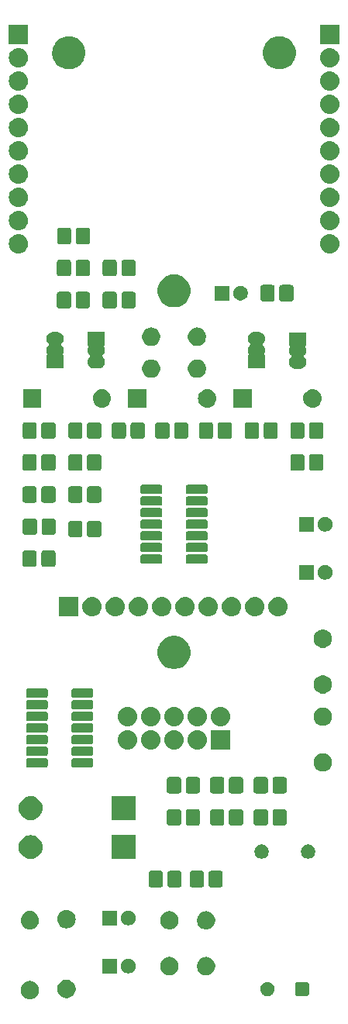
<source format=gts>
G04 #@! TF.GenerationSoftware,KiCad,Pcbnew,(5.0.2)-1*
G04 #@! TF.CreationDate,2019-04-03T17:45:30+02:00*
G04 #@! TF.ProjectId,Corona_mainBoard,436f726f-6e61-45f6-9d61-696e426f6172,1*
G04 #@! TF.SameCoordinates,Original*
G04 #@! TF.FileFunction,Soldermask,Top*
G04 #@! TF.FilePolarity,Negative*
%FSLAX46Y46*%
G04 Gerber Fmt 4.6, Leading zero omitted, Abs format (unit mm)*
G04 Created by KiCad (PCBNEW (5.0.2)-1) date 3-4-2019 17:45:30*
%MOMM*%
%LPD*%
G01*
G04 APERTURE LIST*
%ADD10C,0.100000*%
G04 APERTURE END LIST*
D10*
G36*
X3425770Y-104885372D02*
X3541689Y-104908429D01*
X3723678Y-104983811D01*
X3887463Y-105093249D01*
X4026751Y-105232537D01*
X4136189Y-105396322D01*
X4211571Y-105578311D01*
X4250000Y-105771509D01*
X4250000Y-105968491D01*
X4211571Y-106161689D01*
X4136189Y-106343678D01*
X4026751Y-106507463D01*
X3887463Y-106646751D01*
X3723678Y-106756189D01*
X3541689Y-106831571D01*
X3425770Y-106854628D01*
X3348493Y-106870000D01*
X3151507Y-106870000D01*
X3074230Y-106854628D01*
X2958311Y-106831571D01*
X2776322Y-106756189D01*
X2612537Y-106646751D01*
X2473249Y-106507463D01*
X2363811Y-106343678D01*
X2288429Y-106161689D01*
X2250000Y-105968491D01*
X2250000Y-105771509D01*
X2288429Y-105578311D01*
X2363811Y-105396322D01*
X2473249Y-105232537D01*
X2612537Y-105093249D01*
X2776322Y-104983811D01*
X2958311Y-104908429D01*
X3074230Y-104885372D01*
X3151507Y-104870000D01*
X3348493Y-104870000D01*
X3425770Y-104885372D01*
X3425770Y-104885372D01*
G37*
G36*
X7425770Y-104765372D02*
X7541689Y-104788429D01*
X7723678Y-104863811D01*
X7887463Y-104973249D01*
X8026751Y-105112537D01*
X8136189Y-105276322D01*
X8211571Y-105458311D01*
X8250000Y-105651509D01*
X8250000Y-105848491D01*
X8211571Y-106041689D01*
X8136189Y-106223678D01*
X8026751Y-106387463D01*
X7887463Y-106526751D01*
X7723678Y-106636189D01*
X7541689Y-106711571D01*
X7425770Y-106734628D01*
X7348493Y-106750000D01*
X7151507Y-106750000D01*
X7074230Y-106734628D01*
X6958311Y-106711571D01*
X6776322Y-106636189D01*
X6612537Y-106526751D01*
X6473249Y-106387463D01*
X6363811Y-106223678D01*
X6288429Y-106041689D01*
X6250000Y-105848491D01*
X6250000Y-105651509D01*
X6288429Y-105458311D01*
X6363811Y-105276322D01*
X6473249Y-105112537D01*
X6612537Y-104973249D01*
X6776322Y-104863811D01*
X6958311Y-104788429D01*
X7074230Y-104765372D01*
X7151507Y-104750000D01*
X7348493Y-104750000D01*
X7425770Y-104765372D01*
X7425770Y-104765372D01*
G37*
G36*
X33513286Y-104981838D02*
X33574142Y-105000298D01*
X33630226Y-105030276D01*
X33679382Y-105070618D01*
X33719724Y-105119774D01*
X33749702Y-105175858D01*
X33768162Y-105236714D01*
X33775000Y-105306141D01*
X33775000Y-106193859D01*
X33768162Y-106263286D01*
X33749702Y-106324142D01*
X33719724Y-106380226D01*
X33679382Y-106429382D01*
X33630226Y-106469724D01*
X33574142Y-106499702D01*
X33513286Y-106518162D01*
X33443859Y-106525000D01*
X32556141Y-106525000D01*
X32486714Y-106518162D01*
X32425858Y-106499702D01*
X32369774Y-106469724D01*
X32320618Y-106429382D01*
X32280276Y-106380226D01*
X32250298Y-106324142D01*
X32231838Y-106263286D01*
X32225000Y-106193859D01*
X32225000Y-105306141D01*
X32231838Y-105236714D01*
X32250298Y-105175858D01*
X32280276Y-105119774D01*
X32320618Y-105070618D01*
X32369774Y-105030276D01*
X32425858Y-105000298D01*
X32486714Y-104981838D01*
X32556141Y-104975000D01*
X33443859Y-104975000D01*
X33513286Y-104981838D01*
X33513286Y-104981838D01*
G37*
G36*
X29426059Y-105004782D02*
X29567099Y-105063203D01*
X29694037Y-105148020D01*
X29801980Y-105255963D01*
X29886797Y-105382901D01*
X29945218Y-105523941D01*
X29975000Y-105673668D01*
X29975000Y-105826332D01*
X29945218Y-105976059D01*
X29886797Y-106117099D01*
X29801980Y-106244037D01*
X29694037Y-106351980D01*
X29567099Y-106436797D01*
X29426059Y-106495218D01*
X29276332Y-106525000D01*
X29123668Y-106525000D01*
X28973941Y-106495218D01*
X28832901Y-106436797D01*
X28705963Y-106351980D01*
X28598020Y-106244037D01*
X28513203Y-106117099D01*
X28454782Y-105976059D01*
X28425000Y-105826332D01*
X28425000Y-105673668D01*
X28454782Y-105523941D01*
X28513203Y-105382901D01*
X28598020Y-105255963D01*
X28705963Y-105148020D01*
X28832901Y-105063203D01*
X28973941Y-105004782D01*
X29123668Y-104975000D01*
X29276332Y-104975000D01*
X29426059Y-105004782D01*
X29426059Y-105004782D01*
G37*
G36*
X22675770Y-102265372D02*
X22791689Y-102288429D01*
X22973678Y-102363811D01*
X23137463Y-102473249D01*
X23276751Y-102612537D01*
X23386189Y-102776322D01*
X23461571Y-102958311D01*
X23500000Y-103151509D01*
X23500000Y-103348491D01*
X23461571Y-103541689D01*
X23386189Y-103723678D01*
X23276751Y-103887463D01*
X23137463Y-104026751D01*
X22973678Y-104136189D01*
X22791689Y-104211571D01*
X22675770Y-104234628D01*
X22598493Y-104250000D01*
X22401507Y-104250000D01*
X22324230Y-104234628D01*
X22208311Y-104211571D01*
X22026322Y-104136189D01*
X21862537Y-104026751D01*
X21723249Y-103887463D01*
X21613811Y-103723678D01*
X21538429Y-103541689D01*
X21500000Y-103348491D01*
X21500000Y-103151509D01*
X21538429Y-102958311D01*
X21613811Y-102776322D01*
X21723249Y-102612537D01*
X21862537Y-102473249D01*
X22026322Y-102363811D01*
X22208311Y-102288429D01*
X22324230Y-102265372D01*
X22401507Y-102250000D01*
X22598493Y-102250000D01*
X22675770Y-102265372D01*
X22675770Y-102265372D01*
G37*
G36*
X18675770Y-102265372D02*
X18791689Y-102288429D01*
X18973678Y-102363811D01*
X19137463Y-102473249D01*
X19276751Y-102612537D01*
X19386189Y-102776322D01*
X19461571Y-102958311D01*
X19500000Y-103151509D01*
X19500000Y-103348491D01*
X19461571Y-103541689D01*
X19386189Y-103723678D01*
X19276751Y-103887463D01*
X19137463Y-104026751D01*
X18973678Y-104136189D01*
X18791689Y-104211571D01*
X18675770Y-104234628D01*
X18598493Y-104250000D01*
X18401507Y-104250000D01*
X18324230Y-104234628D01*
X18208311Y-104211571D01*
X18026322Y-104136189D01*
X17862537Y-104026751D01*
X17723249Y-103887463D01*
X17613811Y-103723678D01*
X17538429Y-103541689D01*
X17500000Y-103348491D01*
X17500000Y-103151509D01*
X17538429Y-102958311D01*
X17613811Y-102776322D01*
X17723249Y-102612537D01*
X17862537Y-102473249D01*
X18026322Y-102363811D01*
X18208311Y-102288429D01*
X18324230Y-102265372D01*
X18401507Y-102250000D01*
X18598493Y-102250000D01*
X18675770Y-102265372D01*
X18675770Y-102265372D01*
G37*
G36*
X14233352Y-102480743D02*
X14378941Y-102541048D01*
X14509973Y-102628601D01*
X14621399Y-102740027D01*
X14708952Y-102871059D01*
X14769257Y-103016648D01*
X14800000Y-103171205D01*
X14800000Y-103328795D01*
X14769257Y-103483352D01*
X14708952Y-103628941D01*
X14621399Y-103759973D01*
X14509973Y-103871399D01*
X14378941Y-103958952D01*
X14233352Y-104019257D01*
X14078795Y-104050000D01*
X13921205Y-104050000D01*
X13766648Y-104019257D01*
X13621059Y-103958952D01*
X13490027Y-103871399D01*
X13378601Y-103759973D01*
X13291048Y-103628941D01*
X13230743Y-103483352D01*
X13200000Y-103328795D01*
X13200000Y-103171205D01*
X13230743Y-103016648D01*
X13291048Y-102871059D01*
X13378601Y-102740027D01*
X13490027Y-102628601D01*
X13621059Y-102541048D01*
X13766648Y-102480743D01*
X13921205Y-102450000D01*
X14078795Y-102450000D01*
X14233352Y-102480743D01*
X14233352Y-102480743D01*
G37*
G36*
X12800000Y-104050000D02*
X11200000Y-104050000D01*
X11200000Y-102450000D01*
X12800000Y-102450000D01*
X12800000Y-104050000D01*
X12800000Y-104050000D01*
G37*
G36*
X3446030Y-97264469D02*
X3446033Y-97264470D01*
X3446034Y-97264470D01*
X3634535Y-97321651D01*
X3634537Y-97321652D01*
X3808260Y-97414509D01*
X3960528Y-97539472D01*
X4085491Y-97691740D01*
X4085492Y-97691742D01*
X4178349Y-97865465D01*
X4206513Y-97958311D01*
X4235531Y-98053970D01*
X4254838Y-98250000D01*
X4235531Y-98446030D01*
X4235530Y-98446033D01*
X4235530Y-98446034D01*
X4182334Y-98621399D01*
X4178348Y-98634537D01*
X4085491Y-98808260D01*
X3960528Y-98960528D01*
X3808260Y-99085491D01*
X3713411Y-99136189D01*
X3634535Y-99178349D01*
X3446034Y-99235530D01*
X3446033Y-99235530D01*
X3446030Y-99235531D01*
X3299124Y-99250000D01*
X3200876Y-99250000D01*
X3053970Y-99235531D01*
X3053967Y-99235530D01*
X3053966Y-99235530D01*
X2865465Y-99178349D01*
X2786589Y-99136189D01*
X2691740Y-99085491D01*
X2539472Y-98960528D01*
X2414509Y-98808260D01*
X2321652Y-98634537D01*
X2317667Y-98621399D01*
X2264470Y-98446034D01*
X2264470Y-98446033D01*
X2264469Y-98446030D01*
X2245162Y-98250000D01*
X2264469Y-98053970D01*
X2293487Y-97958311D01*
X2321651Y-97865465D01*
X2414508Y-97691742D01*
X2414509Y-97691740D01*
X2539472Y-97539472D01*
X2691740Y-97414509D01*
X2865463Y-97321652D01*
X2865465Y-97321651D01*
X3053966Y-97264470D01*
X3053967Y-97264470D01*
X3053970Y-97264469D01*
X3200876Y-97250000D01*
X3299124Y-97250000D01*
X3446030Y-97264469D01*
X3446030Y-97264469D01*
G37*
G36*
X22675770Y-97265372D02*
X22791689Y-97288429D01*
X22973678Y-97363811D01*
X23137463Y-97473249D01*
X23276751Y-97612537D01*
X23386189Y-97776322D01*
X23461571Y-97958311D01*
X23500000Y-98151509D01*
X23500000Y-98348491D01*
X23461571Y-98541689D01*
X23386189Y-98723678D01*
X23276751Y-98887463D01*
X23137463Y-99026751D01*
X22973678Y-99136189D01*
X22791689Y-99211571D01*
X22675770Y-99234628D01*
X22598493Y-99250000D01*
X22401507Y-99250000D01*
X22324230Y-99234628D01*
X22208311Y-99211571D01*
X22026322Y-99136189D01*
X21862537Y-99026751D01*
X21723249Y-98887463D01*
X21613811Y-98723678D01*
X21538429Y-98541689D01*
X21500000Y-98348491D01*
X21500000Y-98151509D01*
X21538429Y-97958311D01*
X21613811Y-97776322D01*
X21723249Y-97612537D01*
X21862537Y-97473249D01*
X22026322Y-97363811D01*
X22208311Y-97288429D01*
X22324230Y-97265372D01*
X22401507Y-97250000D01*
X22598493Y-97250000D01*
X22675770Y-97265372D01*
X22675770Y-97265372D01*
G37*
G36*
X18675770Y-97265372D02*
X18791689Y-97288429D01*
X18973678Y-97363811D01*
X19137463Y-97473249D01*
X19276751Y-97612537D01*
X19386189Y-97776322D01*
X19461571Y-97958311D01*
X19500000Y-98151509D01*
X19500000Y-98348491D01*
X19461571Y-98541689D01*
X19386189Y-98723678D01*
X19276751Y-98887463D01*
X19137463Y-99026751D01*
X18973678Y-99136189D01*
X18791689Y-99211571D01*
X18675770Y-99234628D01*
X18598493Y-99250000D01*
X18401507Y-99250000D01*
X18324230Y-99234628D01*
X18208311Y-99211571D01*
X18026322Y-99136189D01*
X17862537Y-99026751D01*
X17723249Y-98887463D01*
X17613811Y-98723678D01*
X17538429Y-98541689D01*
X17500000Y-98348491D01*
X17500000Y-98151509D01*
X17538429Y-97958311D01*
X17613811Y-97776322D01*
X17723249Y-97612537D01*
X17862537Y-97473249D01*
X18026322Y-97363811D01*
X18208311Y-97288429D01*
X18324230Y-97265372D01*
X18401507Y-97250000D01*
X18598493Y-97250000D01*
X18675770Y-97265372D01*
X18675770Y-97265372D01*
G37*
G36*
X7446030Y-97144469D02*
X7446033Y-97144470D01*
X7446034Y-97144470D01*
X7634535Y-97201651D01*
X7634537Y-97201652D01*
X7808260Y-97294509D01*
X7960528Y-97419472D01*
X8085491Y-97571740D01*
X8085492Y-97571742D01*
X8178349Y-97745465D01*
X8235530Y-97933966D01*
X8235531Y-97933970D01*
X8254838Y-98130000D01*
X8235531Y-98326030D01*
X8235530Y-98326033D01*
X8235530Y-98326034D01*
X8179733Y-98509973D01*
X8178348Y-98514537D01*
X8085491Y-98688260D01*
X7960528Y-98840528D01*
X7808260Y-98965491D01*
X7808258Y-98965492D01*
X7634535Y-99058349D01*
X7446034Y-99115530D01*
X7446033Y-99115530D01*
X7446030Y-99115531D01*
X7299124Y-99130000D01*
X7200876Y-99130000D01*
X7053970Y-99115531D01*
X7053967Y-99115530D01*
X7053966Y-99115530D01*
X6865465Y-99058349D01*
X6691742Y-98965492D01*
X6691740Y-98965491D01*
X6539472Y-98840528D01*
X6414509Y-98688260D01*
X6321652Y-98514537D01*
X6320268Y-98509973D01*
X6264470Y-98326034D01*
X6264470Y-98326033D01*
X6264469Y-98326030D01*
X6245162Y-98130000D01*
X6264469Y-97933970D01*
X6264470Y-97933966D01*
X6321651Y-97745465D01*
X6414508Y-97571742D01*
X6414509Y-97571740D01*
X6539472Y-97419472D01*
X6691740Y-97294509D01*
X6865463Y-97201652D01*
X6865465Y-97201651D01*
X7053966Y-97144470D01*
X7053967Y-97144470D01*
X7053970Y-97144469D01*
X7200876Y-97130000D01*
X7299124Y-97130000D01*
X7446030Y-97144469D01*
X7446030Y-97144469D01*
G37*
G36*
X12800000Y-98800000D02*
X11200000Y-98800000D01*
X11200000Y-97200000D01*
X12800000Y-97200000D01*
X12800000Y-98800000D01*
X12800000Y-98800000D01*
G37*
G36*
X14233352Y-97230743D02*
X14378941Y-97291048D01*
X14509973Y-97378601D01*
X14621399Y-97490027D01*
X14708952Y-97621059D01*
X14769257Y-97766648D01*
X14800000Y-97921205D01*
X14800000Y-98078795D01*
X14769257Y-98233352D01*
X14708952Y-98378941D01*
X14621399Y-98509973D01*
X14509973Y-98621399D01*
X14378941Y-98708952D01*
X14233352Y-98769257D01*
X14078795Y-98800000D01*
X13921205Y-98800000D01*
X13766648Y-98769257D01*
X13621059Y-98708952D01*
X13490027Y-98621399D01*
X13378601Y-98509973D01*
X13291048Y-98378941D01*
X13230743Y-98233352D01*
X13200000Y-98078795D01*
X13200000Y-97921205D01*
X13230743Y-97766648D01*
X13291048Y-97621059D01*
X13378601Y-97490027D01*
X13490027Y-97378601D01*
X13621059Y-97291048D01*
X13766648Y-97230743D01*
X13921205Y-97200000D01*
X14078795Y-97200000D01*
X14233352Y-97230743D01*
X14233352Y-97230743D01*
G37*
G36*
X17560530Y-92855710D02*
X17610379Y-92870831D01*
X17656311Y-92895382D01*
X17696574Y-92928426D01*
X17729618Y-92968689D01*
X17754169Y-93014621D01*
X17769290Y-93064470D01*
X17775000Y-93122444D01*
X17775000Y-94377556D01*
X17769290Y-94435530D01*
X17754169Y-94485379D01*
X17729618Y-94531311D01*
X17696574Y-94571574D01*
X17656311Y-94604618D01*
X17610379Y-94629169D01*
X17560530Y-94644290D01*
X17502556Y-94650000D01*
X16497444Y-94650000D01*
X16439470Y-94644290D01*
X16389621Y-94629169D01*
X16343689Y-94604618D01*
X16303426Y-94571574D01*
X16270382Y-94531311D01*
X16245831Y-94485379D01*
X16230710Y-94435530D01*
X16225000Y-94377556D01*
X16225000Y-93122444D01*
X16230710Y-93064470D01*
X16245831Y-93014621D01*
X16270382Y-92968689D01*
X16303426Y-92928426D01*
X16343689Y-92895382D01*
X16389621Y-92870831D01*
X16439470Y-92855710D01*
X16497444Y-92850000D01*
X17502556Y-92850000D01*
X17560530Y-92855710D01*
X17560530Y-92855710D01*
G37*
G36*
X19610530Y-92855710D02*
X19660379Y-92870831D01*
X19706311Y-92895382D01*
X19746574Y-92928426D01*
X19779618Y-92968689D01*
X19804169Y-93014621D01*
X19819290Y-93064470D01*
X19825000Y-93122444D01*
X19825000Y-94377556D01*
X19819290Y-94435530D01*
X19804169Y-94485379D01*
X19779618Y-94531311D01*
X19746574Y-94571574D01*
X19706311Y-94604618D01*
X19660379Y-94629169D01*
X19610530Y-94644290D01*
X19552556Y-94650000D01*
X18547444Y-94650000D01*
X18489470Y-94644290D01*
X18439621Y-94629169D01*
X18393689Y-94604618D01*
X18353426Y-94571574D01*
X18320382Y-94531311D01*
X18295831Y-94485379D01*
X18280710Y-94435530D01*
X18275000Y-94377556D01*
X18275000Y-93122444D01*
X18280710Y-93064470D01*
X18295831Y-93014621D01*
X18320382Y-92968689D01*
X18353426Y-92928426D01*
X18393689Y-92895382D01*
X18439621Y-92870831D01*
X18489470Y-92855710D01*
X18547444Y-92850000D01*
X19552556Y-92850000D01*
X19610530Y-92855710D01*
X19610530Y-92855710D01*
G37*
G36*
X22060530Y-92855710D02*
X22110379Y-92870831D01*
X22156311Y-92895382D01*
X22196574Y-92928426D01*
X22229618Y-92968689D01*
X22254169Y-93014621D01*
X22269290Y-93064470D01*
X22275000Y-93122444D01*
X22275000Y-94377556D01*
X22269290Y-94435530D01*
X22254169Y-94485379D01*
X22229618Y-94531311D01*
X22196574Y-94571574D01*
X22156311Y-94604618D01*
X22110379Y-94629169D01*
X22060530Y-94644290D01*
X22002556Y-94650000D01*
X20997444Y-94650000D01*
X20939470Y-94644290D01*
X20889621Y-94629169D01*
X20843689Y-94604618D01*
X20803426Y-94571574D01*
X20770382Y-94531311D01*
X20745831Y-94485379D01*
X20730710Y-94435530D01*
X20725000Y-94377556D01*
X20725000Y-93122444D01*
X20730710Y-93064470D01*
X20745831Y-93014621D01*
X20770382Y-92968689D01*
X20803426Y-92928426D01*
X20843689Y-92895382D01*
X20889621Y-92870831D01*
X20939470Y-92855710D01*
X20997444Y-92850000D01*
X22002556Y-92850000D01*
X22060530Y-92855710D01*
X22060530Y-92855710D01*
G37*
G36*
X24110530Y-92855710D02*
X24160379Y-92870831D01*
X24206311Y-92895382D01*
X24246574Y-92928426D01*
X24279618Y-92968689D01*
X24304169Y-93014621D01*
X24319290Y-93064470D01*
X24325000Y-93122444D01*
X24325000Y-94377556D01*
X24319290Y-94435530D01*
X24304169Y-94485379D01*
X24279618Y-94531311D01*
X24246574Y-94571574D01*
X24206311Y-94604618D01*
X24160379Y-94629169D01*
X24110530Y-94644290D01*
X24052556Y-94650000D01*
X23047444Y-94650000D01*
X22989470Y-94644290D01*
X22939621Y-94629169D01*
X22893689Y-94604618D01*
X22853426Y-94571574D01*
X22820382Y-94531311D01*
X22795831Y-94485379D01*
X22780710Y-94435530D01*
X22775000Y-94377556D01*
X22775000Y-93122444D01*
X22780710Y-93064470D01*
X22795831Y-93014621D01*
X22820382Y-92968689D01*
X22853426Y-92928426D01*
X22893689Y-92895382D01*
X22939621Y-92870831D01*
X22989470Y-92855710D01*
X23047444Y-92850000D01*
X24052556Y-92850000D01*
X24110530Y-92855710D01*
X24110530Y-92855710D01*
G37*
G36*
X3594845Y-88968810D02*
X3839896Y-89043145D01*
X4065736Y-89163860D01*
X4263687Y-89326313D01*
X4426140Y-89524264D01*
X4546855Y-89750104D01*
X4621190Y-89995155D01*
X4646290Y-90250000D01*
X4621190Y-90504845D01*
X4546855Y-90749896D01*
X4426140Y-90975736D01*
X4263687Y-91173687D01*
X4065736Y-91336140D01*
X3839896Y-91456855D01*
X3594845Y-91531190D01*
X3403864Y-91550000D01*
X3276136Y-91550000D01*
X3085155Y-91531190D01*
X2840104Y-91456855D01*
X2614264Y-91336140D01*
X2416313Y-91173687D01*
X2253860Y-90975736D01*
X2133145Y-90749896D01*
X2058810Y-90504845D01*
X2033710Y-90250000D01*
X2058810Y-89995155D01*
X2133145Y-89750104D01*
X2253860Y-89524264D01*
X2416313Y-89326313D01*
X2614264Y-89163860D01*
X2840104Y-89043145D01*
X3085155Y-88968810D01*
X3276136Y-88950000D01*
X3403864Y-88950000D01*
X3594845Y-88968810D01*
X3594845Y-88968810D01*
G37*
G36*
X14800000Y-91550000D02*
X12200000Y-91550000D01*
X12200000Y-88950000D01*
X14800000Y-88950000D01*
X14800000Y-91550000D01*
X14800000Y-91550000D01*
G37*
G36*
X33866059Y-90004782D02*
X34007099Y-90063203D01*
X34134037Y-90148020D01*
X34241980Y-90255963D01*
X34326797Y-90382901D01*
X34385218Y-90523941D01*
X34415000Y-90673668D01*
X34415000Y-90826332D01*
X34385218Y-90976059D01*
X34326797Y-91117099D01*
X34241980Y-91244037D01*
X34134037Y-91351980D01*
X34007099Y-91436797D01*
X33866059Y-91495218D01*
X33716332Y-91525000D01*
X33563668Y-91525000D01*
X33413941Y-91495218D01*
X33272901Y-91436797D01*
X33145963Y-91351980D01*
X33038020Y-91244037D01*
X32953203Y-91117099D01*
X32894782Y-90976059D01*
X32865000Y-90826332D01*
X32865000Y-90673668D01*
X32894782Y-90523941D01*
X32953203Y-90382901D01*
X33038020Y-90255963D01*
X33145963Y-90148020D01*
X33272901Y-90063203D01*
X33413941Y-90004782D01*
X33563668Y-89975000D01*
X33716332Y-89975000D01*
X33866059Y-90004782D01*
X33866059Y-90004782D01*
G37*
G36*
X28786059Y-90004782D02*
X28927099Y-90063203D01*
X29054037Y-90148020D01*
X29161980Y-90255963D01*
X29246797Y-90382901D01*
X29305218Y-90523941D01*
X29335000Y-90673668D01*
X29335000Y-90826332D01*
X29305218Y-90976059D01*
X29246797Y-91117099D01*
X29161980Y-91244037D01*
X29054037Y-91351980D01*
X28927099Y-91436797D01*
X28786059Y-91495218D01*
X28636332Y-91525000D01*
X28483668Y-91525000D01*
X28333941Y-91495218D01*
X28192901Y-91436797D01*
X28065963Y-91351980D01*
X27958020Y-91244037D01*
X27873203Y-91117099D01*
X27814782Y-90976059D01*
X27785000Y-90826332D01*
X27785000Y-90673668D01*
X27814782Y-90523941D01*
X27873203Y-90382901D01*
X27958020Y-90255963D01*
X28065963Y-90148020D01*
X28192901Y-90063203D01*
X28333941Y-90004782D01*
X28483668Y-89975000D01*
X28636332Y-89975000D01*
X28786059Y-90004782D01*
X28786059Y-90004782D01*
G37*
G36*
X26335530Y-86105710D02*
X26385379Y-86120831D01*
X26431311Y-86145382D01*
X26471574Y-86178426D01*
X26504618Y-86218689D01*
X26529169Y-86264621D01*
X26544290Y-86314470D01*
X26550000Y-86372444D01*
X26550000Y-87627556D01*
X26544290Y-87685530D01*
X26529169Y-87735379D01*
X26504618Y-87781311D01*
X26471574Y-87821574D01*
X26431311Y-87854618D01*
X26385379Y-87879169D01*
X26335530Y-87894290D01*
X26277556Y-87900000D01*
X25272444Y-87900000D01*
X25214470Y-87894290D01*
X25164621Y-87879169D01*
X25118689Y-87854618D01*
X25078426Y-87821574D01*
X25045382Y-87781311D01*
X25020831Y-87735379D01*
X25005710Y-87685530D01*
X25000000Y-87627556D01*
X25000000Y-86372444D01*
X25005710Y-86314470D01*
X25020831Y-86264621D01*
X25045382Y-86218689D01*
X25078426Y-86178426D01*
X25118689Y-86145382D01*
X25164621Y-86120831D01*
X25214470Y-86105710D01*
X25272444Y-86100000D01*
X26277556Y-86100000D01*
X26335530Y-86105710D01*
X26335530Y-86105710D01*
G37*
G36*
X21610530Y-86105710D02*
X21660379Y-86120831D01*
X21706311Y-86145382D01*
X21746574Y-86178426D01*
X21779618Y-86218689D01*
X21804169Y-86264621D01*
X21819290Y-86314470D01*
X21825000Y-86372444D01*
X21825000Y-87627556D01*
X21819290Y-87685530D01*
X21804169Y-87735379D01*
X21779618Y-87781311D01*
X21746574Y-87821574D01*
X21706311Y-87854618D01*
X21660379Y-87879169D01*
X21610530Y-87894290D01*
X21552556Y-87900000D01*
X20547444Y-87900000D01*
X20489470Y-87894290D01*
X20439621Y-87879169D01*
X20393689Y-87854618D01*
X20353426Y-87821574D01*
X20320382Y-87781311D01*
X20295831Y-87735379D01*
X20280710Y-87685530D01*
X20275000Y-87627556D01*
X20275000Y-86372444D01*
X20280710Y-86314470D01*
X20295831Y-86264621D01*
X20320382Y-86218689D01*
X20353426Y-86178426D01*
X20393689Y-86145382D01*
X20439621Y-86120831D01*
X20489470Y-86105710D01*
X20547444Y-86100000D01*
X21552556Y-86100000D01*
X21610530Y-86105710D01*
X21610530Y-86105710D01*
G37*
G36*
X19560530Y-86105710D02*
X19610379Y-86120831D01*
X19656311Y-86145382D01*
X19696574Y-86178426D01*
X19729618Y-86218689D01*
X19754169Y-86264621D01*
X19769290Y-86314470D01*
X19775000Y-86372444D01*
X19775000Y-87627556D01*
X19769290Y-87685530D01*
X19754169Y-87735379D01*
X19729618Y-87781311D01*
X19696574Y-87821574D01*
X19656311Y-87854618D01*
X19610379Y-87879169D01*
X19560530Y-87894290D01*
X19502556Y-87900000D01*
X18497444Y-87900000D01*
X18439470Y-87894290D01*
X18389621Y-87879169D01*
X18343689Y-87854618D01*
X18303426Y-87821574D01*
X18270382Y-87781311D01*
X18245831Y-87735379D01*
X18230710Y-87685530D01*
X18225000Y-87627556D01*
X18225000Y-86372444D01*
X18230710Y-86314470D01*
X18245831Y-86264621D01*
X18270382Y-86218689D01*
X18303426Y-86178426D01*
X18343689Y-86145382D01*
X18389621Y-86120831D01*
X18439470Y-86105710D01*
X18497444Y-86100000D01*
X19502556Y-86100000D01*
X19560530Y-86105710D01*
X19560530Y-86105710D01*
G37*
G36*
X29035530Y-86105710D02*
X29085379Y-86120831D01*
X29131311Y-86145382D01*
X29171574Y-86178426D01*
X29204618Y-86218689D01*
X29229169Y-86264621D01*
X29244290Y-86314470D01*
X29250000Y-86372444D01*
X29250000Y-87627556D01*
X29244290Y-87685530D01*
X29229169Y-87735379D01*
X29204618Y-87781311D01*
X29171574Y-87821574D01*
X29131311Y-87854618D01*
X29085379Y-87879169D01*
X29035530Y-87894290D01*
X28977556Y-87900000D01*
X27972444Y-87900000D01*
X27914470Y-87894290D01*
X27864621Y-87879169D01*
X27818689Y-87854618D01*
X27778426Y-87821574D01*
X27745382Y-87781311D01*
X27720831Y-87735379D01*
X27705710Y-87685530D01*
X27700000Y-87627556D01*
X27700000Y-86372444D01*
X27705710Y-86314470D01*
X27720831Y-86264621D01*
X27745382Y-86218689D01*
X27778426Y-86178426D01*
X27818689Y-86145382D01*
X27864621Y-86120831D01*
X27914470Y-86105710D01*
X27972444Y-86100000D01*
X28977556Y-86100000D01*
X29035530Y-86105710D01*
X29035530Y-86105710D01*
G37*
G36*
X24285530Y-86105710D02*
X24335379Y-86120831D01*
X24381311Y-86145382D01*
X24421574Y-86178426D01*
X24454618Y-86218689D01*
X24479169Y-86264621D01*
X24494290Y-86314470D01*
X24500000Y-86372444D01*
X24500000Y-87627556D01*
X24494290Y-87685530D01*
X24479169Y-87735379D01*
X24454618Y-87781311D01*
X24421574Y-87821574D01*
X24381311Y-87854618D01*
X24335379Y-87879169D01*
X24285530Y-87894290D01*
X24227556Y-87900000D01*
X23222444Y-87900000D01*
X23164470Y-87894290D01*
X23114621Y-87879169D01*
X23068689Y-87854618D01*
X23028426Y-87821574D01*
X22995382Y-87781311D01*
X22970831Y-87735379D01*
X22955710Y-87685530D01*
X22950000Y-87627556D01*
X22950000Y-86372444D01*
X22955710Y-86314470D01*
X22970831Y-86264621D01*
X22995382Y-86218689D01*
X23028426Y-86178426D01*
X23068689Y-86145382D01*
X23114621Y-86120831D01*
X23164470Y-86105710D01*
X23222444Y-86100000D01*
X24227556Y-86100000D01*
X24285530Y-86105710D01*
X24285530Y-86105710D01*
G37*
G36*
X31085530Y-86105710D02*
X31135379Y-86120831D01*
X31181311Y-86145382D01*
X31221574Y-86178426D01*
X31254618Y-86218689D01*
X31279169Y-86264621D01*
X31294290Y-86314470D01*
X31300000Y-86372444D01*
X31300000Y-87627556D01*
X31294290Y-87685530D01*
X31279169Y-87735379D01*
X31254618Y-87781311D01*
X31221574Y-87821574D01*
X31181311Y-87854618D01*
X31135379Y-87879169D01*
X31085530Y-87894290D01*
X31027556Y-87900000D01*
X30022444Y-87900000D01*
X29964470Y-87894290D01*
X29914621Y-87879169D01*
X29868689Y-87854618D01*
X29828426Y-87821574D01*
X29795382Y-87781311D01*
X29770831Y-87735379D01*
X29755710Y-87685530D01*
X29750000Y-87627556D01*
X29750000Y-86372444D01*
X29755710Y-86314470D01*
X29770831Y-86264621D01*
X29795382Y-86218689D01*
X29828426Y-86178426D01*
X29868689Y-86145382D01*
X29914621Y-86120831D01*
X29964470Y-86105710D01*
X30022444Y-86100000D01*
X31027556Y-86100000D01*
X31085530Y-86105710D01*
X31085530Y-86105710D01*
G37*
G36*
X14800000Y-87300000D02*
X12200000Y-87300000D01*
X12200000Y-84700000D01*
X14800000Y-84700000D01*
X14800000Y-87300000D01*
X14800000Y-87300000D01*
G37*
G36*
X3594845Y-84718810D02*
X3839896Y-84793145D01*
X4065736Y-84913860D01*
X4263687Y-85076313D01*
X4426140Y-85274264D01*
X4546855Y-85500104D01*
X4621190Y-85745155D01*
X4646290Y-86000000D01*
X4621190Y-86254845D01*
X4546855Y-86499896D01*
X4426140Y-86725736D01*
X4263687Y-86923687D01*
X4065736Y-87086140D01*
X3839896Y-87206855D01*
X3594845Y-87281190D01*
X3403864Y-87300000D01*
X3276136Y-87300000D01*
X3085155Y-87281190D01*
X2840104Y-87206855D01*
X2614264Y-87086140D01*
X2416313Y-86923687D01*
X2253860Y-86725736D01*
X2133145Y-86499896D01*
X2058810Y-86254845D01*
X2033710Y-86000000D01*
X2058810Y-85745155D01*
X2133145Y-85500104D01*
X2253860Y-85274264D01*
X2416313Y-85076313D01*
X2614264Y-84913860D01*
X2840104Y-84793145D01*
X3085155Y-84718810D01*
X3276136Y-84700000D01*
X3403864Y-84700000D01*
X3594845Y-84718810D01*
X3594845Y-84718810D01*
G37*
G36*
X29035530Y-82605710D02*
X29085379Y-82620831D01*
X29131311Y-82645382D01*
X29171574Y-82678426D01*
X29204618Y-82718689D01*
X29229169Y-82764621D01*
X29244290Y-82814470D01*
X29250000Y-82872444D01*
X29250000Y-84127556D01*
X29244290Y-84185530D01*
X29229169Y-84235379D01*
X29204618Y-84281311D01*
X29171574Y-84321574D01*
X29131311Y-84354618D01*
X29085379Y-84379169D01*
X29035530Y-84394290D01*
X28977556Y-84400000D01*
X27972444Y-84400000D01*
X27914470Y-84394290D01*
X27864621Y-84379169D01*
X27818689Y-84354618D01*
X27778426Y-84321574D01*
X27745382Y-84281311D01*
X27720831Y-84235379D01*
X27705710Y-84185530D01*
X27700000Y-84127556D01*
X27700000Y-82872444D01*
X27705710Y-82814470D01*
X27720831Y-82764621D01*
X27745382Y-82718689D01*
X27778426Y-82678426D01*
X27818689Y-82645382D01*
X27864621Y-82620831D01*
X27914470Y-82605710D01*
X27972444Y-82600000D01*
X28977556Y-82600000D01*
X29035530Y-82605710D01*
X29035530Y-82605710D01*
G37*
G36*
X26335530Y-82605710D02*
X26385379Y-82620831D01*
X26431311Y-82645382D01*
X26471574Y-82678426D01*
X26504618Y-82718689D01*
X26529169Y-82764621D01*
X26544290Y-82814470D01*
X26550000Y-82872444D01*
X26550000Y-84127556D01*
X26544290Y-84185530D01*
X26529169Y-84235379D01*
X26504618Y-84281311D01*
X26471574Y-84321574D01*
X26431311Y-84354618D01*
X26385379Y-84379169D01*
X26335530Y-84394290D01*
X26277556Y-84400000D01*
X25272444Y-84400000D01*
X25214470Y-84394290D01*
X25164621Y-84379169D01*
X25118689Y-84354618D01*
X25078426Y-84321574D01*
X25045382Y-84281311D01*
X25020831Y-84235379D01*
X25005710Y-84185530D01*
X25000000Y-84127556D01*
X25000000Y-82872444D01*
X25005710Y-82814470D01*
X25020831Y-82764621D01*
X25045382Y-82718689D01*
X25078426Y-82678426D01*
X25118689Y-82645382D01*
X25164621Y-82620831D01*
X25214470Y-82605710D01*
X25272444Y-82600000D01*
X26277556Y-82600000D01*
X26335530Y-82605710D01*
X26335530Y-82605710D01*
G37*
G36*
X24285530Y-82605710D02*
X24335379Y-82620831D01*
X24381311Y-82645382D01*
X24421574Y-82678426D01*
X24454618Y-82718689D01*
X24479169Y-82764621D01*
X24494290Y-82814470D01*
X24500000Y-82872444D01*
X24500000Y-84127556D01*
X24494290Y-84185530D01*
X24479169Y-84235379D01*
X24454618Y-84281311D01*
X24421574Y-84321574D01*
X24381311Y-84354618D01*
X24335379Y-84379169D01*
X24285530Y-84394290D01*
X24227556Y-84400000D01*
X23222444Y-84400000D01*
X23164470Y-84394290D01*
X23114621Y-84379169D01*
X23068689Y-84354618D01*
X23028426Y-84321574D01*
X22995382Y-84281311D01*
X22970831Y-84235379D01*
X22955710Y-84185530D01*
X22950000Y-84127556D01*
X22950000Y-82872444D01*
X22955710Y-82814470D01*
X22970831Y-82764621D01*
X22995382Y-82718689D01*
X23028426Y-82678426D01*
X23068689Y-82645382D01*
X23114621Y-82620831D01*
X23164470Y-82605710D01*
X23222444Y-82600000D01*
X24227556Y-82600000D01*
X24285530Y-82605710D01*
X24285530Y-82605710D01*
G37*
G36*
X21610530Y-82605710D02*
X21660379Y-82620831D01*
X21706311Y-82645382D01*
X21746574Y-82678426D01*
X21779618Y-82718689D01*
X21804169Y-82764621D01*
X21819290Y-82814470D01*
X21825000Y-82872444D01*
X21825000Y-84127556D01*
X21819290Y-84185530D01*
X21804169Y-84235379D01*
X21779618Y-84281311D01*
X21746574Y-84321574D01*
X21706311Y-84354618D01*
X21660379Y-84379169D01*
X21610530Y-84394290D01*
X21552556Y-84400000D01*
X20547444Y-84400000D01*
X20489470Y-84394290D01*
X20439621Y-84379169D01*
X20393689Y-84354618D01*
X20353426Y-84321574D01*
X20320382Y-84281311D01*
X20295831Y-84235379D01*
X20280710Y-84185530D01*
X20275000Y-84127556D01*
X20275000Y-82872444D01*
X20280710Y-82814470D01*
X20295831Y-82764621D01*
X20320382Y-82718689D01*
X20353426Y-82678426D01*
X20393689Y-82645382D01*
X20439621Y-82620831D01*
X20489470Y-82605710D01*
X20547444Y-82600000D01*
X21552556Y-82600000D01*
X21610530Y-82605710D01*
X21610530Y-82605710D01*
G37*
G36*
X19560530Y-82605710D02*
X19610379Y-82620831D01*
X19656311Y-82645382D01*
X19696574Y-82678426D01*
X19729618Y-82718689D01*
X19754169Y-82764621D01*
X19769290Y-82814470D01*
X19775000Y-82872444D01*
X19775000Y-84127556D01*
X19769290Y-84185530D01*
X19754169Y-84235379D01*
X19729618Y-84281311D01*
X19696574Y-84321574D01*
X19656311Y-84354618D01*
X19610379Y-84379169D01*
X19560530Y-84394290D01*
X19502556Y-84400000D01*
X18497444Y-84400000D01*
X18439470Y-84394290D01*
X18389621Y-84379169D01*
X18343689Y-84354618D01*
X18303426Y-84321574D01*
X18270382Y-84281311D01*
X18245831Y-84235379D01*
X18230710Y-84185530D01*
X18225000Y-84127556D01*
X18225000Y-82872444D01*
X18230710Y-82814470D01*
X18245831Y-82764621D01*
X18270382Y-82718689D01*
X18303426Y-82678426D01*
X18343689Y-82645382D01*
X18389621Y-82620831D01*
X18439470Y-82605710D01*
X18497444Y-82600000D01*
X19502556Y-82600000D01*
X19560530Y-82605710D01*
X19560530Y-82605710D01*
G37*
G36*
X31085530Y-82605710D02*
X31135379Y-82620831D01*
X31181311Y-82645382D01*
X31221574Y-82678426D01*
X31254618Y-82718689D01*
X31279169Y-82764621D01*
X31294290Y-82814470D01*
X31300000Y-82872444D01*
X31300000Y-84127556D01*
X31294290Y-84185530D01*
X31279169Y-84235379D01*
X31254618Y-84281311D01*
X31221574Y-84321574D01*
X31181311Y-84354618D01*
X31135379Y-84379169D01*
X31085530Y-84394290D01*
X31027556Y-84400000D01*
X30022444Y-84400000D01*
X29964470Y-84394290D01*
X29914621Y-84379169D01*
X29868689Y-84354618D01*
X29828426Y-84321574D01*
X29795382Y-84281311D01*
X29770831Y-84235379D01*
X29755710Y-84185530D01*
X29750000Y-84127556D01*
X29750000Y-82872444D01*
X29755710Y-82814470D01*
X29770831Y-82764621D01*
X29795382Y-82718689D01*
X29828426Y-82678426D01*
X29868689Y-82645382D01*
X29914621Y-82620831D01*
X29964470Y-82605710D01*
X30022444Y-82600000D01*
X31027556Y-82600000D01*
X31085530Y-82605710D01*
X31085530Y-82605710D01*
G37*
G36*
X35425770Y-80015372D02*
X35541689Y-80038429D01*
X35723678Y-80113811D01*
X35887463Y-80223249D01*
X36026751Y-80362537D01*
X36136189Y-80526322D01*
X36211571Y-80708311D01*
X36250000Y-80901509D01*
X36250000Y-81098491D01*
X36211571Y-81291689D01*
X36136189Y-81473678D01*
X36026751Y-81637463D01*
X35887463Y-81776751D01*
X35723678Y-81886189D01*
X35541689Y-81961571D01*
X35425770Y-81984628D01*
X35348493Y-82000000D01*
X35151507Y-82000000D01*
X35074230Y-81984628D01*
X34958311Y-81961571D01*
X34776322Y-81886189D01*
X34612537Y-81776751D01*
X34473249Y-81637463D01*
X34363811Y-81473678D01*
X34288429Y-81291689D01*
X34250000Y-81098491D01*
X34250000Y-80901509D01*
X34288429Y-80708311D01*
X34363811Y-80526322D01*
X34473249Y-80362537D01*
X34612537Y-80223249D01*
X34776322Y-80113811D01*
X34958311Y-80038429D01*
X35074230Y-80015372D01*
X35151507Y-80000000D01*
X35348493Y-80000000D01*
X35425770Y-80015372D01*
X35425770Y-80015372D01*
G37*
G36*
X5048960Y-80564196D02*
X5084023Y-80574832D01*
X5116332Y-80592102D01*
X5144655Y-80615345D01*
X5167898Y-80643668D01*
X5185168Y-80675977D01*
X5195804Y-80711040D01*
X5200000Y-80753641D01*
X5200000Y-81366359D01*
X5195804Y-81408960D01*
X5185168Y-81444023D01*
X5167898Y-81476332D01*
X5144655Y-81504655D01*
X5116332Y-81527898D01*
X5084023Y-81545168D01*
X5048960Y-81555804D01*
X5006359Y-81560000D01*
X3043641Y-81560000D01*
X3001040Y-81555804D01*
X2965977Y-81545168D01*
X2933668Y-81527898D01*
X2905345Y-81504655D01*
X2882102Y-81476332D01*
X2864832Y-81444023D01*
X2854196Y-81408960D01*
X2850000Y-81366359D01*
X2850000Y-80753641D01*
X2854196Y-80711040D01*
X2864832Y-80675977D01*
X2882102Y-80643668D01*
X2905345Y-80615345D01*
X2933668Y-80592102D01*
X2965977Y-80574832D01*
X3001040Y-80564196D01*
X3043641Y-80560000D01*
X5006359Y-80560000D01*
X5048960Y-80564196D01*
X5048960Y-80564196D01*
G37*
G36*
X9998960Y-80564196D02*
X10034023Y-80574832D01*
X10066332Y-80592102D01*
X10094655Y-80615345D01*
X10117898Y-80643668D01*
X10135168Y-80675977D01*
X10145804Y-80711040D01*
X10150000Y-80753641D01*
X10150000Y-81366359D01*
X10145804Y-81408960D01*
X10135168Y-81444023D01*
X10117898Y-81476332D01*
X10094655Y-81504655D01*
X10066332Y-81527898D01*
X10034023Y-81545168D01*
X9998960Y-81555804D01*
X9956359Y-81560000D01*
X7993641Y-81560000D01*
X7951040Y-81555804D01*
X7915977Y-81545168D01*
X7883668Y-81527898D01*
X7855345Y-81504655D01*
X7832102Y-81476332D01*
X7814832Y-81444023D01*
X7804196Y-81408960D01*
X7800000Y-81366359D01*
X7800000Y-80753641D01*
X7804196Y-80711040D01*
X7814832Y-80675977D01*
X7832102Y-80643668D01*
X7855345Y-80615345D01*
X7883668Y-80592102D01*
X7915977Y-80574832D01*
X7951040Y-80564196D01*
X7993641Y-80560000D01*
X9956359Y-80560000D01*
X9998960Y-80564196D01*
X9998960Y-80564196D01*
G37*
G36*
X5048960Y-79294196D02*
X5084023Y-79304832D01*
X5116332Y-79322102D01*
X5144655Y-79345345D01*
X5167898Y-79373668D01*
X5185168Y-79405977D01*
X5195804Y-79441040D01*
X5200000Y-79483641D01*
X5200000Y-80096359D01*
X5195804Y-80138960D01*
X5185168Y-80174023D01*
X5167898Y-80206332D01*
X5144655Y-80234655D01*
X5116332Y-80257898D01*
X5084023Y-80275168D01*
X5048960Y-80285804D01*
X5006359Y-80290000D01*
X3043641Y-80290000D01*
X3001040Y-80285804D01*
X2965977Y-80275168D01*
X2933668Y-80257898D01*
X2905345Y-80234655D01*
X2882102Y-80206332D01*
X2864832Y-80174023D01*
X2854196Y-80138960D01*
X2850000Y-80096359D01*
X2850000Y-79483641D01*
X2854196Y-79441040D01*
X2864832Y-79405977D01*
X2882102Y-79373668D01*
X2905345Y-79345345D01*
X2933668Y-79322102D01*
X2965977Y-79304832D01*
X3001040Y-79294196D01*
X3043641Y-79290000D01*
X5006359Y-79290000D01*
X5048960Y-79294196D01*
X5048960Y-79294196D01*
G37*
G36*
X9998960Y-79294196D02*
X10034023Y-79304832D01*
X10066332Y-79322102D01*
X10094655Y-79345345D01*
X10117898Y-79373668D01*
X10135168Y-79405977D01*
X10145804Y-79441040D01*
X10150000Y-79483641D01*
X10150000Y-80096359D01*
X10145804Y-80138960D01*
X10135168Y-80174023D01*
X10117898Y-80206332D01*
X10094655Y-80234655D01*
X10066332Y-80257898D01*
X10034023Y-80275168D01*
X9998960Y-80285804D01*
X9956359Y-80290000D01*
X7993641Y-80290000D01*
X7951040Y-80285804D01*
X7915977Y-80275168D01*
X7883668Y-80257898D01*
X7855345Y-80234655D01*
X7832102Y-80206332D01*
X7814832Y-80174023D01*
X7804196Y-80138960D01*
X7800000Y-80096359D01*
X7800000Y-79483641D01*
X7804196Y-79441040D01*
X7814832Y-79405977D01*
X7832102Y-79373668D01*
X7855345Y-79345345D01*
X7883668Y-79322102D01*
X7915977Y-79304832D01*
X7951040Y-79294196D01*
X7993641Y-79290000D01*
X9956359Y-79290000D01*
X9998960Y-79294196D01*
X9998960Y-79294196D01*
G37*
G36*
X25143600Y-79603600D02*
X23016400Y-79603600D01*
X23016400Y-77476400D01*
X25143600Y-77476400D01*
X25143600Y-79603600D01*
X25143600Y-79603600D01*
G37*
G36*
X21748503Y-77491789D02*
X21948991Y-77552607D01*
X22133764Y-77651369D01*
X22295718Y-77784282D01*
X22428631Y-77946236D01*
X22527393Y-78131009D01*
X22588211Y-78331497D01*
X22608746Y-78540000D01*
X22588211Y-78748503D01*
X22527393Y-78948991D01*
X22428631Y-79133764D01*
X22295718Y-79295718D01*
X22133764Y-79428631D01*
X21948991Y-79527393D01*
X21748503Y-79588211D01*
X21592251Y-79603600D01*
X21487749Y-79603600D01*
X21331497Y-79588211D01*
X21131009Y-79527393D01*
X20946236Y-79428631D01*
X20784282Y-79295718D01*
X20651369Y-79133764D01*
X20552607Y-78948991D01*
X20491789Y-78748503D01*
X20471254Y-78540000D01*
X20491789Y-78331497D01*
X20552607Y-78131009D01*
X20651369Y-77946236D01*
X20784282Y-77784282D01*
X20946236Y-77651369D01*
X21131009Y-77552607D01*
X21331497Y-77491789D01*
X21487749Y-77476400D01*
X21592251Y-77476400D01*
X21748503Y-77491789D01*
X21748503Y-77491789D01*
G37*
G36*
X14128503Y-77491789D02*
X14328991Y-77552607D01*
X14513764Y-77651369D01*
X14675718Y-77784282D01*
X14808631Y-77946236D01*
X14907393Y-78131009D01*
X14968211Y-78331497D01*
X14988746Y-78540000D01*
X14968211Y-78748503D01*
X14907393Y-78948991D01*
X14808631Y-79133764D01*
X14675718Y-79295718D01*
X14513764Y-79428631D01*
X14328991Y-79527393D01*
X14128503Y-79588211D01*
X13972251Y-79603600D01*
X13867749Y-79603600D01*
X13711497Y-79588211D01*
X13511009Y-79527393D01*
X13326236Y-79428631D01*
X13164282Y-79295718D01*
X13031369Y-79133764D01*
X12932607Y-78948991D01*
X12871789Y-78748503D01*
X12851254Y-78540000D01*
X12871789Y-78331497D01*
X12932607Y-78131009D01*
X13031369Y-77946236D01*
X13164282Y-77784282D01*
X13326236Y-77651369D01*
X13511009Y-77552607D01*
X13711497Y-77491789D01*
X13867749Y-77476400D01*
X13972251Y-77476400D01*
X14128503Y-77491789D01*
X14128503Y-77491789D01*
G37*
G36*
X16668503Y-77491789D02*
X16868991Y-77552607D01*
X17053764Y-77651369D01*
X17215718Y-77784282D01*
X17348631Y-77946236D01*
X17447393Y-78131009D01*
X17508211Y-78331497D01*
X17528746Y-78540000D01*
X17508211Y-78748503D01*
X17447393Y-78948991D01*
X17348631Y-79133764D01*
X17215718Y-79295718D01*
X17053764Y-79428631D01*
X16868991Y-79527393D01*
X16668503Y-79588211D01*
X16512251Y-79603600D01*
X16407749Y-79603600D01*
X16251497Y-79588211D01*
X16051009Y-79527393D01*
X15866236Y-79428631D01*
X15704282Y-79295718D01*
X15571369Y-79133764D01*
X15472607Y-78948991D01*
X15411789Y-78748503D01*
X15391254Y-78540000D01*
X15411789Y-78331497D01*
X15472607Y-78131009D01*
X15571369Y-77946236D01*
X15704282Y-77784282D01*
X15866236Y-77651369D01*
X16051009Y-77552607D01*
X16251497Y-77491789D01*
X16407749Y-77476400D01*
X16512251Y-77476400D01*
X16668503Y-77491789D01*
X16668503Y-77491789D01*
G37*
G36*
X19208503Y-77491789D02*
X19408991Y-77552607D01*
X19593764Y-77651369D01*
X19755718Y-77784282D01*
X19888631Y-77946236D01*
X19987393Y-78131009D01*
X20048211Y-78331497D01*
X20068746Y-78540000D01*
X20048211Y-78748503D01*
X19987393Y-78948991D01*
X19888631Y-79133764D01*
X19755718Y-79295718D01*
X19593764Y-79428631D01*
X19408991Y-79527393D01*
X19208503Y-79588211D01*
X19052251Y-79603600D01*
X18947749Y-79603600D01*
X18791497Y-79588211D01*
X18591009Y-79527393D01*
X18406236Y-79428631D01*
X18244282Y-79295718D01*
X18111369Y-79133764D01*
X18012607Y-78948991D01*
X17951789Y-78748503D01*
X17931254Y-78540000D01*
X17951789Y-78331497D01*
X18012607Y-78131009D01*
X18111369Y-77946236D01*
X18244282Y-77784282D01*
X18406236Y-77651369D01*
X18591009Y-77552607D01*
X18791497Y-77491789D01*
X18947749Y-77476400D01*
X19052251Y-77476400D01*
X19208503Y-77491789D01*
X19208503Y-77491789D01*
G37*
G36*
X5048960Y-78024196D02*
X5084023Y-78034832D01*
X5116332Y-78052102D01*
X5144655Y-78075345D01*
X5167898Y-78103668D01*
X5185168Y-78135977D01*
X5195804Y-78171040D01*
X5200000Y-78213641D01*
X5200000Y-78826359D01*
X5195804Y-78868960D01*
X5185168Y-78904023D01*
X5167898Y-78936332D01*
X5144655Y-78964655D01*
X5116332Y-78987898D01*
X5084023Y-79005168D01*
X5048960Y-79015804D01*
X5006359Y-79020000D01*
X3043641Y-79020000D01*
X3001040Y-79015804D01*
X2965977Y-79005168D01*
X2933668Y-78987898D01*
X2905345Y-78964655D01*
X2882102Y-78936332D01*
X2864832Y-78904023D01*
X2854196Y-78868960D01*
X2850000Y-78826359D01*
X2850000Y-78213641D01*
X2854196Y-78171040D01*
X2864832Y-78135977D01*
X2882102Y-78103668D01*
X2905345Y-78075345D01*
X2933668Y-78052102D01*
X2965977Y-78034832D01*
X3001040Y-78024196D01*
X3043641Y-78020000D01*
X5006359Y-78020000D01*
X5048960Y-78024196D01*
X5048960Y-78024196D01*
G37*
G36*
X9998960Y-78024196D02*
X10034023Y-78034832D01*
X10066332Y-78052102D01*
X10094655Y-78075345D01*
X10117898Y-78103668D01*
X10135168Y-78135977D01*
X10145804Y-78171040D01*
X10150000Y-78213641D01*
X10150000Y-78826359D01*
X10145804Y-78868960D01*
X10135168Y-78904023D01*
X10117898Y-78936332D01*
X10094655Y-78964655D01*
X10066332Y-78987898D01*
X10034023Y-79005168D01*
X9998960Y-79015804D01*
X9956359Y-79020000D01*
X7993641Y-79020000D01*
X7951040Y-79015804D01*
X7915977Y-79005168D01*
X7883668Y-78987898D01*
X7855345Y-78964655D01*
X7832102Y-78936332D01*
X7814832Y-78904023D01*
X7804196Y-78868960D01*
X7800000Y-78826359D01*
X7800000Y-78213641D01*
X7804196Y-78171040D01*
X7814832Y-78135977D01*
X7832102Y-78103668D01*
X7855345Y-78075345D01*
X7883668Y-78052102D01*
X7915977Y-78034832D01*
X7951040Y-78024196D01*
X7993641Y-78020000D01*
X9956359Y-78020000D01*
X9998960Y-78024196D01*
X9998960Y-78024196D01*
G37*
G36*
X9998960Y-76754196D02*
X10034023Y-76764832D01*
X10066332Y-76782102D01*
X10094655Y-76805345D01*
X10117898Y-76833668D01*
X10135168Y-76865977D01*
X10145804Y-76901040D01*
X10150000Y-76943641D01*
X10150000Y-77556359D01*
X10145804Y-77598960D01*
X10135168Y-77634023D01*
X10117898Y-77666332D01*
X10094655Y-77694655D01*
X10066332Y-77717898D01*
X10034023Y-77735168D01*
X9998960Y-77745804D01*
X9956359Y-77750000D01*
X7993641Y-77750000D01*
X7951040Y-77745804D01*
X7915977Y-77735168D01*
X7883668Y-77717898D01*
X7855345Y-77694655D01*
X7832102Y-77666332D01*
X7814832Y-77634023D01*
X7804196Y-77598960D01*
X7800000Y-77556359D01*
X7800000Y-76943641D01*
X7804196Y-76901040D01*
X7814832Y-76865977D01*
X7832102Y-76833668D01*
X7855345Y-76805345D01*
X7883668Y-76782102D01*
X7915977Y-76764832D01*
X7951040Y-76754196D01*
X7993641Y-76750000D01*
X9956359Y-76750000D01*
X9998960Y-76754196D01*
X9998960Y-76754196D01*
G37*
G36*
X5048960Y-76754196D02*
X5084023Y-76764832D01*
X5116332Y-76782102D01*
X5144655Y-76805345D01*
X5167898Y-76833668D01*
X5185168Y-76865977D01*
X5195804Y-76901040D01*
X5200000Y-76943641D01*
X5200000Y-77556359D01*
X5195804Y-77598960D01*
X5185168Y-77634023D01*
X5167898Y-77666332D01*
X5144655Y-77694655D01*
X5116332Y-77717898D01*
X5084023Y-77735168D01*
X5048960Y-77745804D01*
X5006359Y-77750000D01*
X3043641Y-77750000D01*
X3001040Y-77745804D01*
X2965977Y-77735168D01*
X2933668Y-77717898D01*
X2905345Y-77694655D01*
X2882102Y-77666332D01*
X2864832Y-77634023D01*
X2854196Y-77598960D01*
X2850000Y-77556359D01*
X2850000Y-76943641D01*
X2854196Y-76901040D01*
X2864832Y-76865977D01*
X2882102Y-76833668D01*
X2905345Y-76805345D01*
X2933668Y-76782102D01*
X2965977Y-76764832D01*
X3001040Y-76754196D01*
X3043641Y-76750000D01*
X5006359Y-76750000D01*
X5048960Y-76754196D01*
X5048960Y-76754196D01*
G37*
G36*
X14128503Y-74951789D02*
X14328991Y-75012607D01*
X14513764Y-75111369D01*
X14675718Y-75244282D01*
X14808631Y-75406236D01*
X14907393Y-75591009D01*
X14968211Y-75791497D01*
X14988746Y-76000000D01*
X14968211Y-76208503D01*
X14907393Y-76408991D01*
X14808631Y-76593764D01*
X14675718Y-76755718D01*
X14513764Y-76888631D01*
X14328991Y-76987393D01*
X14128503Y-77048211D01*
X13972251Y-77063600D01*
X13867749Y-77063600D01*
X13711497Y-77048211D01*
X13511009Y-76987393D01*
X13326236Y-76888631D01*
X13164282Y-76755718D01*
X13031369Y-76593764D01*
X12932607Y-76408991D01*
X12871789Y-76208503D01*
X12851254Y-76000000D01*
X12871789Y-75791497D01*
X12932607Y-75591009D01*
X13031369Y-75406236D01*
X13164282Y-75244282D01*
X13326236Y-75111369D01*
X13511009Y-75012607D01*
X13711497Y-74951789D01*
X13867749Y-74936400D01*
X13972251Y-74936400D01*
X14128503Y-74951789D01*
X14128503Y-74951789D01*
G37*
G36*
X16668503Y-74951789D02*
X16868991Y-75012607D01*
X17053764Y-75111369D01*
X17215718Y-75244282D01*
X17348631Y-75406236D01*
X17447393Y-75591009D01*
X17508211Y-75791497D01*
X17528746Y-76000000D01*
X17508211Y-76208503D01*
X17447393Y-76408991D01*
X17348631Y-76593764D01*
X17215718Y-76755718D01*
X17053764Y-76888631D01*
X16868991Y-76987393D01*
X16668503Y-77048211D01*
X16512251Y-77063600D01*
X16407749Y-77063600D01*
X16251497Y-77048211D01*
X16051009Y-76987393D01*
X15866236Y-76888631D01*
X15704282Y-76755718D01*
X15571369Y-76593764D01*
X15472607Y-76408991D01*
X15411789Y-76208503D01*
X15391254Y-76000000D01*
X15411789Y-75791497D01*
X15472607Y-75591009D01*
X15571369Y-75406236D01*
X15704282Y-75244282D01*
X15866236Y-75111369D01*
X16051009Y-75012607D01*
X16251497Y-74951789D01*
X16407749Y-74936400D01*
X16512251Y-74936400D01*
X16668503Y-74951789D01*
X16668503Y-74951789D01*
G37*
G36*
X24288503Y-74951789D02*
X24488991Y-75012607D01*
X24673764Y-75111369D01*
X24835718Y-75244282D01*
X24968631Y-75406236D01*
X25067393Y-75591009D01*
X25128211Y-75791497D01*
X25148746Y-76000000D01*
X25128211Y-76208503D01*
X25067393Y-76408991D01*
X24968631Y-76593764D01*
X24835718Y-76755718D01*
X24673764Y-76888631D01*
X24488991Y-76987393D01*
X24288503Y-77048211D01*
X24132251Y-77063600D01*
X24027749Y-77063600D01*
X23871497Y-77048211D01*
X23671009Y-76987393D01*
X23486236Y-76888631D01*
X23324282Y-76755718D01*
X23191369Y-76593764D01*
X23092607Y-76408991D01*
X23031789Y-76208503D01*
X23011254Y-76000000D01*
X23031789Y-75791497D01*
X23092607Y-75591009D01*
X23191369Y-75406236D01*
X23324282Y-75244282D01*
X23486236Y-75111369D01*
X23671009Y-75012607D01*
X23871497Y-74951789D01*
X24027749Y-74936400D01*
X24132251Y-74936400D01*
X24288503Y-74951789D01*
X24288503Y-74951789D01*
G37*
G36*
X21748503Y-74951789D02*
X21948991Y-75012607D01*
X22133764Y-75111369D01*
X22295718Y-75244282D01*
X22428631Y-75406236D01*
X22527393Y-75591009D01*
X22588211Y-75791497D01*
X22608746Y-76000000D01*
X22588211Y-76208503D01*
X22527393Y-76408991D01*
X22428631Y-76593764D01*
X22295718Y-76755718D01*
X22133764Y-76888631D01*
X21948991Y-76987393D01*
X21748503Y-77048211D01*
X21592251Y-77063600D01*
X21487749Y-77063600D01*
X21331497Y-77048211D01*
X21131009Y-76987393D01*
X20946236Y-76888631D01*
X20784282Y-76755718D01*
X20651369Y-76593764D01*
X20552607Y-76408991D01*
X20491789Y-76208503D01*
X20471254Y-76000000D01*
X20491789Y-75791497D01*
X20552607Y-75591009D01*
X20651369Y-75406236D01*
X20784282Y-75244282D01*
X20946236Y-75111369D01*
X21131009Y-75012607D01*
X21331497Y-74951789D01*
X21487749Y-74936400D01*
X21592251Y-74936400D01*
X21748503Y-74951789D01*
X21748503Y-74951789D01*
G37*
G36*
X19208503Y-74951789D02*
X19408991Y-75012607D01*
X19593764Y-75111369D01*
X19755718Y-75244282D01*
X19888631Y-75406236D01*
X19987393Y-75591009D01*
X20048211Y-75791497D01*
X20068746Y-76000000D01*
X20048211Y-76208503D01*
X19987393Y-76408991D01*
X19888631Y-76593764D01*
X19755718Y-76755718D01*
X19593764Y-76888631D01*
X19408991Y-76987393D01*
X19208503Y-77048211D01*
X19052251Y-77063600D01*
X18947749Y-77063600D01*
X18791497Y-77048211D01*
X18591009Y-76987393D01*
X18406236Y-76888631D01*
X18244282Y-76755718D01*
X18111369Y-76593764D01*
X18012607Y-76408991D01*
X17951789Y-76208503D01*
X17931254Y-76000000D01*
X17951789Y-75791497D01*
X18012607Y-75591009D01*
X18111369Y-75406236D01*
X18244282Y-75244282D01*
X18406236Y-75111369D01*
X18591009Y-75012607D01*
X18791497Y-74951789D01*
X18947749Y-74936400D01*
X19052251Y-74936400D01*
X19208503Y-74951789D01*
X19208503Y-74951789D01*
G37*
G36*
X35425770Y-75015372D02*
X35541689Y-75038429D01*
X35723678Y-75113811D01*
X35887463Y-75223249D01*
X36026751Y-75362537D01*
X36136189Y-75526322D01*
X36211571Y-75708311D01*
X36250000Y-75901509D01*
X36250000Y-76098491D01*
X36211571Y-76291689D01*
X36136189Y-76473678D01*
X36026751Y-76637463D01*
X35887463Y-76776751D01*
X35723678Y-76886189D01*
X35541689Y-76961571D01*
X35425770Y-76984628D01*
X35348493Y-77000000D01*
X35151507Y-77000000D01*
X35074230Y-76984628D01*
X34958311Y-76961571D01*
X34776322Y-76886189D01*
X34612537Y-76776751D01*
X34473249Y-76637463D01*
X34363811Y-76473678D01*
X34288429Y-76291689D01*
X34250000Y-76098491D01*
X34250000Y-75901509D01*
X34288429Y-75708311D01*
X34363811Y-75526322D01*
X34473249Y-75362537D01*
X34612537Y-75223249D01*
X34776322Y-75113811D01*
X34958311Y-75038429D01*
X35074230Y-75015372D01*
X35151507Y-75000000D01*
X35348493Y-75000000D01*
X35425770Y-75015372D01*
X35425770Y-75015372D01*
G37*
G36*
X9998960Y-75484196D02*
X10034023Y-75494832D01*
X10066332Y-75512102D01*
X10094655Y-75535345D01*
X10117898Y-75563668D01*
X10135168Y-75595977D01*
X10145804Y-75631040D01*
X10150000Y-75673641D01*
X10150000Y-76286359D01*
X10145804Y-76328960D01*
X10135168Y-76364023D01*
X10117898Y-76396332D01*
X10094655Y-76424655D01*
X10066332Y-76447898D01*
X10034023Y-76465168D01*
X9998960Y-76475804D01*
X9956359Y-76480000D01*
X7993641Y-76480000D01*
X7951040Y-76475804D01*
X7915977Y-76465168D01*
X7883668Y-76447898D01*
X7855345Y-76424655D01*
X7832102Y-76396332D01*
X7814832Y-76364023D01*
X7804196Y-76328960D01*
X7800000Y-76286359D01*
X7800000Y-75673641D01*
X7804196Y-75631040D01*
X7814832Y-75595977D01*
X7832102Y-75563668D01*
X7855345Y-75535345D01*
X7883668Y-75512102D01*
X7915977Y-75494832D01*
X7951040Y-75484196D01*
X7993641Y-75480000D01*
X9956359Y-75480000D01*
X9998960Y-75484196D01*
X9998960Y-75484196D01*
G37*
G36*
X5048960Y-75484196D02*
X5084023Y-75494832D01*
X5116332Y-75512102D01*
X5144655Y-75535345D01*
X5167898Y-75563668D01*
X5185168Y-75595977D01*
X5195804Y-75631040D01*
X5200000Y-75673641D01*
X5200000Y-76286359D01*
X5195804Y-76328960D01*
X5185168Y-76364023D01*
X5167898Y-76396332D01*
X5144655Y-76424655D01*
X5116332Y-76447898D01*
X5084023Y-76465168D01*
X5048960Y-76475804D01*
X5006359Y-76480000D01*
X3043641Y-76480000D01*
X3001040Y-76475804D01*
X2965977Y-76465168D01*
X2933668Y-76447898D01*
X2905345Y-76424655D01*
X2882102Y-76396332D01*
X2864832Y-76364023D01*
X2854196Y-76328960D01*
X2850000Y-76286359D01*
X2850000Y-75673641D01*
X2854196Y-75631040D01*
X2864832Y-75595977D01*
X2882102Y-75563668D01*
X2905345Y-75535345D01*
X2933668Y-75512102D01*
X2965977Y-75494832D01*
X3001040Y-75484196D01*
X3043641Y-75480000D01*
X5006359Y-75480000D01*
X5048960Y-75484196D01*
X5048960Y-75484196D01*
G37*
G36*
X5048960Y-74214196D02*
X5084023Y-74224832D01*
X5116332Y-74242102D01*
X5144655Y-74265345D01*
X5167898Y-74293668D01*
X5185168Y-74325977D01*
X5195804Y-74361040D01*
X5200000Y-74403641D01*
X5200000Y-75016359D01*
X5195804Y-75058960D01*
X5185168Y-75094023D01*
X5167898Y-75126332D01*
X5144655Y-75154655D01*
X5116332Y-75177898D01*
X5084023Y-75195168D01*
X5048960Y-75205804D01*
X5006359Y-75210000D01*
X3043641Y-75210000D01*
X3001040Y-75205804D01*
X2965977Y-75195168D01*
X2933668Y-75177898D01*
X2905345Y-75154655D01*
X2882102Y-75126332D01*
X2864832Y-75094023D01*
X2854196Y-75058960D01*
X2850000Y-75016359D01*
X2850000Y-74403641D01*
X2854196Y-74361040D01*
X2864832Y-74325977D01*
X2882102Y-74293668D01*
X2905345Y-74265345D01*
X2933668Y-74242102D01*
X2965977Y-74224832D01*
X3001040Y-74214196D01*
X3043641Y-74210000D01*
X5006359Y-74210000D01*
X5048960Y-74214196D01*
X5048960Y-74214196D01*
G37*
G36*
X9998960Y-74214196D02*
X10034023Y-74224832D01*
X10066332Y-74242102D01*
X10094655Y-74265345D01*
X10117898Y-74293668D01*
X10135168Y-74325977D01*
X10145804Y-74361040D01*
X10150000Y-74403641D01*
X10150000Y-75016359D01*
X10145804Y-75058960D01*
X10135168Y-75094023D01*
X10117898Y-75126332D01*
X10094655Y-75154655D01*
X10066332Y-75177898D01*
X10034023Y-75195168D01*
X9998960Y-75205804D01*
X9956359Y-75210000D01*
X7993641Y-75210000D01*
X7951040Y-75205804D01*
X7915977Y-75195168D01*
X7883668Y-75177898D01*
X7855345Y-75154655D01*
X7832102Y-75126332D01*
X7814832Y-75094023D01*
X7804196Y-75058960D01*
X7800000Y-75016359D01*
X7800000Y-74403641D01*
X7804196Y-74361040D01*
X7814832Y-74325977D01*
X7832102Y-74293668D01*
X7855345Y-74265345D01*
X7883668Y-74242102D01*
X7915977Y-74224832D01*
X7951040Y-74214196D01*
X7993641Y-74210000D01*
X9956359Y-74210000D01*
X9998960Y-74214196D01*
X9998960Y-74214196D01*
G37*
G36*
X5048960Y-72944196D02*
X5084023Y-72954832D01*
X5116332Y-72972102D01*
X5144655Y-72995345D01*
X5167898Y-73023668D01*
X5185168Y-73055977D01*
X5195804Y-73091040D01*
X5200000Y-73133641D01*
X5200000Y-73746359D01*
X5195804Y-73788960D01*
X5185168Y-73824023D01*
X5167898Y-73856332D01*
X5144655Y-73884655D01*
X5116332Y-73907898D01*
X5084023Y-73925168D01*
X5048960Y-73935804D01*
X5006359Y-73940000D01*
X3043641Y-73940000D01*
X3001040Y-73935804D01*
X2965977Y-73925168D01*
X2933668Y-73907898D01*
X2905345Y-73884655D01*
X2882102Y-73856332D01*
X2864832Y-73824023D01*
X2854196Y-73788960D01*
X2850000Y-73746359D01*
X2850000Y-73133641D01*
X2854196Y-73091040D01*
X2864832Y-73055977D01*
X2882102Y-73023668D01*
X2905345Y-72995345D01*
X2933668Y-72972102D01*
X2965977Y-72954832D01*
X3001040Y-72944196D01*
X3043641Y-72940000D01*
X5006359Y-72940000D01*
X5048960Y-72944196D01*
X5048960Y-72944196D01*
G37*
G36*
X9998960Y-72944196D02*
X10034023Y-72954832D01*
X10066332Y-72972102D01*
X10094655Y-72995345D01*
X10117898Y-73023668D01*
X10135168Y-73055977D01*
X10145804Y-73091040D01*
X10150000Y-73133641D01*
X10150000Y-73746359D01*
X10145804Y-73788960D01*
X10135168Y-73824023D01*
X10117898Y-73856332D01*
X10094655Y-73884655D01*
X10066332Y-73907898D01*
X10034023Y-73925168D01*
X9998960Y-73935804D01*
X9956359Y-73940000D01*
X7993641Y-73940000D01*
X7951040Y-73935804D01*
X7915977Y-73925168D01*
X7883668Y-73907898D01*
X7855345Y-73884655D01*
X7832102Y-73856332D01*
X7814832Y-73824023D01*
X7804196Y-73788960D01*
X7800000Y-73746359D01*
X7800000Y-73133641D01*
X7804196Y-73091040D01*
X7814832Y-73055977D01*
X7832102Y-73023668D01*
X7855345Y-72995345D01*
X7883668Y-72972102D01*
X7915977Y-72954832D01*
X7951040Y-72944196D01*
X7993641Y-72940000D01*
X9956359Y-72940000D01*
X9998960Y-72944196D01*
X9998960Y-72944196D01*
G37*
G36*
X35425770Y-71515372D02*
X35541689Y-71538429D01*
X35723678Y-71613811D01*
X35887463Y-71723249D01*
X36026751Y-71862537D01*
X36136189Y-72026322D01*
X36211571Y-72208311D01*
X36250000Y-72401509D01*
X36250000Y-72598491D01*
X36211571Y-72791689D01*
X36136189Y-72973678D01*
X36026751Y-73137463D01*
X35887463Y-73276751D01*
X35723678Y-73386189D01*
X35541689Y-73461571D01*
X35425770Y-73484628D01*
X35348493Y-73500000D01*
X35151507Y-73500000D01*
X35074230Y-73484628D01*
X34958311Y-73461571D01*
X34776322Y-73386189D01*
X34612537Y-73276751D01*
X34473249Y-73137463D01*
X34363811Y-72973678D01*
X34288429Y-72791689D01*
X34250000Y-72598491D01*
X34250000Y-72401509D01*
X34288429Y-72208311D01*
X34363811Y-72026322D01*
X34473249Y-71862537D01*
X34612537Y-71723249D01*
X34776322Y-71613811D01*
X34958311Y-71538429D01*
X35074230Y-71515372D01*
X35151507Y-71500000D01*
X35348493Y-71500000D01*
X35425770Y-71515372D01*
X35425770Y-71515372D01*
G37*
G36*
X19409122Y-67246115D02*
X19525041Y-67269173D01*
X19852620Y-67404861D01*
X20142407Y-67598491D01*
X20147436Y-67601851D01*
X20398149Y-67852564D01*
X20398151Y-67852567D01*
X20588515Y-68137466D01*
X20595140Y-68147382D01*
X20730827Y-68474960D01*
X20800000Y-68822714D01*
X20800000Y-69177286D01*
X20730827Y-69525040D01*
X20595140Y-69852618D01*
X20398149Y-70147436D01*
X20147436Y-70398149D01*
X20147433Y-70398151D01*
X19852620Y-70595139D01*
X19525041Y-70730827D01*
X19409122Y-70753885D01*
X19177286Y-70800000D01*
X18822714Y-70800000D01*
X18590878Y-70753885D01*
X18474959Y-70730827D01*
X18147380Y-70595139D01*
X17852567Y-70398151D01*
X17852564Y-70398149D01*
X17601851Y-70147436D01*
X17404860Y-69852618D01*
X17269173Y-69525040D01*
X17200000Y-69177286D01*
X17200000Y-68822714D01*
X17269173Y-68474960D01*
X17404860Y-68147382D01*
X17411486Y-68137466D01*
X17601849Y-67852567D01*
X17601851Y-67852564D01*
X17852564Y-67601851D01*
X17857593Y-67598491D01*
X18147380Y-67404861D01*
X18474959Y-67269173D01*
X18590878Y-67246115D01*
X18822714Y-67200000D01*
X19177286Y-67200000D01*
X19409122Y-67246115D01*
X19409122Y-67246115D01*
G37*
G36*
X35425770Y-66515372D02*
X35541689Y-66538429D01*
X35723678Y-66613811D01*
X35887463Y-66723249D01*
X36026751Y-66862537D01*
X36136189Y-67026322D01*
X36211571Y-67208311D01*
X36250000Y-67401509D01*
X36250000Y-67598491D01*
X36211571Y-67791689D01*
X36136189Y-67973678D01*
X36026751Y-68137463D01*
X35887463Y-68276751D01*
X35723678Y-68386189D01*
X35541689Y-68461571D01*
X35425770Y-68484628D01*
X35348493Y-68500000D01*
X35151507Y-68500000D01*
X35074230Y-68484628D01*
X34958311Y-68461571D01*
X34776322Y-68386189D01*
X34612537Y-68276751D01*
X34473249Y-68137463D01*
X34363811Y-67973678D01*
X34288429Y-67791689D01*
X34250000Y-67598491D01*
X34250000Y-67401509D01*
X34288429Y-67208311D01*
X34363811Y-67026322D01*
X34473249Y-66862537D01*
X34612537Y-66723249D01*
X34776322Y-66613811D01*
X34958311Y-66538429D01*
X35074230Y-66515372D01*
X35151507Y-66500000D01*
X35348493Y-66500000D01*
X35425770Y-66515372D01*
X35425770Y-66515372D01*
G37*
G36*
X8550000Y-65050000D02*
X6450000Y-65050000D01*
X6450000Y-62950000D01*
X8550000Y-62950000D01*
X8550000Y-65050000D01*
X8550000Y-65050000D01*
G37*
G36*
X30488707Y-62957597D02*
X30565836Y-62965193D01*
X30697787Y-63005220D01*
X30763763Y-63025233D01*
X30946172Y-63122733D01*
X31106054Y-63253946D01*
X31237267Y-63413828D01*
X31334767Y-63596237D01*
X31334767Y-63596238D01*
X31394807Y-63794164D01*
X31415080Y-64000000D01*
X31394807Y-64205836D01*
X31354780Y-64337787D01*
X31334767Y-64403763D01*
X31237267Y-64586172D01*
X31106054Y-64746054D01*
X30946172Y-64877267D01*
X30763763Y-64974767D01*
X30697787Y-64994780D01*
X30565836Y-65034807D01*
X30488707Y-65042404D01*
X30411580Y-65050000D01*
X30308420Y-65050000D01*
X30231293Y-65042404D01*
X30154164Y-65034807D01*
X30022213Y-64994780D01*
X29956237Y-64974767D01*
X29773828Y-64877267D01*
X29613946Y-64746054D01*
X29482733Y-64586172D01*
X29385233Y-64403763D01*
X29365220Y-64337787D01*
X29325193Y-64205836D01*
X29304920Y-64000000D01*
X29325193Y-63794164D01*
X29385233Y-63596238D01*
X29385233Y-63596237D01*
X29482733Y-63413828D01*
X29613946Y-63253946D01*
X29773828Y-63122733D01*
X29956237Y-63025233D01*
X30022213Y-63005220D01*
X30154164Y-62965193D01*
X30231293Y-62957597D01*
X30308420Y-62950000D01*
X30411580Y-62950000D01*
X30488707Y-62957597D01*
X30488707Y-62957597D01*
G37*
G36*
X27948707Y-62957597D02*
X28025836Y-62965193D01*
X28157787Y-63005220D01*
X28223763Y-63025233D01*
X28406172Y-63122733D01*
X28566054Y-63253946D01*
X28697267Y-63413828D01*
X28794767Y-63596237D01*
X28794767Y-63596238D01*
X28854807Y-63794164D01*
X28875080Y-64000000D01*
X28854807Y-64205836D01*
X28814780Y-64337787D01*
X28794767Y-64403763D01*
X28697267Y-64586172D01*
X28566054Y-64746054D01*
X28406172Y-64877267D01*
X28223763Y-64974767D01*
X28157787Y-64994780D01*
X28025836Y-65034807D01*
X27948707Y-65042404D01*
X27871580Y-65050000D01*
X27768420Y-65050000D01*
X27691293Y-65042404D01*
X27614164Y-65034807D01*
X27482213Y-64994780D01*
X27416237Y-64974767D01*
X27233828Y-64877267D01*
X27073946Y-64746054D01*
X26942733Y-64586172D01*
X26845233Y-64403763D01*
X26825220Y-64337787D01*
X26785193Y-64205836D01*
X26764920Y-64000000D01*
X26785193Y-63794164D01*
X26845233Y-63596238D01*
X26845233Y-63596237D01*
X26942733Y-63413828D01*
X27073946Y-63253946D01*
X27233828Y-63122733D01*
X27416237Y-63025233D01*
X27482213Y-63005220D01*
X27614164Y-62965193D01*
X27691293Y-62957597D01*
X27768420Y-62950000D01*
X27871580Y-62950000D01*
X27948707Y-62957597D01*
X27948707Y-62957597D01*
G37*
G36*
X25408707Y-62957597D02*
X25485836Y-62965193D01*
X25617787Y-63005220D01*
X25683763Y-63025233D01*
X25866172Y-63122733D01*
X26026054Y-63253946D01*
X26157267Y-63413828D01*
X26254767Y-63596237D01*
X26254767Y-63596238D01*
X26314807Y-63794164D01*
X26335080Y-64000000D01*
X26314807Y-64205836D01*
X26274780Y-64337787D01*
X26254767Y-64403763D01*
X26157267Y-64586172D01*
X26026054Y-64746054D01*
X25866172Y-64877267D01*
X25683763Y-64974767D01*
X25617787Y-64994780D01*
X25485836Y-65034807D01*
X25408707Y-65042404D01*
X25331580Y-65050000D01*
X25228420Y-65050000D01*
X25151293Y-65042404D01*
X25074164Y-65034807D01*
X24942213Y-64994780D01*
X24876237Y-64974767D01*
X24693828Y-64877267D01*
X24533946Y-64746054D01*
X24402733Y-64586172D01*
X24305233Y-64403763D01*
X24285220Y-64337787D01*
X24245193Y-64205836D01*
X24224920Y-64000000D01*
X24245193Y-63794164D01*
X24305233Y-63596238D01*
X24305233Y-63596237D01*
X24402733Y-63413828D01*
X24533946Y-63253946D01*
X24693828Y-63122733D01*
X24876237Y-63025233D01*
X24942213Y-63005220D01*
X25074164Y-62965193D01*
X25151293Y-62957597D01*
X25228420Y-62950000D01*
X25331580Y-62950000D01*
X25408707Y-62957597D01*
X25408707Y-62957597D01*
G37*
G36*
X22868707Y-62957597D02*
X22945836Y-62965193D01*
X23077787Y-63005220D01*
X23143763Y-63025233D01*
X23326172Y-63122733D01*
X23486054Y-63253946D01*
X23617267Y-63413828D01*
X23714767Y-63596237D01*
X23714767Y-63596238D01*
X23774807Y-63794164D01*
X23795080Y-64000000D01*
X23774807Y-64205836D01*
X23734780Y-64337787D01*
X23714767Y-64403763D01*
X23617267Y-64586172D01*
X23486054Y-64746054D01*
X23326172Y-64877267D01*
X23143763Y-64974767D01*
X23077787Y-64994780D01*
X22945836Y-65034807D01*
X22868707Y-65042404D01*
X22791580Y-65050000D01*
X22688420Y-65050000D01*
X22611293Y-65042404D01*
X22534164Y-65034807D01*
X22402213Y-64994780D01*
X22336237Y-64974767D01*
X22153828Y-64877267D01*
X21993946Y-64746054D01*
X21862733Y-64586172D01*
X21765233Y-64403763D01*
X21745220Y-64337787D01*
X21705193Y-64205836D01*
X21684920Y-64000000D01*
X21705193Y-63794164D01*
X21765233Y-63596238D01*
X21765233Y-63596237D01*
X21862733Y-63413828D01*
X21993946Y-63253946D01*
X22153828Y-63122733D01*
X22336237Y-63025233D01*
X22402213Y-63005220D01*
X22534164Y-62965193D01*
X22611293Y-62957597D01*
X22688420Y-62950000D01*
X22791580Y-62950000D01*
X22868707Y-62957597D01*
X22868707Y-62957597D01*
G37*
G36*
X17788707Y-62957597D02*
X17865836Y-62965193D01*
X17997787Y-63005220D01*
X18063763Y-63025233D01*
X18246172Y-63122733D01*
X18406054Y-63253946D01*
X18537267Y-63413828D01*
X18634767Y-63596237D01*
X18634767Y-63596238D01*
X18694807Y-63794164D01*
X18715080Y-64000000D01*
X18694807Y-64205836D01*
X18654780Y-64337787D01*
X18634767Y-64403763D01*
X18537267Y-64586172D01*
X18406054Y-64746054D01*
X18246172Y-64877267D01*
X18063763Y-64974767D01*
X17997787Y-64994780D01*
X17865836Y-65034807D01*
X17788707Y-65042404D01*
X17711580Y-65050000D01*
X17608420Y-65050000D01*
X17531293Y-65042404D01*
X17454164Y-65034807D01*
X17322213Y-64994780D01*
X17256237Y-64974767D01*
X17073828Y-64877267D01*
X16913946Y-64746054D01*
X16782733Y-64586172D01*
X16685233Y-64403763D01*
X16665220Y-64337787D01*
X16625193Y-64205836D01*
X16604920Y-64000000D01*
X16625193Y-63794164D01*
X16685233Y-63596238D01*
X16685233Y-63596237D01*
X16782733Y-63413828D01*
X16913946Y-63253946D01*
X17073828Y-63122733D01*
X17256237Y-63025233D01*
X17322213Y-63005220D01*
X17454164Y-62965193D01*
X17531293Y-62957597D01*
X17608420Y-62950000D01*
X17711580Y-62950000D01*
X17788707Y-62957597D01*
X17788707Y-62957597D01*
G37*
G36*
X15248707Y-62957597D02*
X15325836Y-62965193D01*
X15457787Y-63005220D01*
X15523763Y-63025233D01*
X15706172Y-63122733D01*
X15866054Y-63253946D01*
X15997267Y-63413828D01*
X16094767Y-63596237D01*
X16094767Y-63596238D01*
X16154807Y-63794164D01*
X16175080Y-64000000D01*
X16154807Y-64205836D01*
X16114780Y-64337787D01*
X16094767Y-64403763D01*
X15997267Y-64586172D01*
X15866054Y-64746054D01*
X15706172Y-64877267D01*
X15523763Y-64974767D01*
X15457787Y-64994780D01*
X15325836Y-65034807D01*
X15248707Y-65042404D01*
X15171580Y-65050000D01*
X15068420Y-65050000D01*
X14991293Y-65042404D01*
X14914164Y-65034807D01*
X14782213Y-64994780D01*
X14716237Y-64974767D01*
X14533828Y-64877267D01*
X14373946Y-64746054D01*
X14242733Y-64586172D01*
X14145233Y-64403763D01*
X14125220Y-64337787D01*
X14085193Y-64205836D01*
X14064920Y-64000000D01*
X14085193Y-63794164D01*
X14145233Y-63596238D01*
X14145233Y-63596237D01*
X14242733Y-63413828D01*
X14373946Y-63253946D01*
X14533828Y-63122733D01*
X14716237Y-63025233D01*
X14782213Y-63005220D01*
X14914164Y-62965193D01*
X14991293Y-62957597D01*
X15068420Y-62950000D01*
X15171580Y-62950000D01*
X15248707Y-62957597D01*
X15248707Y-62957597D01*
G37*
G36*
X12708707Y-62957597D02*
X12785836Y-62965193D01*
X12917787Y-63005220D01*
X12983763Y-63025233D01*
X13166172Y-63122733D01*
X13326054Y-63253946D01*
X13457267Y-63413828D01*
X13554767Y-63596237D01*
X13554767Y-63596238D01*
X13614807Y-63794164D01*
X13635080Y-64000000D01*
X13614807Y-64205836D01*
X13574780Y-64337787D01*
X13554767Y-64403763D01*
X13457267Y-64586172D01*
X13326054Y-64746054D01*
X13166172Y-64877267D01*
X12983763Y-64974767D01*
X12917787Y-64994780D01*
X12785836Y-65034807D01*
X12708707Y-65042404D01*
X12631580Y-65050000D01*
X12528420Y-65050000D01*
X12451293Y-65042404D01*
X12374164Y-65034807D01*
X12242213Y-64994780D01*
X12176237Y-64974767D01*
X11993828Y-64877267D01*
X11833946Y-64746054D01*
X11702733Y-64586172D01*
X11605233Y-64403763D01*
X11585220Y-64337787D01*
X11545193Y-64205836D01*
X11524920Y-64000000D01*
X11545193Y-63794164D01*
X11605233Y-63596238D01*
X11605233Y-63596237D01*
X11702733Y-63413828D01*
X11833946Y-63253946D01*
X11993828Y-63122733D01*
X12176237Y-63025233D01*
X12242213Y-63005220D01*
X12374164Y-62965193D01*
X12451293Y-62957597D01*
X12528420Y-62950000D01*
X12631580Y-62950000D01*
X12708707Y-62957597D01*
X12708707Y-62957597D01*
G37*
G36*
X10168707Y-62957597D02*
X10245836Y-62965193D01*
X10377787Y-63005220D01*
X10443763Y-63025233D01*
X10626172Y-63122733D01*
X10786054Y-63253946D01*
X10917267Y-63413828D01*
X11014767Y-63596237D01*
X11014767Y-63596238D01*
X11074807Y-63794164D01*
X11095080Y-64000000D01*
X11074807Y-64205836D01*
X11034780Y-64337787D01*
X11014767Y-64403763D01*
X10917267Y-64586172D01*
X10786054Y-64746054D01*
X10626172Y-64877267D01*
X10443763Y-64974767D01*
X10377787Y-64994780D01*
X10245836Y-65034807D01*
X10168707Y-65042404D01*
X10091580Y-65050000D01*
X9988420Y-65050000D01*
X9911293Y-65042404D01*
X9834164Y-65034807D01*
X9702213Y-64994780D01*
X9636237Y-64974767D01*
X9453828Y-64877267D01*
X9293946Y-64746054D01*
X9162733Y-64586172D01*
X9065233Y-64403763D01*
X9045220Y-64337787D01*
X9005193Y-64205836D01*
X8984920Y-64000000D01*
X9005193Y-63794164D01*
X9065233Y-63596238D01*
X9065233Y-63596237D01*
X9162733Y-63413828D01*
X9293946Y-63253946D01*
X9453828Y-63122733D01*
X9636237Y-63025233D01*
X9702213Y-63005220D01*
X9834164Y-62965193D01*
X9911293Y-62957597D01*
X9988420Y-62950000D01*
X10091580Y-62950000D01*
X10168707Y-62957597D01*
X10168707Y-62957597D01*
G37*
G36*
X20328707Y-62957597D02*
X20405836Y-62965193D01*
X20537787Y-63005220D01*
X20603763Y-63025233D01*
X20786172Y-63122733D01*
X20946054Y-63253946D01*
X21077267Y-63413828D01*
X21174767Y-63596237D01*
X21174767Y-63596238D01*
X21234807Y-63794164D01*
X21255080Y-64000000D01*
X21234807Y-64205836D01*
X21194780Y-64337787D01*
X21174767Y-64403763D01*
X21077267Y-64586172D01*
X20946054Y-64746054D01*
X20786172Y-64877267D01*
X20603763Y-64974767D01*
X20537787Y-64994780D01*
X20405836Y-65034807D01*
X20328707Y-65042404D01*
X20251580Y-65050000D01*
X20148420Y-65050000D01*
X20071293Y-65042404D01*
X19994164Y-65034807D01*
X19862213Y-64994780D01*
X19796237Y-64974767D01*
X19613828Y-64877267D01*
X19453946Y-64746054D01*
X19322733Y-64586172D01*
X19225233Y-64403763D01*
X19205220Y-64337787D01*
X19165193Y-64205836D01*
X19144920Y-64000000D01*
X19165193Y-63794164D01*
X19225233Y-63596238D01*
X19225233Y-63596237D01*
X19322733Y-63413828D01*
X19453946Y-63253946D01*
X19613828Y-63122733D01*
X19796237Y-63025233D01*
X19862213Y-63005220D01*
X19994164Y-62965193D01*
X20071293Y-62957597D01*
X20148420Y-62950000D01*
X20251580Y-62950000D01*
X20328707Y-62957597D01*
X20328707Y-62957597D01*
G37*
G36*
X35733352Y-59480743D02*
X35878941Y-59541048D01*
X36009973Y-59628601D01*
X36121399Y-59740027D01*
X36208952Y-59871059D01*
X36269257Y-60016648D01*
X36300000Y-60171205D01*
X36300000Y-60328795D01*
X36269257Y-60483352D01*
X36208952Y-60628941D01*
X36121399Y-60759973D01*
X36009973Y-60871399D01*
X35878941Y-60958952D01*
X35733352Y-61019257D01*
X35578795Y-61050000D01*
X35421205Y-61050000D01*
X35266648Y-61019257D01*
X35121059Y-60958952D01*
X34990027Y-60871399D01*
X34878601Y-60759973D01*
X34791048Y-60628941D01*
X34730743Y-60483352D01*
X34700000Y-60328795D01*
X34700000Y-60171205D01*
X34730743Y-60016648D01*
X34791048Y-59871059D01*
X34878601Y-59740027D01*
X34990027Y-59628601D01*
X35121059Y-59541048D01*
X35266648Y-59480743D01*
X35421205Y-59450000D01*
X35578795Y-59450000D01*
X35733352Y-59480743D01*
X35733352Y-59480743D01*
G37*
G36*
X34300000Y-61050000D02*
X32700000Y-61050000D01*
X32700000Y-59450000D01*
X34300000Y-59450000D01*
X34300000Y-61050000D01*
X34300000Y-61050000D01*
G37*
G36*
X3785530Y-57855710D02*
X3835379Y-57870831D01*
X3881311Y-57895382D01*
X3921574Y-57928426D01*
X3954618Y-57968689D01*
X3979169Y-58014621D01*
X3994290Y-58064470D01*
X4000000Y-58122444D01*
X4000000Y-59377556D01*
X3994290Y-59435530D01*
X3979169Y-59485379D01*
X3954618Y-59531311D01*
X3921574Y-59571574D01*
X3881311Y-59604618D01*
X3835379Y-59629169D01*
X3785530Y-59644290D01*
X3727556Y-59650000D01*
X2722444Y-59650000D01*
X2664470Y-59644290D01*
X2614621Y-59629169D01*
X2568689Y-59604618D01*
X2528426Y-59571574D01*
X2495382Y-59531311D01*
X2470831Y-59485379D01*
X2455710Y-59435530D01*
X2450000Y-59377556D01*
X2450000Y-58122444D01*
X2455710Y-58064470D01*
X2470831Y-58014621D01*
X2495382Y-57968689D01*
X2528426Y-57928426D01*
X2568689Y-57895382D01*
X2614621Y-57870831D01*
X2664470Y-57855710D01*
X2722444Y-57850000D01*
X3727556Y-57850000D01*
X3785530Y-57855710D01*
X3785530Y-57855710D01*
G37*
G36*
X5835530Y-57855710D02*
X5885379Y-57870831D01*
X5931311Y-57895382D01*
X5971574Y-57928426D01*
X6004618Y-57968689D01*
X6029169Y-58014621D01*
X6044290Y-58064470D01*
X6050000Y-58122444D01*
X6050000Y-59377556D01*
X6044290Y-59435530D01*
X6029169Y-59485379D01*
X6004618Y-59531311D01*
X5971574Y-59571574D01*
X5931311Y-59604618D01*
X5885379Y-59629169D01*
X5835530Y-59644290D01*
X5777556Y-59650000D01*
X4772444Y-59650000D01*
X4714470Y-59644290D01*
X4664621Y-59629169D01*
X4618689Y-59604618D01*
X4578426Y-59571574D01*
X4545382Y-59531311D01*
X4520831Y-59485379D01*
X4505710Y-59435530D01*
X4500000Y-59377556D01*
X4500000Y-58122444D01*
X4505710Y-58064470D01*
X4520831Y-58014621D01*
X4545382Y-57968689D01*
X4578426Y-57928426D01*
X4618689Y-57895382D01*
X4664621Y-57870831D01*
X4714470Y-57855710D01*
X4772444Y-57850000D01*
X5777556Y-57850000D01*
X5835530Y-57855710D01*
X5835530Y-57855710D01*
G37*
G36*
X17548960Y-58314196D02*
X17584023Y-58324832D01*
X17616332Y-58342102D01*
X17644655Y-58365345D01*
X17667898Y-58393668D01*
X17685168Y-58425977D01*
X17695804Y-58461040D01*
X17700000Y-58503641D01*
X17700000Y-59116359D01*
X17695804Y-59158960D01*
X17685168Y-59194023D01*
X17667898Y-59226332D01*
X17644655Y-59254655D01*
X17616332Y-59277898D01*
X17584023Y-59295168D01*
X17548960Y-59305804D01*
X17506359Y-59310000D01*
X15543641Y-59310000D01*
X15501040Y-59305804D01*
X15465977Y-59295168D01*
X15433668Y-59277898D01*
X15405345Y-59254655D01*
X15382102Y-59226332D01*
X15364832Y-59194023D01*
X15354196Y-59158960D01*
X15350000Y-59116359D01*
X15350000Y-58503641D01*
X15354196Y-58461040D01*
X15364832Y-58425977D01*
X15382102Y-58393668D01*
X15405345Y-58365345D01*
X15433668Y-58342102D01*
X15465977Y-58324832D01*
X15501040Y-58314196D01*
X15543641Y-58310000D01*
X17506359Y-58310000D01*
X17548960Y-58314196D01*
X17548960Y-58314196D01*
G37*
G36*
X22498960Y-58314196D02*
X22534023Y-58324832D01*
X22566332Y-58342102D01*
X22594655Y-58365345D01*
X22617898Y-58393668D01*
X22635168Y-58425977D01*
X22645804Y-58461040D01*
X22650000Y-58503641D01*
X22650000Y-59116359D01*
X22645804Y-59158960D01*
X22635168Y-59194023D01*
X22617898Y-59226332D01*
X22594655Y-59254655D01*
X22566332Y-59277898D01*
X22534023Y-59295168D01*
X22498960Y-59305804D01*
X22456359Y-59310000D01*
X20493641Y-59310000D01*
X20451040Y-59305804D01*
X20415977Y-59295168D01*
X20383668Y-59277898D01*
X20355345Y-59254655D01*
X20332102Y-59226332D01*
X20314832Y-59194023D01*
X20304196Y-59158960D01*
X20300000Y-59116359D01*
X20300000Y-58503641D01*
X20304196Y-58461040D01*
X20314832Y-58425977D01*
X20332102Y-58393668D01*
X20355345Y-58365345D01*
X20383668Y-58342102D01*
X20415977Y-58324832D01*
X20451040Y-58314196D01*
X20493641Y-58310000D01*
X22456359Y-58310000D01*
X22498960Y-58314196D01*
X22498960Y-58314196D01*
G37*
G36*
X17548960Y-57044196D02*
X17584023Y-57054832D01*
X17616332Y-57072102D01*
X17644655Y-57095345D01*
X17667898Y-57123668D01*
X17685168Y-57155977D01*
X17695804Y-57191040D01*
X17700000Y-57233641D01*
X17700000Y-57846359D01*
X17695804Y-57888960D01*
X17685168Y-57924023D01*
X17667898Y-57956332D01*
X17644655Y-57984655D01*
X17616332Y-58007898D01*
X17584023Y-58025168D01*
X17548960Y-58035804D01*
X17506359Y-58040000D01*
X15543641Y-58040000D01*
X15501040Y-58035804D01*
X15465977Y-58025168D01*
X15433668Y-58007898D01*
X15405345Y-57984655D01*
X15382102Y-57956332D01*
X15364832Y-57924023D01*
X15354196Y-57888960D01*
X15350000Y-57846359D01*
X15350000Y-57233641D01*
X15354196Y-57191040D01*
X15364832Y-57155977D01*
X15382102Y-57123668D01*
X15405345Y-57095345D01*
X15433668Y-57072102D01*
X15465977Y-57054832D01*
X15501040Y-57044196D01*
X15543641Y-57040000D01*
X17506359Y-57040000D01*
X17548960Y-57044196D01*
X17548960Y-57044196D01*
G37*
G36*
X22498960Y-57044196D02*
X22534023Y-57054832D01*
X22566332Y-57072102D01*
X22594655Y-57095345D01*
X22617898Y-57123668D01*
X22635168Y-57155977D01*
X22645804Y-57191040D01*
X22650000Y-57233641D01*
X22650000Y-57846359D01*
X22645804Y-57888960D01*
X22635168Y-57924023D01*
X22617898Y-57956332D01*
X22594655Y-57984655D01*
X22566332Y-58007898D01*
X22534023Y-58025168D01*
X22498960Y-58035804D01*
X22456359Y-58040000D01*
X20493641Y-58040000D01*
X20451040Y-58035804D01*
X20415977Y-58025168D01*
X20383668Y-58007898D01*
X20355345Y-57984655D01*
X20332102Y-57956332D01*
X20314832Y-57924023D01*
X20304196Y-57888960D01*
X20300000Y-57846359D01*
X20300000Y-57233641D01*
X20304196Y-57191040D01*
X20314832Y-57155977D01*
X20332102Y-57123668D01*
X20355345Y-57095345D01*
X20383668Y-57072102D01*
X20415977Y-57054832D01*
X20451040Y-57044196D01*
X20493641Y-57040000D01*
X22456359Y-57040000D01*
X22498960Y-57044196D01*
X22498960Y-57044196D01*
G37*
G36*
X22498960Y-55774196D02*
X22534023Y-55784832D01*
X22566332Y-55802102D01*
X22594655Y-55825345D01*
X22617898Y-55853668D01*
X22635168Y-55885977D01*
X22645804Y-55921040D01*
X22650000Y-55963641D01*
X22650000Y-56576359D01*
X22645804Y-56618960D01*
X22635168Y-56654023D01*
X22617898Y-56686332D01*
X22594655Y-56714655D01*
X22566332Y-56737898D01*
X22534023Y-56755168D01*
X22498960Y-56765804D01*
X22456359Y-56770000D01*
X20493641Y-56770000D01*
X20451040Y-56765804D01*
X20415977Y-56755168D01*
X20383668Y-56737898D01*
X20355345Y-56714655D01*
X20332102Y-56686332D01*
X20314832Y-56654023D01*
X20304196Y-56618960D01*
X20300000Y-56576359D01*
X20300000Y-55963641D01*
X20304196Y-55921040D01*
X20314832Y-55885977D01*
X20332102Y-55853668D01*
X20355345Y-55825345D01*
X20383668Y-55802102D01*
X20415977Y-55784832D01*
X20451040Y-55774196D01*
X20493641Y-55770000D01*
X22456359Y-55770000D01*
X22498960Y-55774196D01*
X22498960Y-55774196D01*
G37*
G36*
X17548960Y-55774196D02*
X17584023Y-55784832D01*
X17616332Y-55802102D01*
X17644655Y-55825345D01*
X17667898Y-55853668D01*
X17685168Y-55885977D01*
X17695804Y-55921040D01*
X17700000Y-55963641D01*
X17700000Y-56576359D01*
X17695804Y-56618960D01*
X17685168Y-56654023D01*
X17667898Y-56686332D01*
X17644655Y-56714655D01*
X17616332Y-56737898D01*
X17584023Y-56755168D01*
X17548960Y-56765804D01*
X17506359Y-56770000D01*
X15543641Y-56770000D01*
X15501040Y-56765804D01*
X15465977Y-56755168D01*
X15433668Y-56737898D01*
X15405345Y-56714655D01*
X15382102Y-56686332D01*
X15364832Y-56654023D01*
X15354196Y-56618960D01*
X15350000Y-56576359D01*
X15350000Y-55963641D01*
X15354196Y-55921040D01*
X15364832Y-55885977D01*
X15382102Y-55853668D01*
X15405345Y-55825345D01*
X15433668Y-55802102D01*
X15465977Y-55784832D01*
X15501040Y-55774196D01*
X15543641Y-55770000D01*
X17506359Y-55770000D01*
X17548960Y-55774196D01*
X17548960Y-55774196D01*
G37*
G36*
X8785530Y-54605710D02*
X8835379Y-54620831D01*
X8881311Y-54645382D01*
X8921574Y-54678426D01*
X8954618Y-54718689D01*
X8979169Y-54764621D01*
X8994290Y-54814470D01*
X9000000Y-54872444D01*
X9000000Y-56127556D01*
X8994290Y-56185530D01*
X8979169Y-56235379D01*
X8954618Y-56281311D01*
X8921574Y-56321574D01*
X8881311Y-56354618D01*
X8835379Y-56379169D01*
X8785530Y-56394290D01*
X8727556Y-56400000D01*
X7722444Y-56400000D01*
X7664470Y-56394290D01*
X7614621Y-56379169D01*
X7568689Y-56354618D01*
X7528426Y-56321574D01*
X7495382Y-56281311D01*
X7470831Y-56235379D01*
X7455710Y-56185530D01*
X7450000Y-56127556D01*
X7450000Y-54872444D01*
X7455710Y-54814470D01*
X7470831Y-54764621D01*
X7495382Y-54718689D01*
X7528426Y-54678426D01*
X7568689Y-54645382D01*
X7614621Y-54620831D01*
X7664470Y-54605710D01*
X7722444Y-54600000D01*
X8727556Y-54600000D01*
X8785530Y-54605710D01*
X8785530Y-54605710D01*
G37*
G36*
X10835530Y-54605710D02*
X10885379Y-54620831D01*
X10931311Y-54645382D01*
X10971574Y-54678426D01*
X11004618Y-54718689D01*
X11029169Y-54764621D01*
X11044290Y-54814470D01*
X11050000Y-54872444D01*
X11050000Y-56127556D01*
X11044290Y-56185530D01*
X11029169Y-56235379D01*
X11004618Y-56281311D01*
X10971574Y-56321574D01*
X10931311Y-56354618D01*
X10885379Y-56379169D01*
X10835530Y-56394290D01*
X10777556Y-56400000D01*
X9772444Y-56400000D01*
X9714470Y-56394290D01*
X9664621Y-56379169D01*
X9618689Y-56354618D01*
X9578426Y-56321574D01*
X9545382Y-56281311D01*
X9520831Y-56235379D01*
X9505710Y-56185530D01*
X9500000Y-56127556D01*
X9500000Y-54872444D01*
X9505710Y-54814470D01*
X9520831Y-54764621D01*
X9545382Y-54718689D01*
X9578426Y-54678426D01*
X9618689Y-54645382D01*
X9664621Y-54620831D01*
X9714470Y-54605710D01*
X9772444Y-54600000D01*
X10777556Y-54600000D01*
X10835530Y-54605710D01*
X10835530Y-54605710D01*
G37*
G36*
X5860530Y-54355710D02*
X5910379Y-54370831D01*
X5956311Y-54395382D01*
X5996574Y-54428426D01*
X6029618Y-54468689D01*
X6054169Y-54514621D01*
X6069290Y-54564470D01*
X6075000Y-54622444D01*
X6075000Y-55877556D01*
X6069290Y-55935530D01*
X6054169Y-55985379D01*
X6029618Y-56031311D01*
X5996574Y-56071574D01*
X5956311Y-56104618D01*
X5910379Y-56129169D01*
X5860530Y-56144290D01*
X5802556Y-56150000D01*
X4797444Y-56150000D01*
X4739470Y-56144290D01*
X4689621Y-56129169D01*
X4643689Y-56104618D01*
X4603426Y-56071574D01*
X4570382Y-56031311D01*
X4545831Y-55985379D01*
X4530710Y-55935530D01*
X4525000Y-55877556D01*
X4525000Y-54622444D01*
X4530710Y-54564470D01*
X4545831Y-54514621D01*
X4570382Y-54468689D01*
X4603426Y-54428426D01*
X4643689Y-54395382D01*
X4689621Y-54370831D01*
X4739470Y-54355710D01*
X4797444Y-54350000D01*
X5802556Y-54350000D01*
X5860530Y-54355710D01*
X5860530Y-54355710D01*
G37*
G36*
X3810530Y-54355710D02*
X3860379Y-54370831D01*
X3906311Y-54395382D01*
X3946574Y-54428426D01*
X3979618Y-54468689D01*
X4004169Y-54514621D01*
X4019290Y-54564470D01*
X4025000Y-54622444D01*
X4025000Y-55877556D01*
X4019290Y-55935530D01*
X4004169Y-55985379D01*
X3979618Y-56031311D01*
X3946574Y-56071574D01*
X3906311Y-56104618D01*
X3860379Y-56129169D01*
X3810530Y-56144290D01*
X3752556Y-56150000D01*
X2747444Y-56150000D01*
X2689470Y-56144290D01*
X2639621Y-56129169D01*
X2593689Y-56104618D01*
X2553426Y-56071574D01*
X2520382Y-56031311D01*
X2495831Y-55985379D01*
X2480710Y-55935530D01*
X2475000Y-55877556D01*
X2475000Y-54622444D01*
X2480710Y-54564470D01*
X2495831Y-54514621D01*
X2520382Y-54468689D01*
X2553426Y-54428426D01*
X2593689Y-54395382D01*
X2639621Y-54370831D01*
X2689470Y-54355710D01*
X2747444Y-54350000D01*
X3752556Y-54350000D01*
X3810530Y-54355710D01*
X3810530Y-54355710D01*
G37*
G36*
X34300000Y-55800000D02*
X32700000Y-55800000D01*
X32700000Y-54200000D01*
X34300000Y-54200000D01*
X34300000Y-55800000D01*
X34300000Y-55800000D01*
G37*
G36*
X35733352Y-54230743D02*
X35878941Y-54291048D01*
X36009973Y-54378601D01*
X36121399Y-54490027D01*
X36208952Y-54621059D01*
X36269257Y-54766648D01*
X36300000Y-54921205D01*
X36300000Y-55078795D01*
X36269257Y-55233352D01*
X36208952Y-55378941D01*
X36121399Y-55509973D01*
X36009973Y-55621399D01*
X35878941Y-55708952D01*
X35733352Y-55769257D01*
X35578795Y-55800000D01*
X35421205Y-55800000D01*
X35266648Y-55769257D01*
X35121059Y-55708952D01*
X34990027Y-55621399D01*
X34878601Y-55509973D01*
X34791048Y-55378941D01*
X34730743Y-55233352D01*
X34700000Y-55078795D01*
X34700000Y-54921205D01*
X34730743Y-54766648D01*
X34791048Y-54621059D01*
X34878601Y-54490027D01*
X34990027Y-54378601D01*
X35121059Y-54291048D01*
X35266648Y-54230743D01*
X35421205Y-54200000D01*
X35578795Y-54200000D01*
X35733352Y-54230743D01*
X35733352Y-54230743D01*
G37*
G36*
X17548960Y-54504196D02*
X17584023Y-54514832D01*
X17616332Y-54532102D01*
X17644655Y-54555345D01*
X17667898Y-54583668D01*
X17685168Y-54615977D01*
X17695804Y-54651040D01*
X17700000Y-54693641D01*
X17700000Y-55306359D01*
X17695804Y-55348960D01*
X17685168Y-55384023D01*
X17667898Y-55416332D01*
X17644655Y-55444655D01*
X17616332Y-55467898D01*
X17584023Y-55485168D01*
X17548960Y-55495804D01*
X17506359Y-55500000D01*
X15543641Y-55500000D01*
X15501040Y-55495804D01*
X15465977Y-55485168D01*
X15433668Y-55467898D01*
X15405345Y-55444655D01*
X15382102Y-55416332D01*
X15364832Y-55384023D01*
X15354196Y-55348960D01*
X15350000Y-55306359D01*
X15350000Y-54693641D01*
X15354196Y-54651040D01*
X15364832Y-54615977D01*
X15382102Y-54583668D01*
X15405345Y-54555345D01*
X15433668Y-54532102D01*
X15465977Y-54514832D01*
X15501040Y-54504196D01*
X15543641Y-54500000D01*
X17506359Y-54500000D01*
X17548960Y-54504196D01*
X17548960Y-54504196D01*
G37*
G36*
X22498960Y-54504196D02*
X22534023Y-54514832D01*
X22566332Y-54532102D01*
X22594655Y-54555345D01*
X22617898Y-54583668D01*
X22635168Y-54615977D01*
X22645804Y-54651040D01*
X22650000Y-54693641D01*
X22650000Y-55306359D01*
X22645804Y-55348960D01*
X22635168Y-55384023D01*
X22617898Y-55416332D01*
X22594655Y-55444655D01*
X22566332Y-55467898D01*
X22534023Y-55485168D01*
X22498960Y-55495804D01*
X22456359Y-55500000D01*
X20493641Y-55500000D01*
X20451040Y-55495804D01*
X20415977Y-55485168D01*
X20383668Y-55467898D01*
X20355345Y-55444655D01*
X20332102Y-55416332D01*
X20314832Y-55384023D01*
X20304196Y-55348960D01*
X20300000Y-55306359D01*
X20300000Y-54693641D01*
X20304196Y-54651040D01*
X20314832Y-54615977D01*
X20332102Y-54583668D01*
X20355345Y-54555345D01*
X20383668Y-54532102D01*
X20415977Y-54514832D01*
X20451040Y-54504196D01*
X20493641Y-54500000D01*
X22456359Y-54500000D01*
X22498960Y-54504196D01*
X22498960Y-54504196D01*
G37*
G36*
X17548960Y-53234196D02*
X17584023Y-53244832D01*
X17616332Y-53262102D01*
X17644655Y-53285345D01*
X17667898Y-53313668D01*
X17685168Y-53345977D01*
X17695804Y-53381040D01*
X17700000Y-53423641D01*
X17700000Y-54036359D01*
X17695804Y-54078960D01*
X17685168Y-54114023D01*
X17667898Y-54146332D01*
X17644655Y-54174655D01*
X17616332Y-54197898D01*
X17584023Y-54215168D01*
X17548960Y-54225804D01*
X17506359Y-54230000D01*
X15543641Y-54230000D01*
X15501040Y-54225804D01*
X15465977Y-54215168D01*
X15433668Y-54197898D01*
X15405345Y-54174655D01*
X15382102Y-54146332D01*
X15364832Y-54114023D01*
X15354196Y-54078960D01*
X15350000Y-54036359D01*
X15350000Y-53423641D01*
X15354196Y-53381040D01*
X15364832Y-53345977D01*
X15382102Y-53313668D01*
X15405345Y-53285345D01*
X15433668Y-53262102D01*
X15465977Y-53244832D01*
X15501040Y-53234196D01*
X15543641Y-53230000D01*
X17506359Y-53230000D01*
X17548960Y-53234196D01*
X17548960Y-53234196D01*
G37*
G36*
X22498960Y-53234196D02*
X22534023Y-53244832D01*
X22566332Y-53262102D01*
X22594655Y-53285345D01*
X22617898Y-53313668D01*
X22635168Y-53345977D01*
X22645804Y-53381040D01*
X22650000Y-53423641D01*
X22650000Y-54036359D01*
X22645804Y-54078960D01*
X22635168Y-54114023D01*
X22617898Y-54146332D01*
X22594655Y-54174655D01*
X22566332Y-54197898D01*
X22534023Y-54215168D01*
X22498960Y-54225804D01*
X22456359Y-54230000D01*
X20493641Y-54230000D01*
X20451040Y-54225804D01*
X20415977Y-54215168D01*
X20383668Y-54197898D01*
X20355345Y-54174655D01*
X20332102Y-54146332D01*
X20314832Y-54114023D01*
X20304196Y-54078960D01*
X20300000Y-54036359D01*
X20300000Y-53423641D01*
X20304196Y-53381040D01*
X20314832Y-53345977D01*
X20332102Y-53313668D01*
X20355345Y-53285345D01*
X20383668Y-53262102D01*
X20415977Y-53244832D01*
X20451040Y-53234196D01*
X20493641Y-53230000D01*
X22456359Y-53230000D01*
X22498960Y-53234196D01*
X22498960Y-53234196D01*
G37*
G36*
X17548960Y-51964196D02*
X17584023Y-51974832D01*
X17616332Y-51992102D01*
X17644655Y-52015345D01*
X17667898Y-52043668D01*
X17685168Y-52075977D01*
X17695804Y-52111040D01*
X17700000Y-52153641D01*
X17700000Y-52766359D01*
X17695804Y-52808960D01*
X17685168Y-52844023D01*
X17667898Y-52876332D01*
X17644655Y-52904655D01*
X17616332Y-52927898D01*
X17584023Y-52945168D01*
X17548960Y-52955804D01*
X17506359Y-52960000D01*
X15543641Y-52960000D01*
X15501040Y-52955804D01*
X15465977Y-52945168D01*
X15433668Y-52927898D01*
X15405345Y-52904655D01*
X15382102Y-52876332D01*
X15364832Y-52844023D01*
X15354196Y-52808960D01*
X15350000Y-52766359D01*
X15350000Y-52153641D01*
X15354196Y-52111040D01*
X15364832Y-52075977D01*
X15382102Y-52043668D01*
X15405345Y-52015345D01*
X15433668Y-51992102D01*
X15465977Y-51974832D01*
X15501040Y-51964196D01*
X15543641Y-51960000D01*
X17506359Y-51960000D01*
X17548960Y-51964196D01*
X17548960Y-51964196D01*
G37*
G36*
X22498960Y-51964196D02*
X22534023Y-51974832D01*
X22566332Y-51992102D01*
X22594655Y-52015345D01*
X22617898Y-52043668D01*
X22635168Y-52075977D01*
X22645804Y-52111040D01*
X22650000Y-52153641D01*
X22650000Y-52766359D01*
X22645804Y-52808960D01*
X22635168Y-52844023D01*
X22617898Y-52876332D01*
X22594655Y-52904655D01*
X22566332Y-52927898D01*
X22534023Y-52945168D01*
X22498960Y-52955804D01*
X22456359Y-52960000D01*
X20493641Y-52960000D01*
X20451040Y-52955804D01*
X20415977Y-52945168D01*
X20383668Y-52927898D01*
X20355345Y-52904655D01*
X20332102Y-52876332D01*
X20314832Y-52844023D01*
X20304196Y-52808960D01*
X20300000Y-52766359D01*
X20300000Y-52153641D01*
X20304196Y-52111040D01*
X20314832Y-52075977D01*
X20332102Y-52043668D01*
X20355345Y-52015345D01*
X20383668Y-51992102D01*
X20415977Y-51974832D01*
X20451040Y-51964196D01*
X20493641Y-51960000D01*
X22456359Y-51960000D01*
X22498960Y-51964196D01*
X22498960Y-51964196D01*
G37*
G36*
X3785530Y-50855710D02*
X3835379Y-50870831D01*
X3881311Y-50895382D01*
X3921574Y-50928426D01*
X3954618Y-50968689D01*
X3979169Y-51014621D01*
X3994290Y-51064470D01*
X4000000Y-51122444D01*
X4000000Y-52377556D01*
X3994290Y-52435530D01*
X3979169Y-52485379D01*
X3954618Y-52531311D01*
X3921574Y-52571574D01*
X3881311Y-52604618D01*
X3835379Y-52629169D01*
X3785530Y-52644290D01*
X3727556Y-52650000D01*
X2722444Y-52650000D01*
X2664470Y-52644290D01*
X2614621Y-52629169D01*
X2568689Y-52604618D01*
X2528426Y-52571574D01*
X2495382Y-52531311D01*
X2470831Y-52485379D01*
X2455710Y-52435530D01*
X2450000Y-52377556D01*
X2450000Y-51122444D01*
X2455710Y-51064470D01*
X2470831Y-51014621D01*
X2495382Y-50968689D01*
X2528426Y-50928426D01*
X2568689Y-50895382D01*
X2614621Y-50870831D01*
X2664470Y-50855710D01*
X2722444Y-50850000D01*
X3727556Y-50850000D01*
X3785530Y-50855710D01*
X3785530Y-50855710D01*
G37*
G36*
X5835530Y-50855710D02*
X5885379Y-50870831D01*
X5931311Y-50895382D01*
X5971574Y-50928426D01*
X6004618Y-50968689D01*
X6029169Y-51014621D01*
X6044290Y-51064470D01*
X6050000Y-51122444D01*
X6050000Y-52377556D01*
X6044290Y-52435530D01*
X6029169Y-52485379D01*
X6004618Y-52531311D01*
X5971574Y-52571574D01*
X5931311Y-52604618D01*
X5885379Y-52629169D01*
X5835530Y-52644290D01*
X5777556Y-52650000D01*
X4772444Y-52650000D01*
X4714470Y-52644290D01*
X4664621Y-52629169D01*
X4618689Y-52604618D01*
X4578426Y-52571574D01*
X4545382Y-52531311D01*
X4520831Y-52485379D01*
X4505710Y-52435530D01*
X4500000Y-52377556D01*
X4500000Y-51122444D01*
X4505710Y-51064470D01*
X4520831Y-51014621D01*
X4545382Y-50968689D01*
X4578426Y-50928426D01*
X4618689Y-50895382D01*
X4664621Y-50870831D01*
X4714470Y-50855710D01*
X4772444Y-50850000D01*
X5777556Y-50850000D01*
X5835530Y-50855710D01*
X5835530Y-50855710D01*
G37*
G36*
X10835530Y-50855710D02*
X10885379Y-50870831D01*
X10931311Y-50895382D01*
X10971574Y-50928426D01*
X11004618Y-50968689D01*
X11029169Y-51014621D01*
X11044290Y-51064470D01*
X11050000Y-51122444D01*
X11050000Y-52377556D01*
X11044290Y-52435530D01*
X11029169Y-52485379D01*
X11004618Y-52531311D01*
X10971574Y-52571574D01*
X10931311Y-52604618D01*
X10885379Y-52629169D01*
X10835530Y-52644290D01*
X10777556Y-52650000D01*
X9772444Y-52650000D01*
X9714470Y-52644290D01*
X9664621Y-52629169D01*
X9618689Y-52604618D01*
X9578426Y-52571574D01*
X9545382Y-52531311D01*
X9520831Y-52485379D01*
X9505710Y-52435530D01*
X9500000Y-52377556D01*
X9500000Y-51122444D01*
X9505710Y-51064470D01*
X9520831Y-51014621D01*
X9545382Y-50968689D01*
X9578426Y-50928426D01*
X9618689Y-50895382D01*
X9664621Y-50870831D01*
X9714470Y-50855710D01*
X9772444Y-50850000D01*
X10777556Y-50850000D01*
X10835530Y-50855710D01*
X10835530Y-50855710D01*
G37*
G36*
X8785530Y-50855710D02*
X8835379Y-50870831D01*
X8881311Y-50895382D01*
X8921574Y-50928426D01*
X8954618Y-50968689D01*
X8979169Y-51014621D01*
X8994290Y-51064470D01*
X9000000Y-51122444D01*
X9000000Y-52377556D01*
X8994290Y-52435530D01*
X8979169Y-52485379D01*
X8954618Y-52531311D01*
X8921574Y-52571574D01*
X8881311Y-52604618D01*
X8835379Y-52629169D01*
X8785530Y-52644290D01*
X8727556Y-52650000D01*
X7722444Y-52650000D01*
X7664470Y-52644290D01*
X7614621Y-52629169D01*
X7568689Y-52604618D01*
X7528426Y-52571574D01*
X7495382Y-52531311D01*
X7470831Y-52485379D01*
X7455710Y-52435530D01*
X7450000Y-52377556D01*
X7450000Y-51122444D01*
X7455710Y-51064470D01*
X7470831Y-51014621D01*
X7495382Y-50968689D01*
X7528426Y-50928426D01*
X7568689Y-50895382D01*
X7614621Y-50870831D01*
X7664470Y-50855710D01*
X7722444Y-50850000D01*
X8727556Y-50850000D01*
X8785530Y-50855710D01*
X8785530Y-50855710D01*
G37*
G36*
X22498960Y-50694196D02*
X22534023Y-50704832D01*
X22566332Y-50722102D01*
X22594655Y-50745345D01*
X22617898Y-50773668D01*
X22635168Y-50805977D01*
X22645804Y-50841040D01*
X22650000Y-50883641D01*
X22650000Y-51496359D01*
X22645804Y-51538960D01*
X22635168Y-51574023D01*
X22617898Y-51606332D01*
X22594655Y-51634655D01*
X22566332Y-51657898D01*
X22534023Y-51675168D01*
X22498960Y-51685804D01*
X22456359Y-51690000D01*
X20493641Y-51690000D01*
X20451040Y-51685804D01*
X20415977Y-51675168D01*
X20383668Y-51657898D01*
X20355345Y-51634655D01*
X20332102Y-51606332D01*
X20314832Y-51574023D01*
X20304196Y-51538960D01*
X20300000Y-51496359D01*
X20300000Y-50883641D01*
X20304196Y-50841040D01*
X20314832Y-50805977D01*
X20332102Y-50773668D01*
X20355345Y-50745345D01*
X20383668Y-50722102D01*
X20415977Y-50704832D01*
X20451040Y-50694196D01*
X20493641Y-50690000D01*
X22456359Y-50690000D01*
X22498960Y-50694196D01*
X22498960Y-50694196D01*
G37*
G36*
X17548960Y-50694196D02*
X17584023Y-50704832D01*
X17616332Y-50722102D01*
X17644655Y-50745345D01*
X17667898Y-50773668D01*
X17685168Y-50805977D01*
X17695804Y-50841040D01*
X17700000Y-50883641D01*
X17700000Y-51496359D01*
X17695804Y-51538960D01*
X17685168Y-51574023D01*
X17667898Y-51606332D01*
X17644655Y-51634655D01*
X17616332Y-51657898D01*
X17584023Y-51675168D01*
X17548960Y-51685804D01*
X17506359Y-51690000D01*
X15543641Y-51690000D01*
X15501040Y-51685804D01*
X15465977Y-51675168D01*
X15433668Y-51657898D01*
X15405345Y-51634655D01*
X15382102Y-51606332D01*
X15364832Y-51574023D01*
X15354196Y-51538960D01*
X15350000Y-51496359D01*
X15350000Y-50883641D01*
X15354196Y-50841040D01*
X15364832Y-50805977D01*
X15382102Y-50773668D01*
X15405345Y-50745345D01*
X15433668Y-50722102D01*
X15465977Y-50704832D01*
X15501040Y-50694196D01*
X15543641Y-50690000D01*
X17506359Y-50690000D01*
X17548960Y-50694196D01*
X17548960Y-50694196D01*
G37*
G36*
X8785530Y-47355710D02*
X8835379Y-47370831D01*
X8881311Y-47395382D01*
X8921574Y-47428426D01*
X8954618Y-47468689D01*
X8979169Y-47514621D01*
X8994290Y-47564470D01*
X9000000Y-47622444D01*
X9000000Y-48877556D01*
X8994290Y-48935530D01*
X8979169Y-48985379D01*
X8954618Y-49031311D01*
X8921574Y-49071574D01*
X8881311Y-49104618D01*
X8835379Y-49129169D01*
X8785530Y-49144290D01*
X8727556Y-49150000D01*
X7722444Y-49150000D01*
X7664470Y-49144290D01*
X7614621Y-49129169D01*
X7568689Y-49104618D01*
X7528426Y-49071574D01*
X7495382Y-49031311D01*
X7470831Y-48985379D01*
X7455710Y-48935530D01*
X7450000Y-48877556D01*
X7450000Y-47622444D01*
X7455710Y-47564470D01*
X7470831Y-47514621D01*
X7495382Y-47468689D01*
X7528426Y-47428426D01*
X7568689Y-47395382D01*
X7614621Y-47370831D01*
X7664470Y-47355710D01*
X7722444Y-47350000D01*
X8727556Y-47350000D01*
X8785530Y-47355710D01*
X8785530Y-47355710D01*
G37*
G36*
X10835530Y-47355710D02*
X10885379Y-47370831D01*
X10931311Y-47395382D01*
X10971574Y-47428426D01*
X11004618Y-47468689D01*
X11029169Y-47514621D01*
X11044290Y-47564470D01*
X11050000Y-47622444D01*
X11050000Y-48877556D01*
X11044290Y-48935530D01*
X11029169Y-48985379D01*
X11004618Y-49031311D01*
X10971574Y-49071574D01*
X10931311Y-49104618D01*
X10885379Y-49129169D01*
X10835530Y-49144290D01*
X10777556Y-49150000D01*
X9772444Y-49150000D01*
X9714470Y-49144290D01*
X9664621Y-49129169D01*
X9618689Y-49104618D01*
X9578426Y-49071574D01*
X9545382Y-49031311D01*
X9520831Y-48985379D01*
X9505710Y-48935530D01*
X9500000Y-48877556D01*
X9500000Y-47622444D01*
X9505710Y-47564470D01*
X9520831Y-47514621D01*
X9545382Y-47468689D01*
X9578426Y-47428426D01*
X9618689Y-47395382D01*
X9664621Y-47370831D01*
X9714470Y-47355710D01*
X9772444Y-47350000D01*
X10777556Y-47350000D01*
X10835530Y-47355710D01*
X10835530Y-47355710D01*
G37*
G36*
X33035530Y-47355710D02*
X33085379Y-47370831D01*
X33131311Y-47395382D01*
X33171574Y-47428426D01*
X33204618Y-47468689D01*
X33229169Y-47514621D01*
X33244290Y-47564470D01*
X33250000Y-47622444D01*
X33250000Y-48877556D01*
X33244290Y-48935530D01*
X33229169Y-48985379D01*
X33204618Y-49031311D01*
X33171574Y-49071574D01*
X33131311Y-49104618D01*
X33085379Y-49129169D01*
X33035530Y-49144290D01*
X32977556Y-49150000D01*
X31972444Y-49150000D01*
X31914470Y-49144290D01*
X31864621Y-49129169D01*
X31818689Y-49104618D01*
X31778426Y-49071574D01*
X31745382Y-49031311D01*
X31720831Y-48985379D01*
X31705710Y-48935530D01*
X31700000Y-48877556D01*
X31700000Y-47622444D01*
X31705710Y-47564470D01*
X31720831Y-47514621D01*
X31745382Y-47468689D01*
X31778426Y-47428426D01*
X31818689Y-47395382D01*
X31864621Y-47370831D01*
X31914470Y-47355710D01*
X31972444Y-47350000D01*
X32977556Y-47350000D01*
X33035530Y-47355710D01*
X33035530Y-47355710D01*
G37*
G36*
X35085530Y-47355710D02*
X35135379Y-47370831D01*
X35181311Y-47395382D01*
X35221574Y-47428426D01*
X35254618Y-47468689D01*
X35279169Y-47514621D01*
X35294290Y-47564470D01*
X35300000Y-47622444D01*
X35300000Y-48877556D01*
X35294290Y-48935530D01*
X35279169Y-48985379D01*
X35254618Y-49031311D01*
X35221574Y-49071574D01*
X35181311Y-49104618D01*
X35135379Y-49129169D01*
X35085530Y-49144290D01*
X35027556Y-49150000D01*
X34022444Y-49150000D01*
X33964470Y-49144290D01*
X33914621Y-49129169D01*
X33868689Y-49104618D01*
X33828426Y-49071574D01*
X33795382Y-49031311D01*
X33770831Y-48985379D01*
X33755710Y-48935530D01*
X33750000Y-48877556D01*
X33750000Y-47622444D01*
X33755710Y-47564470D01*
X33770831Y-47514621D01*
X33795382Y-47468689D01*
X33828426Y-47428426D01*
X33868689Y-47395382D01*
X33914621Y-47370831D01*
X33964470Y-47355710D01*
X34022444Y-47350000D01*
X35027556Y-47350000D01*
X35085530Y-47355710D01*
X35085530Y-47355710D01*
G37*
G36*
X3785530Y-47355710D02*
X3835379Y-47370831D01*
X3881311Y-47395382D01*
X3921574Y-47428426D01*
X3954618Y-47468689D01*
X3979169Y-47514621D01*
X3994290Y-47564470D01*
X4000000Y-47622444D01*
X4000000Y-48877556D01*
X3994290Y-48935530D01*
X3979169Y-48985379D01*
X3954618Y-49031311D01*
X3921574Y-49071574D01*
X3881311Y-49104618D01*
X3835379Y-49129169D01*
X3785530Y-49144290D01*
X3727556Y-49150000D01*
X2722444Y-49150000D01*
X2664470Y-49144290D01*
X2614621Y-49129169D01*
X2568689Y-49104618D01*
X2528426Y-49071574D01*
X2495382Y-49031311D01*
X2470831Y-48985379D01*
X2455710Y-48935530D01*
X2450000Y-48877556D01*
X2450000Y-47622444D01*
X2455710Y-47564470D01*
X2470831Y-47514621D01*
X2495382Y-47468689D01*
X2528426Y-47428426D01*
X2568689Y-47395382D01*
X2614621Y-47370831D01*
X2664470Y-47355710D01*
X2722444Y-47350000D01*
X3727556Y-47350000D01*
X3785530Y-47355710D01*
X3785530Y-47355710D01*
G37*
G36*
X5835530Y-47355710D02*
X5885379Y-47370831D01*
X5931311Y-47395382D01*
X5971574Y-47428426D01*
X6004618Y-47468689D01*
X6029169Y-47514621D01*
X6044290Y-47564470D01*
X6050000Y-47622444D01*
X6050000Y-48877556D01*
X6044290Y-48935530D01*
X6029169Y-48985379D01*
X6004618Y-49031311D01*
X5971574Y-49071574D01*
X5931311Y-49104618D01*
X5885379Y-49129169D01*
X5835530Y-49144290D01*
X5777556Y-49150000D01*
X4772444Y-49150000D01*
X4714470Y-49144290D01*
X4664621Y-49129169D01*
X4618689Y-49104618D01*
X4578426Y-49071574D01*
X4545382Y-49031311D01*
X4520831Y-48985379D01*
X4505710Y-48935530D01*
X4500000Y-48877556D01*
X4500000Y-47622444D01*
X4505710Y-47564470D01*
X4520831Y-47514621D01*
X4545382Y-47468689D01*
X4578426Y-47428426D01*
X4618689Y-47395382D01*
X4664621Y-47370831D01*
X4714470Y-47355710D01*
X4772444Y-47350000D01*
X5777556Y-47350000D01*
X5835530Y-47355710D01*
X5835530Y-47355710D01*
G37*
G36*
X23060530Y-43855710D02*
X23110379Y-43870831D01*
X23156311Y-43895382D01*
X23196574Y-43928426D01*
X23229618Y-43968689D01*
X23254169Y-44014621D01*
X23269290Y-44064470D01*
X23275000Y-44122444D01*
X23275000Y-45377556D01*
X23269290Y-45435530D01*
X23254169Y-45485379D01*
X23229618Y-45531311D01*
X23196574Y-45571574D01*
X23156311Y-45604618D01*
X23110379Y-45629169D01*
X23060530Y-45644290D01*
X23002556Y-45650000D01*
X21997444Y-45650000D01*
X21939470Y-45644290D01*
X21889621Y-45629169D01*
X21843689Y-45604618D01*
X21803426Y-45571574D01*
X21770382Y-45531311D01*
X21745831Y-45485379D01*
X21730710Y-45435530D01*
X21725000Y-45377556D01*
X21725000Y-44122444D01*
X21730710Y-44064470D01*
X21745831Y-44014621D01*
X21770382Y-43968689D01*
X21803426Y-43928426D01*
X21843689Y-43895382D01*
X21889621Y-43870831D01*
X21939470Y-43855710D01*
X21997444Y-43850000D01*
X23002556Y-43850000D01*
X23060530Y-43855710D01*
X23060530Y-43855710D01*
G37*
G36*
X18285530Y-43855710D02*
X18335379Y-43870831D01*
X18381311Y-43895382D01*
X18421574Y-43928426D01*
X18454618Y-43968689D01*
X18479169Y-44014621D01*
X18494290Y-44064470D01*
X18500000Y-44122444D01*
X18500000Y-45377556D01*
X18494290Y-45435530D01*
X18479169Y-45485379D01*
X18454618Y-45531311D01*
X18421574Y-45571574D01*
X18381311Y-45604618D01*
X18335379Y-45629169D01*
X18285530Y-45644290D01*
X18227556Y-45650000D01*
X17222444Y-45650000D01*
X17164470Y-45644290D01*
X17114621Y-45629169D01*
X17068689Y-45604618D01*
X17028426Y-45571574D01*
X16995382Y-45531311D01*
X16970831Y-45485379D01*
X16955710Y-45435530D01*
X16950000Y-45377556D01*
X16950000Y-44122444D01*
X16955710Y-44064470D01*
X16970831Y-44014621D01*
X16995382Y-43968689D01*
X17028426Y-43928426D01*
X17068689Y-43895382D01*
X17114621Y-43870831D01*
X17164470Y-43855710D01*
X17222444Y-43850000D01*
X18227556Y-43850000D01*
X18285530Y-43855710D01*
X18285530Y-43855710D01*
G37*
G36*
X10835530Y-43855710D02*
X10885379Y-43870831D01*
X10931311Y-43895382D01*
X10971574Y-43928426D01*
X11004618Y-43968689D01*
X11029169Y-44014621D01*
X11044290Y-44064470D01*
X11050000Y-44122444D01*
X11050000Y-45377556D01*
X11044290Y-45435530D01*
X11029169Y-45485379D01*
X11004618Y-45531311D01*
X10971574Y-45571574D01*
X10931311Y-45604618D01*
X10885379Y-45629169D01*
X10835530Y-45644290D01*
X10777556Y-45650000D01*
X9772444Y-45650000D01*
X9714470Y-45644290D01*
X9664621Y-45629169D01*
X9618689Y-45604618D01*
X9578426Y-45571574D01*
X9545382Y-45531311D01*
X9520831Y-45485379D01*
X9505710Y-45435530D01*
X9500000Y-45377556D01*
X9500000Y-44122444D01*
X9505710Y-44064470D01*
X9520831Y-44014621D01*
X9545382Y-43968689D01*
X9578426Y-43928426D01*
X9618689Y-43895382D01*
X9664621Y-43870831D01*
X9714470Y-43855710D01*
X9772444Y-43850000D01*
X10777556Y-43850000D01*
X10835530Y-43855710D01*
X10835530Y-43855710D01*
G37*
G36*
X25110530Y-43855710D02*
X25160379Y-43870831D01*
X25206311Y-43895382D01*
X25246574Y-43928426D01*
X25279618Y-43968689D01*
X25304169Y-44014621D01*
X25319290Y-44064470D01*
X25325000Y-44122444D01*
X25325000Y-45377556D01*
X25319290Y-45435530D01*
X25304169Y-45485379D01*
X25279618Y-45531311D01*
X25246574Y-45571574D01*
X25206311Y-45604618D01*
X25160379Y-45629169D01*
X25110530Y-45644290D01*
X25052556Y-45650000D01*
X24047444Y-45650000D01*
X23989470Y-45644290D01*
X23939621Y-45629169D01*
X23893689Y-45604618D01*
X23853426Y-45571574D01*
X23820382Y-45531311D01*
X23795831Y-45485379D01*
X23780710Y-45435530D01*
X23775000Y-45377556D01*
X23775000Y-44122444D01*
X23780710Y-44064470D01*
X23795831Y-44014621D01*
X23820382Y-43968689D01*
X23853426Y-43928426D01*
X23893689Y-43895382D01*
X23939621Y-43870831D01*
X23989470Y-43855710D01*
X24047444Y-43850000D01*
X25052556Y-43850000D01*
X25110530Y-43855710D01*
X25110530Y-43855710D01*
G37*
G36*
X30110530Y-43855710D02*
X30160379Y-43870831D01*
X30206311Y-43895382D01*
X30246574Y-43928426D01*
X30279618Y-43968689D01*
X30304169Y-44014621D01*
X30319290Y-44064470D01*
X30325000Y-44122444D01*
X30325000Y-45377556D01*
X30319290Y-45435530D01*
X30304169Y-45485379D01*
X30279618Y-45531311D01*
X30246574Y-45571574D01*
X30206311Y-45604618D01*
X30160379Y-45629169D01*
X30110530Y-45644290D01*
X30052556Y-45650000D01*
X29047444Y-45650000D01*
X28989470Y-45644290D01*
X28939621Y-45629169D01*
X28893689Y-45604618D01*
X28853426Y-45571574D01*
X28820382Y-45531311D01*
X28795831Y-45485379D01*
X28780710Y-45435530D01*
X28775000Y-45377556D01*
X28775000Y-44122444D01*
X28780710Y-44064470D01*
X28795831Y-44014621D01*
X28820382Y-43968689D01*
X28853426Y-43928426D01*
X28893689Y-43895382D01*
X28939621Y-43870831D01*
X28989470Y-43855710D01*
X29047444Y-43850000D01*
X30052556Y-43850000D01*
X30110530Y-43855710D01*
X30110530Y-43855710D01*
G37*
G36*
X28060530Y-43855710D02*
X28110379Y-43870831D01*
X28156311Y-43895382D01*
X28196574Y-43928426D01*
X28229618Y-43968689D01*
X28254169Y-44014621D01*
X28269290Y-44064470D01*
X28275000Y-44122444D01*
X28275000Y-45377556D01*
X28269290Y-45435530D01*
X28254169Y-45485379D01*
X28229618Y-45531311D01*
X28196574Y-45571574D01*
X28156311Y-45604618D01*
X28110379Y-45629169D01*
X28060530Y-45644290D01*
X28002556Y-45650000D01*
X26997444Y-45650000D01*
X26939470Y-45644290D01*
X26889621Y-45629169D01*
X26843689Y-45604618D01*
X26803426Y-45571574D01*
X26770382Y-45531311D01*
X26745831Y-45485379D01*
X26730710Y-45435530D01*
X26725000Y-45377556D01*
X26725000Y-44122444D01*
X26730710Y-44064470D01*
X26745831Y-44014621D01*
X26770382Y-43968689D01*
X26803426Y-43928426D01*
X26843689Y-43895382D01*
X26889621Y-43870831D01*
X26939470Y-43855710D01*
X26997444Y-43850000D01*
X28002556Y-43850000D01*
X28060530Y-43855710D01*
X28060530Y-43855710D01*
G37*
G36*
X33035530Y-43855710D02*
X33085379Y-43870831D01*
X33131311Y-43895382D01*
X33171574Y-43928426D01*
X33204618Y-43968689D01*
X33229169Y-44014621D01*
X33244290Y-44064470D01*
X33250000Y-44122444D01*
X33250000Y-45377556D01*
X33244290Y-45435530D01*
X33229169Y-45485379D01*
X33204618Y-45531311D01*
X33171574Y-45571574D01*
X33131311Y-45604618D01*
X33085379Y-45629169D01*
X33035530Y-45644290D01*
X32977556Y-45650000D01*
X31972444Y-45650000D01*
X31914470Y-45644290D01*
X31864621Y-45629169D01*
X31818689Y-45604618D01*
X31778426Y-45571574D01*
X31745382Y-45531311D01*
X31720831Y-45485379D01*
X31705710Y-45435530D01*
X31700000Y-45377556D01*
X31700000Y-44122444D01*
X31705710Y-44064470D01*
X31720831Y-44014621D01*
X31745382Y-43968689D01*
X31778426Y-43928426D01*
X31818689Y-43895382D01*
X31864621Y-43870831D01*
X31914470Y-43855710D01*
X31972444Y-43850000D01*
X32977556Y-43850000D01*
X33035530Y-43855710D01*
X33035530Y-43855710D01*
G37*
G36*
X35085530Y-43855710D02*
X35135379Y-43870831D01*
X35181311Y-43895382D01*
X35221574Y-43928426D01*
X35254618Y-43968689D01*
X35279169Y-44014621D01*
X35294290Y-44064470D01*
X35300000Y-44122444D01*
X35300000Y-45377556D01*
X35294290Y-45435530D01*
X35279169Y-45485379D01*
X35254618Y-45531311D01*
X35221574Y-45571574D01*
X35181311Y-45604618D01*
X35135379Y-45629169D01*
X35085530Y-45644290D01*
X35027556Y-45650000D01*
X34022444Y-45650000D01*
X33964470Y-45644290D01*
X33914621Y-45629169D01*
X33868689Y-45604618D01*
X33828426Y-45571574D01*
X33795382Y-45531311D01*
X33770831Y-45485379D01*
X33755710Y-45435530D01*
X33750000Y-45377556D01*
X33750000Y-44122444D01*
X33755710Y-44064470D01*
X33770831Y-44014621D01*
X33795382Y-43968689D01*
X33828426Y-43928426D01*
X33868689Y-43895382D01*
X33914621Y-43870831D01*
X33964470Y-43855710D01*
X34022444Y-43850000D01*
X35027556Y-43850000D01*
X35085530Y-43855710D01*
X35085530Y-43855710D01*
G37*
G36*
X20335530Y-43855710D02*
X20385379Y-43870831D01*
X20431311Y-43895382D01*
X20471574Y-43928426D01*
X20504618Y-43968689D01*
X20529169Y-44014621D01*
X20544290Y-44064470D01*
X20550000Y-44122444D01*
X20550000Y-45377556D01*
X20544290Y-45435530D01*
X20529169Y-45485379D01*
X20504618Y-45531311D01*
X20471574Y-45571574D01*
X20431311Y-45604618D01*
X20385379Y-45629169D01*
X20335530Y-45644290D01*
X20277556Y-45650000D01*
X19272444Y-45650000D01*
X19214470Y-45644290D01*
X19164621Y-45629169D01*
X19118689Y-45604618D01*
X19078426Y-45571574D01*
X19045382Y-45531311D01*
X19020831Y-45485379D01*
X19005710Y-45435530D01*
X19000000Y-45377556D01*
X19000000Y-44122444D01*
X19005710Y-44064470D01*
X19020831Y-44014621D01*
X19045382Y-43968689D01*
X19078426Y-43928426D01*
X19118689Y-43895382D01*
X19164621Y-43870831D01*
X19214470Y-43855710D01*
X19272444Y-43850000D01*
X20277556Y-43850000D01*
X20335530Y-43855710D01*
X20335530Y-43855710D01*
G37*
G36*
X13535530Y-43855710D02*
X13585379Y-43870831D01*
X13631311Y-43895382D01*
X13671574Y-43928426D01*
X13704618Y-43968689D01*
X13729169Y-44014621D01*
X13744290Y-44064470D01*
X13750000Y-44122444D01*
X13750000Y-45377556D01*
X13744290Y-45435530D01*
X13729169Y-45485379D01*
X13704618Y-45531311D01*
X13671574Y-45571574D01*
X13631311Y-45604618D01*
X13585379Y-45629169D01*
X13535530Y-45644290D01*
X13477556Y-45650000D01*
X12472444Y-45650000D01*
X12414470Y-45644290D01*
X12364621Y-45629169D01*
X12318689Y-45604618D01*
X12278426Y-45571574D01*
X12245382Y-45531311D01*
X12220831Y-45485379D01*
X12205710Y-45435530D01*
X12200000Y-45377556D01*
X12200000Y-44122444D01*
X12205710Y-44064470D01*
X12220831Y-44014621D01*
X12245382Y-43968689D01*
X12278426Y-43928426D01*
X12318689Y-43895382D01*
X12364621Y-43870831D01*
X12414470Y-43855710D01*
X12472444Y-43850000D01*
X13477556Y-43850000D01*
X13535530Y-43855710D01*
X13535530Y-43855710D01*
G37*
G36*
X15585530Y-43855710D02*
X15635379Y-43870831D01*
X15681311Y-43895382D01*
X15721574Y-43928426D01*
X15754618Y-43968689D01*
X15779169Y-44014621D01*
X15794290Y-44064470D01*
X15800000Y-44122444D01*
X15800000Y-45377556D01*
X15794290Y-45435530D01*
X15779169Y-45485379D01*
X15754618Y-45531311D01*
X15721574Y-45571574D01*
X15681311Y-45604618D01*
X15635379Y-45629169D01*
X15585530Y-45644290D01*
X15527556Y-45650000D01*
X14522444Y-45650000D01*
X14464470Y-45644290D01*
X14414621Y-45629169D01*
X14368689Y-45604618D01*
X14328426Y-45571574D01*
X14295382Y-45531311D01*
X14270831Y-45485379D01*
X14255710Y-45435530D01*
X14250000Y-45377556D01*
X14250000Y-44122444D01*
X14255710Y-44064470D01*
X14270831Y-44014621D01*
X14295382Y-43968689D01*
X14328426Y-43928426D01*
X14368689Y-43895382D01*
X14414621Y-43870831D01*
X14464470Y-43855710D01*
X14522444Y-43850000D01*
X15527556Y-43850000D01*
X15585530Y-43855710D01*
X15585530Y-43855710D01*
G37*
G36*
X8785530Y-43855710D02*
X8835379Y-43870831D01*
X8881311Y-43895382D01*
X8921574Y-43928426D01*
X8954618Y-43968689D01*
X8979169Y-44014621D01*
X8994290Y-44064470D01*
X9000000Y-44122444D01*
X9000000Y-45377556D01*
X8994290Y-45435530D01*
X8979169Y-45485379D01*
X8954618Y-45531311D01*
X8921574Y-45571574D01*
X8881311Y-45604618D01*
X8835379Y-45629169D01*
X8785530Y-45644290D01*
X8727556Y-45650000D01*
X7722444Y-45650000D01*
X7664470Y-45644290D01*
X7614621Y-45629169D01*
X7568689Y-45604618D01*
X7528426Y-45571574D01*
X7495382Y-45531311D01*
X7470831Y-45485379D01*
X7455710Y-45435530D01*
X7450000Y-45377556D01*
X7450000Y-44122444D01*
X7455710Y-44064470D01*
X7470831Y-44014621D01*
X7495382Y-43968689D01*
X7528426Y-43928426D01*
X7568689Y-43895382D01*
X7614621Y-43870831D01*
X7664470Y-43855710D01*
X7722444Y-43850000D01*
X8727556Y-43850000D01*
X8785530Y-43855710D01*
X8785530Y-43855710D01*
G37*
G36*
X3785530Y-43855710D02*
X3835379Y-43870831D01*
X3881311Y-43895382D01*
X3921574Y-43928426D01*
X3954618Y-43968689D01*
X3979169Y-44014621D01*
X3994290Y-44064470D01*
X4000000Y-44122444D01*
X4000000Y-45377556D01*
X3994290Y-45435530D01*
X3979169Y-45485379D01*
X3954618Y-45531311D01*
X3921574Y-45571574D01*
X3881311Y-45604618D01*
X3835379Y-45629169D01*
X3785530Y-45644290D01*
X3727556Y-45650000D01*
X2722444Y-45650000D01*
X2664470Y-45644290D01*
X2614621Y-45629169D01*
X2568689Y-45604618D01*
X2528426Y-45571574D01*
X2495382Y-45531311D01*
X2470831Y-45485379D01*
X2455710Y-45435530D01*
X2450000Y-45377556D01*
X2450000Y-44122444D01*
X2455710Y-44064470D01*
X2470831Y-44014621D01*
X2495382Y-43968689D01*
X2528426Y-43928426D01*
X2568689Y-43895382D01*
X2614621Y-43870831D01*
X2664470Y-43855710D01*
X2722444Y-43850000D01*
X3727556Y-43850000D01*
X3785530Y-43855710D01*
X3785530Y-43855710D01*
G37*
G36*
X5835530Y-43855710D02*
X5885379Y-43870831D01*
X5931311Y-43895382D01*
X5971574Y-43928426D01*
X6004618Y-43968689D01*
X6029169Y-44014621D01*
X6044290Y-44064470D01*
X6050000Y-44122444D01*
X6050000Y-45377556D01*
X6044290Y-45435530D01*
X6029169Y-45485379D01*
X6004618Y-45531311D01*
X5971574Y-45571574D01*
X5931311Y-45604618D01*
X5885379Y-45629169D01*
X5835530Y-45644290D01*
X5777556Y-45650000D01*
X4772444Y-45650000D01*
X4714470Y-45644290D01*
X4664621Y-45629169D01*
X4618689Y-45604618D01*
X4578426Y-45571574D01*
X4545382Y-45531311D01*
X4520831Y-45485379D01*
X4505710Y-45435530D01*
X4500000Y-45377556D01*
X4500000Y-44122444D01*
X4505710Y-44064470D01*
X4520831Y-44014621D01*
X4545382Y-43968689D01*
X4578426Y-43928426D01*
X4618689Y-43895382D01*
X4664621Y-43870831D01*
X4714470Y-43855710D01*
X4772444Y-43850000D01*
X5777556Y-43850000D01*
X5835530Y-43855710D01*
X5835530Y-43855710D01*
G37*
G36*
X4500000Y-42250000D02*
X2500000Y-42250000D01*
X2500000Y-40250000D01*
X4500000Y-40250000D01*
X4500000Y-42250000D01*
X4500000Y-42250000D01*
G37*
G36*
X11316030Y-40264469D02*
X11316033Y-40264470D01*
X11316034Y-40264470D01*
X11504535Y-40321651D01*
X11504537Y-40321652D01*
X11678260Y-40414509D01*
X11830528Y-40539472D01*
X11955491Y-40691740D01*
X12048348Y-40865463D01*
X12105531Y-41053970D01*
X12124838Y-41250000D01*
X12105531Y-41446030D01*
X12048348Y-41634537D01*
X11955491Y-41808260D01*
X11830528Y-41960528D01*
X11678260Y-42085491D01*
X11678258Y-42085492D01*
X11504535Y-42178349D01*
X11316034Y-42235530D01*
X11316033Y-42235530D01*
X11316030Y-42235531D01*
X11169124Y-42250000D01*
X11070876Y-42250000D01*
X10923970Y-42235531D01*
X10923967Y-42235530D01*
X10923966Y-42235530D01*
X10735465Y-42178349D01*
X10561742Y-42085492D01*
X10561740Y-42085491D01*
X10409472Y-41960528D01*
X10284509Y-41808260D01*
X10191652Y-41634537D01*
X10134469Y-41446030D01*
X10115162Y-41250000D01*
X10134469Y-41053970D01*
X10191652Y-40865463D01*
X10284509Y-40691740D01*
X10409472Y-40539472D01*
X10561740Y-40414509D01*
X10735463Y-40321652D01*
X10735465Y-40321651D01*
X10923966Y-40264470D01*
X10923967Y-40264470D01*
X10923970Y-40264469D01*
X11070876Y-40250000D01*
X11169124Y-40250000D01*
X11316030Y-40264469D01*
X11316030Y-40264469D01*
G37*
G36*
X27500000Y-42250000D02*
X25500000Y-42250000D01*
X25500000Y-40250000D01*
X27500000Y-40250000D01*
X27500000Y-42250000D01*
X27500000Y-42250000D01*
G37*
G36*
X16000000Y-42250000D02*
X14000000Y-42250000D01*
X14000000Y-40250000D01*
X16000000Y-40250000D01*
X16000000Y-42250000D01*
X16000000Y-42250000D01*
G37*
G36*
X34316030Y-40264469D02*
X34316033Y-40264470D01*
X34316034Y-40264470D01*
X34504535Y-40321651D01*
X34504537Y-40321652D01*
X34678260Y-40414509D01*
X34830528Y-40539472D01*
X34955491Y-40691740D01*
X35048348Y-40865463D01*
X35105531Y-41053970D01*
X35124838Y-41250000D01*
X35105531Y-41446030D01*
X35048348Y-41634537D01*
X34955491Y-41808260D01*
X34830528Y-41960528D01*
X34678260Y-42085491D01*
X34678258Y-42085492D01*
X34504535Y-42178349D01*
X34316034Y-42235530D01*
X34316033Y-42235530D01*
X34316030Y-42235531D01*
X34169124Y-42250000D01*
X34070876Y-42250000D01*
X33923970Y-42235531D01*
X33923967Y-42235530D01*
X33923966Y-42235530D01*
X33735465Y-42178349D01*
X33561742Y-42085492D01*
X33561740Y-42085491D01*
X33409472Y-41960528D01*
X33284509Y-41808260D01*
X33191652Y-41634537D01*
X33134469Y-41446030D01*
X33115162Y-41250000D01*
X33134469Y-41053970D01*
X33191652Y-40865463D01*
X33284509Y-40691740D01*
X33409472Y-40539472D01*
X33561740Y-40414509D01*
X33735463Y-40321652D01*
X33735465Y-40321651D01*
X33923966Y-40264470D01*
X33923967Y-40264470D01*
X33923970Y-40264469D01*
X34070876Y-40250000D01*
X34169124Y-40250000D01*
X34316030Y-40264469D01*
X34316030Y-40264469D01*
G37*
G36*
X22816030Y-40264469D02*
X22816033Y-40264470D01*
X22816034Y-40264470D01*
X23004535Y-40321651D01*
X23004537Y-40321652D01*
X23178260Y-40414509D01*
X23330528Y-40539472D01*
X23455491Y-40691740D01*
X23548348Y-40865463D01*
X23605531Y-41053970D01*
X23624838Y-41250000D01*
X23605531Y-41446030D01*
X23548348Y-41634537D01*
X23455491Y-41808260D01*
X23330528Y-41960528D01*
X23178260Y-42085491D01*
X23178258Y-42085492D01*
X23004535Y-42178349D01*
X22816034Y-42235530D01*
X22816033Y-42235530D01*
X22816030Y-42235531D01*
X22669124Y-42250000D01*
X22570876Y-42250000D01*
X22423970Y-42235531D01*
X22423967Y-42235530D01*
X22423966Y-42235530D01*
X22235465Y-42178349D01*
X22061742Y-42085492D01*
X22061740Y-42085491D01*
X21909472Y-41960528D01*
X21784509Y-41808260D01*
X21691652Y-41634537D01*
X21634469Y-41446030D01*
X21615162Y-41250000D01*
X21634469Y-41053970D01*
X21691652Y-40865463D01*
X21784509Y-40691740D01*
X21909472Y-40539472D01*
X22061740Y-40414509D01*
X22235463Y-40321652D01*
X22235465Y-40321651D01*
X22423966Y-40264470D01*
X22423967Y-40264470D01*
X22423970Y-40264469D01*
X22570876Y-40250000D01*
X22669124Y-40250000D01*
X22816030Y-40264469D01*
X22816030Y-40264469D01*
G37*
G36*
X21675770Y-37015372D02*
X21791689Y-37038429D01*
X21973678Y-37113811D01*
X22137463Y-37223249D01*
X22276751Y-37362537D01*
X22386189Y-37526322D01*
X22461571Y-37708311D01*
X22500000Y-37901509D01*
X22500000Y-38098491D01*
X22461571Y-38291689D01*
X22386189Y-38473678D01*
X22276751Y-38637463D01*
X22137463Y-38776751D01*
X21973678Y-38886189D01*
X21791689Y-38961571D01*
X21675770Y-38984628D01*
X21598493Y-39000000D01*
X21401507Y-39000000D01*
X21324230Y-38984628D01*
X21208311Y-38961571D01*
X21026322Y-38886189D01*
X20862537Y-38776751D01*
X20723249Y-38637463D01*
X20613811Y-38473678D01*
X20538429Y-38291689D01*
X20500000Y-38098491D01*
X20500000Y-37901509D01*
X20538429Y-37708311D01*
X20613811Y-37526322D01*
X20723249Y-37362537D01*
X20862537Y-37223249D01*
X21026322Y-37113811D01*
X21208311Y-37038429D01*
X21324230Y-37015372D01*
X21401507Y-37000000D01*
X21598493Y-37000000D01*
X21675770Y-37015372D01*
X21675770Y-37015372D01*
G37*
G36*
X16675770Y-37015372D02*
X16791689Y-37038429D01*
X16973678Y-37113811D01*
X17137463Y-37223249D01*
X17276751Y-37362537D01*
X17386189Y-37526322D01*
X17461571Y-37708311D01*
X17500000Y-37901509D01*
X17500000Y-38098491D01*
X17461571Y-38291689D01*
X17386189Y-38473678D01*
X17276751Y-38637463D01*
X17137463Y-38776751D01*
X16973678Y-38886189D01*
X16791689Y-38961571D01*
X16675770Y-38984628D01*
X16598493Y-39000000D01*
X16401507Y-39000000D01*
X16324230Y-38984628D01*
X16208311Y-38961571D01*
X16026322Y-38886189D01*
X15862537Y-38776751D01*
X15723249Y-38637463D01*
X15613811Y-38473678D01*
X15538429Y-38291689D01*
X15500000Y-38098491D01*
X15500000Y-37901509D01*
X15538429Y-37708311D01*
X15613811Y-37526322D01*
X15723249Y-37362537D01*
X15862537Y-37223249D01*
X16026322Y-37113811D01*
X16208311Y-37038429D01*
X16324230Y-37015372D01*
X16401507Y-37000000D01*
X16598493Y-37000000D01*
X16675770Y-37015372D01*
X16675770Y-37015372D01*
G37*
G36*
X33450000Y-35476409D02*
X33439923Y-35477402D01*
X33416474Y-35484515D01*
X33394863Y-35496066D01*
X33375921Y-35511612D01*
X33360375Y-35530554D01*
X33348824Y-35552165D01*
X33341711Y-35575614D01*
X33339309Y-35600000D01*
X33341711Y-35624386D01*
X33348824Y-35647835D01*
X33354069Y-35658925D01*
X33398053Y-35741211D01*
X33398053Y-35741212D01*
X33439509Y-35877875D01*
X33453507Y-36020000D01*
X33439509Y-36162125D01*
X33411872Y-36253234D01*
X33398053Y-36298789D01*
X33330731Y-36424738D01*
X33240132Y-36535132D01*
X33211812Y-36558374D01*
X33194485Y-36575701D01*
X33180871Y-36596075D01*
X33171493Y-36618714D01*
X33166713Y-36642748D01*
X33166713Y-36667252D01*
X33171493Y-36691286D01*
X33180871Y-36713925D01*
X33194485Y-36734299D01*
X33211812Y-36751626D01*
X33240132Y-36774868D01*
X33330731Y-36885262D01*
X33398053Y-37011211D01*
X33398053Y-37011212D01*
X33439509Y-37147875D01*
X33453507Y-37290000D01*
X33439509Y-37432125D01*
X33411872Y-37523234D01*
X33398053Y-37568789D01*
X33330731Y-37694738D01*
X33240132Y-37805132D01*
X33129738Y-37895731D01*
X33003789Y-37963053D01*
X32964404Y-37975000D01*
X32867125Y-38004509D01*
X32796113Y-38011503D01*
X32760608Y-38015000D01*
X32239392Y-38015000D01*
X32203887Y-38011503D01*
X32132875Y-38004509D01*
X32035596Y-37975000D01*
X31996211Y-37963053D01*
X31870262Y-37895731D01*
X31759868Y-37805132D01*
X31669269Y-37694738D01*
X31601947Y-37568789D01*
X31588128Y-37523234D01*
X31560491Y-37432125D01*
X31546493Y-37290000D01*
X31560491Y-37147875D01*
X31601947Y-37011212D01*
X31601947Y-37011211D01*
X31669269Y-36885262D01*
X31759868Y-36774868D01*
X31788188Y-36751626D01*
X31805515Y-36734299D01*
X31819129Y-36713925D01*
X31828507Y-36691286D01*
X31833287Y-36667252D01*
X31833287Y-36642748D01*
X31828507Y-36618714D01*
X31819129Y-36596075D01*
X31805515Y-36575701D01*
X31788188Y-36558374D01*
X31759868Y-36535132D01*
X31669269Y-36424738D01*
X31601947Y-36298789D01*
X31588128Y-36253234D01*
X31560491Y-36162125D01*
X31546493Y-36020000D01*
X31560491Y-35877875D01*
X31601947Y-35741212D01*
X31601947Y-35741211D01*
X31645931Y-35658925D01*
X31655308Y-35636287D01*
X31660089Y-35612253D01*
X31660089Y-35587749D01*
X31655309Y-35563715D01*
X31645932Y-35541076D01*
X31632318Y-35520702D01*
X31614991Y-35503374D01*
X31594616Y-35489760D01*
X31571978Y-35480383D01*
X31550000Y-35476011D01*
X31550000Y-34025000D01*
X33450000Y-34025000D01*
X33450000Y-35476409D01*
X33450000Y-35476409D01*
G37*
G36*
X6296113Y-33988497D02*
X6367125Y-33995491D01*
X6458234Y-34023128D01*
X6503789Y-34036947D01*
X6629738Y-34104269D01*
X6740132Y-34194868D01*
X6830731Y-34305262D01*
X6898053Y-34431211D01*
X6898053Y-34431212D01*
X6939509Y-34567875D01*
X6953507Y-34710000D01*
X6939509Y-34852125D01*
X6911872Y-34943234D01*
X6898053Y-34988789D01*
X6830731Y-35114738D01*
X6740132Y-35225132D01*
X6711812Y-35248374D01*
X6694485Y-35265701D01*
X6680871Y-35286075D01*
X6671493Y-35308714D01*
X6666713Y-35332748D01*
X6666713Y-35357252D01*
X6671493Y-35381286D01*
X6680871Y-35403925D01*
X6694485Y-35424299D01*
X6711812Y-35441626D01*
X6740132Y-35464868D01*
X6830731Y-35575262D01*
X6898053Y-35701211D01*
X6910187Y-35741212D01*
X6939509Y-35837875D01*
X6953507Y-35980000D01*
X6939509Y-36122125D01*
X6927375Y-36162125D01*
X6898053Y-36258789D01*
X6854069Y-36341075D01*
X6844692Y-36363713D01*
X6839911Y-36387747D01*
X6839911Y-36412251D01*
X6844691Y-36436285D01*
X6854068Y-36458924D01*
X6867682Y-36479298D01*
X6885009Y-36496626D01*
X6905384Y-36510240D01*
X6928022Y-36519617D01*
X6950000Y-36523989D01*
X6950000Y-37975000D01*
X5050000Y-37975000D01*
X5050000Y-36523591D01*
X5060077Y-36522598D01*
X5083526Y-36515485D01*
X5105137Y-36503934D01*
X5124079Y-36488388D01*
X5139625Y-36469446D01*
X5151176Y-36447835D01*
X5158289Y-36424386D01*
X5160691Y-36400000D01*
X5158289Y-36375614D01*
X5151176Y-36352165D01*
X5145931Y-36341075D01*
X5101947Y-36258789D01*
X5072625Y-36162125D01*
X5060491Y-36122125D01*
X5046493Y-35980000D01*
X5060491Y-35837875D01*
X5089813Y-35741212D01*
X5101947Y-35701211D01*
X5169269Y-35575262D01*
X5259868Y-35464868D01*
X5288188Y-35441626D01*
X5305515Y-35424299D01*
X5319129Y-35403925D01*
X5328507Y-35381286D01*
X5333287Y-35357252D01*
X5333287Y-35332748D01*
X5328507Y-35308714D01*
X5319129Y-35286075D01*
X5305515Y-35265701D01*
X5288188Y-35248374D01*
X5259868Y-35225132D01*
X5169269Y-35114738D01*
X5101947Y-34988789D01*
X5088128Y-34943234D01*
X5060491Y-34852125D01*
X5046493Y-34710000D01*
X5060491Y-34567875D01*
X5101947Y-34431212D01*
X5101947Y-34431211D01*
X5169269Y-34305262D01*
X5259868Y-34194868D01*
X5370262Y-34104269D01*
X5496211Y-34036947D01*
X5541766Y-34023128D01*
X5632875Y-33995491D01*
X5703887Y-33988497D01*
X5739392Y-33985000D01*
X6260608Y-33985000D01*
X6296113Y-33988497D01*
X6296113Y-33988497D01*
G37*
G36*
X11450000Y-35436409D02*
X11439923Y-35437402D01*
X11416474Y-35444515D01*
X11394863Y-35456066D01*
X11375921Y-35471612D01*
X11360375Y-35490554D01*
X11348824Y-35512165D01*
X11341711Y-35535614D01*
X11339309Y-35560000D01*
X11341711Y-35584386D01*
X11348824Y-35607835D01*
X11354069Y-35618925D01*
X11398053Y-35701211D01*
X11410187Y-35741212D01*
X11439509Y-35837875D01*
X11453507Y-35980000D01*
X11439509Y-36122125D01*
X11427375Y-36162125D01*
X11398053Y-36258789D01*
X11330731Y-36384738D01*
X11240132Y-36495132D01*
X11211812Y-36518374D01*
X11194485Y-36535701D01*
X11180871Y-36556075D01*
X11171493Y-36578714D01*
X11166713Y-36602748D01*
X11166713Y-36627252D01*
X11171493Y-36651286D01*
X11180871Y-36673925D01*
X11194485Y-36694299D01*
X11211812Y-36711626D01*
X11240132Y-36734868D01*
X11330731Y-36845262D01*
X11398053Y-36971211D01*
X11410187Y-37011212D01*
X11439509Y-37107875D01*
X11453507Y-37250000D01*
X11439509Y-37392125D01*
X11427375Y-37432125D01*
X11398053Y-37528789D01*
X11330731Y-37654738D01*
X11240132Y-37765132D01*
X11129738Y-37855731D01*
X11003789Y-37923053D01*
X10958234Y-37936872D01*
X10867125Y-37964509D01*
X10796113Y-37971503D01*
X10760608Y-37975000D01*
X10239392Y-37975000D01*
X10203887Y-37971503D01*
X10132875Y-37964509D01*
X10041766Y-37936872D01*
X9996211Y-37923053D01*
X9870262Y-37855731D01*
X9759868Y-37765132D01*
X9669269Y-37654738D01*
X9601947Y-37528789D01*
X9572625Y-37432125D01*
X9560491Y-37392125D01*
X9546493Y-37250000D01*
X9560491Y-37107875D01*
X9589813Y-37011212D01*
X9601947Y-36971211D01*
X9669269Y-36845262D01*
X9759868Y-36734868D01*
X9788188Y-36711626D01*
X9805515Y-36694299D01*
X9819129Y-36673925D01*
X9828507Y-36651286D01*
X9833287Y-36627252D01*
X9833287Y-36602748D01*
X9828507Y-36578714D01*
X9819129Y-36556075D01*
X9805515Y-36535701D01*
X9788188Y-36518374D01*
X9759868Y-36495132D01*
X9669269Y-36384738D01*
X9601947Y-36258789D01*
X9572625Y-36162125D01*
X9560491Y-36122125D01*
X9546493Y-35980000D01*
X9560491Y-35837875D01*
X9589813Y-35741212D01*
X9601947Y-35701211D01*
X9645931Y-35618925D01*
X9655308Y-35596287D01*
X9660089Y-35572253D01*
X9660089Y-35547749D01*
X9655309Y-35523715D01*
X9645932Y-35501076D01*
X9632318Y-35480702D01*
X9614991Y-35463374D01*
X9594616Y-35449760D01*
X9571978Y-35440383D01*
X9550000Y-35436011D01*
X9550000Y-33985000D01*
X11450000Y-33985000D01*
X11450000Y-35436409D01*
X11450000Y-35436409D01*
G37*
G36*
X28296113Y-33988497D02*
X28367125Y-33995491D01*
X28458234Y-34023128D01*
X28503789Y-34036947D01*
X28629738Y-34104269D01*
X28740132Y-34194868D01*
X28830731Y-34305262D01*
X28898053Y-34431211D01*
X28898053Y-34431212D01*
X28939509Y-34567875D01*
X28953507Y-34710000D01*
X28939509Y-34852125D01*
X28911872Y-34943234D01*
X28898053Y-34988789D01*
X28830731Y-35114738D01*
X28740132Y-35225132D01*
X28711812Y-35248374D01*
X28694485Y-35265701D01*
X28680871Y-35286075D01*
X28671493Y-35308714D01*
X28666713Y-35332748D01*
X28666713Y-35357252D01*
X28671493Y-35381286D01*
X28680871Y-35403925D01*
X28694485Y-35424299D01*
X28711812Y-35441626D01*
X28740132Y-35464868D01*
X28830731Y-35575262D01*
X28898053Y-35701211D01*
X28910187Y-35741212D01*
X28939509Y-35837875D01*
X28953507Y-35980000D01*
X28939509Y-36122125D01*
X28927375Y-36162125D01*
X28898053Y-36258789D01*
X28854069Y-36341075D01*
X28844692Y-36363713D01*
X28839911Y-36387747D01*
X28839911Y-36412251D01*
X28844691Y-36436285D01*
X28854068Y-36458924D01*
X28867682Y-36479298D01*
X28885009Y-36496626D01*
X28905384Y-36510240D01*
X28928022Y-36519617D01*
X28950000Y-36523989D01*
X28950000Y-37975000D01*
X27050000Y-37975000D01*
X27050000Y-36523591D01*
X27060077Y-36522598D01*
X27083526Y-36515485D01*
X27105137Y-36503934D01*
X27124079Y-36488388D01*
X27139625Y-36469446D01*
X27151176Y-36447835D01*
X27158289Y-36424386D01*
X27160691Y-36400000D01*
X27158289Y-36375614D01*
X27151176Y-36352165D01*
X27145931Y-36341075D01*
X27101947Y-36258789D01*
X27072625Y-36162125D01*
X27060491Y-36122125D01*
X27046493Y-35980000D01*
X27060491Y-35837875D01*
X27089813Y-35741212D01*
X27101947Y-35701211D01*
X27169269Y-35575262D01*
X27259868Y-35464868D01*
X27288188Y-35441626D01*
X27305515Y-35424299D01*
X27319129Y-35403925D01*
X27328507Y-35381286D01*
X27333287Y-35357252D01*
X27333287Y-35332748D01*
X27328507Y-35308714D01*
X27319129Y-35286075D01*
X27305515Y-35265701D01*
X27288188Y-35248374D01*
X27259868Y-35225132D01*
X27169269Y-35114738D01*
X27101947Y-34988789D01*
X27088128Y-34943234D01*
X27060491Y-34852125D01*
X27046493Y-34710000D01*
X27060491Y-34567875D01*
X27101947Y-34431212D01*
X27101947Y-34431211D01*
X27169269Y-34305262D01*
X27259868Y-34194868D01*
X27370262Y-34104269D01*
X27496211Y-34036947D01*
X27541766Y-34023128D01*
X27632875Y-33995491D01*
X27703887Y-33988497D01*
X27739392Y-33985000D01*
X28260608Y-33985000D01*
X28296113Y-33988497D01*
X28296113Y-33988497D01*
G37*
G36*
X16675770Y-33515372D02*
X16791689Y-33538429D01*
X16973678Y-33613811D01*
X17137463Y-33723249D01*
X17276751Y-33862537D01*
X17386189Y-34026322D01*
X17461571Y-34208311D01*
X17500000Y-34401509D01*
X17500000Y-34598491D01*
X17461571Y-34791689D01*
X17386189Y-34973678D01*
X17276751Y-35137463D01*
X17137463Y-35276751D01*
X16973678Y-35386189D01*
X16791689Y-35461571D01*
X16676340Y-35484515D01*
X16598493Y-35500000D01*
X16401507Y-35500000D01*
X16323660Y-35484515D01*
X16208311Y-35461571D01*
X16026322Y-35386189D01*
X15862537Y-35276751D01*
X15723249Y-35137463D01*
X15613811Y-34973678D01*
X15538429Y-34791689D01*
X15500000Y-34598491D01*
X15500000Y-34401509D01*
X15538429Y-34208311D01*
X15613811Y-34026322D01*
X15723249Y-33862537D01*
X15862537Y-33723249D01*
X16026322Y-33613811D01*
X16208311Y-33538429D01*
X16324230Y-33515372D01*
X16401507Y-33500000D01*
X16598493Y-33500000D01*
X16675770Y-33515372D01*
X16675770Y-33515372D01*
G37*
G36*
X21675770Y-33515372D02*
X21791689Y-33538429D01*
X21973678Y-33613811D01*
X22137463Y-33723249D01*
X22276751Y-33862537D01*
X22386189Y-34026322D01*
X22461571Y-34208311D01*
X22500000Y-34401509D01*
X22500000Y-34598491D01*
X22461571Y-34791689D01*
X22386189Y-34973678D01*
X22276751Y-35137463D01*
X22137463Y-35276751D01*
X21973678Y-35386189D01*
X21791689Y-35461571D01*
X21676340Y-35484515D01*
X21598493Y-35500000D01*
X21401507Y-35500000D01*
X21323660Y-35484515D01*
X21208311Y-35461571D01*
X21026322Y-35386189D01*
X20862537Y-35276751D01*
X20723249Y-35137463D01*
X20613811Y-34973678D01*
X20538429Y-34791689D01*
X20500000Y-34598491D01*
X20500000Y-34401509D01*
X20538429Y-34208311D01*
X20613811Y-34026322D01*
X20723249Y-33862537D01*
X20862537Y-33723249D01*
X21026322Y-33613811D01*
X21208311Y-33538429D01*
X21324230Y-33515372D01*
X21401507Y-33500000D01*
X21598493Y-33500000D01*
X21675770Y-33515372D01*
X21675770Y-33515372D01*
G37*
G36*
X7535530Y-29605710D02*
X7585379Y-29620831D01*
X7631311Y-29645382D01*
X7671574Y-29678426D01*
X7704618Y-29718689D01*
X7729169Y-29764621D01*
X7744290Y-29814470D01*
X7750000Y-29872444D01*
X7750000Y-31127556D01*
X7744290Y-31185530D01*
X7729169Y-31235379D01*
X7704618Y-31281311D01*
X7671574Y-31321574D01*
X7631311Y-31354618D01*
X7585379Y-31379169D01*
X7535530Y-31394290D01*
X7477556Y-31400000D01*
X6472444Y-31400000D01*
X6414470Y-31394290D01*
X6364621Y-31379169D01*
X6318689Y-31354618D01*
X6278426Y-31321574D01*
X6245382Y-31281311D01*
X6220831Y-31235379D01*
X6205710Y-31185530D01*
X6200000Y-31127556D01*
X6200000Y-29872444D01*
X6205710Y-29814470D01*
X6220831Y-29764621D01*
X6245382Y-29718689D01*
X6278426Y-29678426D01*
X6318689Y-29645382D01*
X6364621Y-29620831D01*
X6414470Y-29605710D01*
X6472444Y-29600000D01*
X7477556Y-29600000D01*
X7535530Y-29605710D01*
X7535530Y-29605710D01*
G37*
G36*
X14585530Y-29605710D02*
X14635379Y-29620831D01*
X14681311Y-29645382D01*
X14721574Y-29678426D01*
X14754618Y-29718689D01*
X14779169Y-29764621D01*
X14794290Y-29814470D01*
X14800000Y-29872444D01*
X14800000Y-31127556D01*
X14794290Y-31185530D01*
X14779169Y-31235379D01*
X14754618Y-31281311D01*
X14721574Y-31321574D01*
X14681311Y-31354618D01*
X14635379Y-31379169D01*
X14585530Y-31394290D01*
X14527556Y-31400000D01*
X13522444Y-31400000D01*
X13464470Y-31394290D01*
X13414621Y-31379169D01*
X13368689Y-31354618D01*
X13328426Y-31321574D01*
X13295382Y-31281311D01*
X13270831Y-31235379D01*
X13255710Y-31185530D01*
X13250000Y-31127556D01*
X13250000Y-29872444D01*
X13255710Y-29814470D01*
X13270831Y-29764621D01*
X13295382Y-29718689D01*
X13328426Y-29678426D01*
X13368689Y-29645382D01*
X13414621Y-29620831D01*
X13464470Y-29605710D01*
X13522444Y-29600000D01*
X14527556Y-29600000D01*
X14585530Y-29605710D01*
X14585530Y-29605710D01*
G37*
G36*
X9585530Y-29605710D02*
X9635379Y-29620831D01*
X9681311Y-29645382D01*
X9721574Y-29678426D01*
X9754618Y-29718689D01*
X9779169Y-29764621D01*
X9794290Y-29814470D01*
X9800000Y-29872444D01*
X9800000Y-31127556D01*
X9794290Y-31185530D01*
X9779169Y-31235379D01*
X9754618Y-31281311D01*
X9721574Y-31321574D01*
X9681311Y-31354618D01*
X9635379Y-31379169D01*
X9585530Y-31394290D01*
X9527556Y-31400000D01*
X8522444Y-31400000D01*
X8464470Y-31394290D01*
X8414621Y-31379169D01*
X8368689Y-31354618D01*
X8328426Y-31321574D01*
X8295382Y-31281311D01*
X8270831Y-31235379D01*
X8255710Y-31185530D01*
X8250000Y-31127556D01*
X8250000Y-29872444D01*
X8255710Y-29814470D01*
X8270831Y-29764621D01*
X8295382Y-29718689D01*
X8328426Y-29678426D01*
X8368689Y-29645382D01*
X8414621Y-29620831D01*
X8464470Y-29605710D01*
X8522444Y-29600000D01*
X9527556Y-29600000D01*
X9585530Y-29605710D01*
X9585530Y-29605710D01*
G37*
G36*
X12535530Y-29605710D02*
X12585379Y-29620831D01*
X12631311Y-29645382D01*
X12671574Y-29678426D01*
X12704618Y-29718689D01*
X12729169Y-29764621D01*
X12744290Y-29814470D01*
X12750000Y-29872444D01*
X12750000Y-31127556D01*
X12744290Y-31185530D01*
X12729169Y-31235379D01*
X12704618Y-31281311D01*
X12671574Y-31321574D01*
X12631311Y-31354618D01*
X12585379Y-31379169D01*
X12535530Y-31394290D01*
X12477556Y-31400000D01*
X11472444Y-31400000D01*
X11414470Y-31394290D01*
X11364621Y-31379169D01*
X11318689Y-31354618D01*
X11278426Y-31321574D01*
X11245382Y-31281311D01*
X11220831Y-31235379D01*
X11205710Y-31185530D01*
X11200000Y-31127556D01*
X11200000Y-29872444D01*
X11205710Y-29814470D01*
X11220831Y-29764621D01*
X11245382Y-29718689D01*
X11278426Y-29678426D01*
X11318689Y-29645382D01*
X11364621Y-29620831D01*
X11414470Y-29605710D01*
X11472444Y-29600000D01*
X12477556Y-29600000D01*
X12535530Y-29605710D01*
X12535530Y-29605710D01*
G37*
G36*
X19355147Y-27735379D02*
X19525041Y-27769173D01*
X19703789Y-27843213D01*
X19827100Y-27894290D01*
X19852620Y-27904861D01*
X20143511Y-28099228D01*
X20147436Y-28101851D01*
X20398149Y-28352564D01*
X20398151Y-28352567D01*
X20595139Y-28647380D01*
X20730827Y-28974959D01*
X20800000Y-29322716D01*
X20800000Y-29677284D01*
X20730827Y-30025041D01*
X20595139Y-30352620D01*
X20475741Y-30531311D01*
X20398149Y-30647436D01*
X20147436Y-30898149D01*
X20147433Y-30898151D01*
X19852620Y-31095139D01*
X19525041Y-31230827D01*
X19502156Y-31235379D01*
X19177286Y-31300000D01*
X18822714Y-31300000D01*
X18497844Y-31235379D01*
X18474959Y-31230827D01*
X18147380Y-31095139D01*
X17852567Y-30898151D01*
X17852564Y-30898149D01*
X17601851Y-30647436D01*
X17524259Y-30531311D01*
X17404861Y-30352620D01*
X17269173Y-30025041D01*
X17200000Y-29677284D01*
X17200000Y-29322716D01*
X17269173Y-28974959D01*
X17404861Y-28647380D01*
X17601849Y-28352567D01*
X17601851Y-28352564D01*
X17852564Y-28101851D01*
X17856489Y-28099228D01*
X18147380Y-27904861D01*
X18172901Y-27894290D01*
X18296211Y-27843213D01*
X18474959Y-27769173D01*
X18644853Y-27735379D01*
X18822714Y-27700000D01*
X19177286Y-27700000D01*
X19355147Y-27735379D01*
X19355147Y-27735379D01*
G37*
G36*
X31835530Y-28855710D02*
X31885379Y-28870831D01*
X31931311Y-28895382D01*
X31971574Y-28928426D01*
X32004618Y-28968689D01*
X32029169Y-29014621D01*
X32044290Y-29064470D01*
X32050000Y-29122444D01*
X32050000Y-30377556D01*
X32044290Y-30435530D01*
X32029169Y-30485379D01*
X32004618Y-30531311D01*
X31971574Y-30571574D01*
X31931311Y-30604618D01*
X31885379Y-30629169D01*
X31835530Y-30644290D01*
X31777556Y-30650000D01*
X30772444Y-30650000D01*
X30714470Y-30644290D01*
X30664621Y-30629169D01*
X30618689Y-30604618D01*
X30578426Y-30571574D01*
X30545382Y-30531311D01*
X30520831Y-30485379D01*
X30505710Y-30435530D01*
X30500000Y-30377556D01*
X30500000Y-29122444D01*
X30505710Y-29064470D01*
X30520831Y-29014621D01*
X30545382Y-28968689D01*
X30578426Y-28928426D01*
X30618689Y-28895382D01*
X30664621Y-28870831D01*
X30714470Y-28855710D01*
X30772444Y-28850000D01*
X31777556Y-28850000D01*
X31835530Y-28855710D01*
X31835530Y-28855710D01*
G37*
G36*
X29785530Y-28855710D02*
X29835379Y-28870831D01*
X29881311Y-28895382D01*
X29921574Y-28928426D01*
X29954618Y-28968689D01*
X29979169Y-29014621D01*
X29994290Y-29064470D01*
X30000000Y-29122444D01*
X30000000Y-30377556D01*
X29994290Y-30435530D01*
X29979169Y-30485379D01*
X29954618Y-30531311D01*
X29921574Y-30571574D01*
X29881311Y-30604618D01*
X29835379Y-30629169D01*
X29785530Y-30644290D01*
X29727556Y-30650000D01*
X28722444Y-30650000D01*
X28664470Y-30644290D01*
X28614621Y-30629169D01*
X28568689Y-30604618D01*
X28528426Y-30571574D01*
X28495382Y-30531311D01*
X28470831Y-30485379D01*
X28455710Y-30435530D01*
X28450000Y-30377556D01*
X28450000Y-29122444D01*
X28455710Y-29064470D01*
X28470831Y-29014621D01*
X28495382Y-28968689D01*
X28528426Y-28928426D01*
X28568689Y-28895382D01*
X28614621Y-28870831D01*
X28664470Y-28855710D01*
X28722444Y-28850000D01*
X29727556Y-28850000D01*
X29785530Y-28855710D01*
X29785530Y-28855710D01*
G37*
G36*
X26483352Y-28980743D02*
X26628941Y-29041048D01*
X26759973Y-29128601D01*
X26871399Y-29240027D01*
X26958952Y-29371059D01*
X27019257Y-29516648D01*
X27050000Y-29671205D01*
X27050000Y-29828795D01*
X27019257Y-29983352D01*
X26958952Y-30128941D01*
X26871399Y-30259973D01*
X26759973Y-30371399D01*
X26628941Y-30458952D01*
X26483352Y-30519257D01*
X26328795Y-30550000D01*
X26171205Y-30550000D01*
X26016648Y-30519257D01*
X25871059Y-30458952D01*
X25740027Y-30371399D01*
X25628601Y-30259973D01*
X25541048Y-30128941D01*
X25480743Y-29983352D01*
X25450000Y-29828795D01*
X25450000Y-29671205D01*
X25480743Y-29516648D01*
X25541048Y-29371059D01*
X25628601Y-29240027D01*
X25740027Y-29128601D01*
X25871059Y-29041048D01*
X26016648Y-28980743D01*
X26171205Y-28950000D01*
X26328795Y-28950000D01*
X26483352Y-28980743D01*
X26483352Y-28980743D01*
G37*
G36*
X25050000Y-30550000D02*
X23450000Y-30550000D01*
X23450000Y-28950000D01*
X25050000Y-28950000D01*
X25050000Y-30550000D01*
X25050000Y-30550000D01*
G37*
G36*
X7535530Y-26105710D02*
X7585379Y-26120831D01*
X7631311Y-26145382D01*
X7671574Y-26178426D01*
X7704618Y-26218689D01*
X7729169Y-26264621D01*
X7744290Y-26314470D01*
X7750000Y-26372444D01*
X7750000Y-27627556D01*
X7744290Y-27685530D01*
X7729169Y-27735379D01*
X7704618Y-27781311D01*
X7671574Y-27821574D01*
X7631311Y-27854618D01*
X7585379Y-27879169D01*
X7535530Y-27894290D01*
X7477556Y-27900000D01*
X6472444Y-27900000D01*
X6414470Y-27894290D01*
X6364621Y-27879169D01*
X6318689Y-27854618D01*
X6278426Y-27821574D01*
X6245382Y-27781311D01*
X6220831Y-27735379D01*
X6205710Y-27685530D01*
X6200000Y-27627556D01*
X6200000Y-26372444D01*
X6205710Y-26314470D01*
X6220831Y-26264621D01*
X6245382Y-26218689D01*
X6278426Y-26178426D01*
X6318689Y-26145382D01*
X6364621Y-26120831D01*
X6414470Y-26105710D01*
X6472444Y-26100000D01*
X7477556Y-26100000D01*
X7535530Y-26105710D01*
X7535530Y-26105710D01*
G37*
G36*
X9585530Y-26105710D02*
X9635379Y-26120831D01*
X9681311Y-26145382D01*
X9721574Y-26178426D01*
X9754618Y-26218689D01*
X9779169Y-26264621D01*
X9794290Y-26314470D01*
X9800000Y-26372444D01*
X9800000Y-27627556D01*
X9794290Y-27685530D01*
X9779169Y-27735379D01*
X9754618Y-27781311D01*
X9721574Y-27821574D01*
X9681311Y-27854618D01*
X9635379Y-27879169D01*
X9585530Y-27894290D01*
X9527556Y-27900000D01*
X8522444Y-27900000D01*
X8464470Y-27894290D01*
X8414621Y-27879169D01*
X8368689Y-27854618D01*
X8328426Y-27821574D01*
X8295382Y-27781311D01*
X8270831Y-27735379D01*
X8255710Y-27685530D01*
X8250000Y-27627556D01*
X8250000Y-26372444D01*
X8255710Y-26314470D01*
X8270831Y-26264621D01*
X8295382Y-26218689D01*
X8328426Y-26178426D01*
X8368689Y-26145382D01*
X8414621Y-26120831D01*
X8464470Y-26105710D01*
X8522444Y-26100000D01*
X9527556Y-26100000D01*
X9585530Y-26105710D01*
X9585530Y-26105710D01*
G37*
G36*
X12535530Y-26105710D02*
X12585379Y-26120831D01*
X12631311Y-26145382D01*
X12671574Y-26178426D01*
X12704618Y-26218689D01*
X12729169Y-26264621D01*
X12744290Y-26314470D01*
X12750000Y-26372444D01*
X12750000Y-27627556D01*
X12744290Y-27685530D01*
X12729169Y-27735379D01*
X12704618Y-27781311D01*
X12671574Y-27821574D01*
X12631311Y-27854618D01*
X12585379Y-27879169D01*
X12535530Y-27894290D01*
X12477556Y-27900000D01*
X11472444Y-27900000D01*
X11414470Y-27894290D01*
X11364621Y-27879169D01*
X11318689Y-27854618D01*
X11278426Y-27821574D01*
X11245382Y-27781311D01*
X11220831Y-27735379D01*
X11205710Y-27685530D01*
X11200000Y-27627556D01*
X11200000Y-26372444D01*
X11205710Y-26314470D01*
X11220831Y-26264621D01*
X11245382Y-26218689D01*
X11278426Y-26178426D01*
X11318689Y-26145382D01*
X11364621Y-26120831D01*
X11414470Y-26105710D01*
X11472444Y-26100000D01*
X12477556Y-26100000D01*
X12535530Y-26105710D01*
X12535530Y-26105710D01*
G37*
G36*
X14585530Y-26105710D02*
X14635379Y-26120831D01*
X14681311Y-26145382D01*
X14721574Y-26178426D01*
X14754618Y-26218689D01*
X14779169Y-26264621D01*
X14794290Y-26314470D01*
X14800000Y-26372444D01*
X14800000Y-27627556D01*
X14794290Y-27685530D01*
X14779169Y-27735379D01*
X14754618Y-27781311D01*
X14721574Y-27821574D01*
X14681311Y-27854618D01*
X14635379Y-27879169D01*
X14585530Y-27894290D01*
X14527556Y-27900000D01*
X13522444Y-27900000D01*
X13464470Y-27894290D01*
X13414621Y-27879169D01*
X13368689Y-27854618D01*
X13328426Y-27821574D01*
X13295382Y-27781311D01*
X13270831Y-27735379D01*
X13255710Y-27685530D01*
X13250000Y-27627556D01*
X13250000Y-26372444D01*
X13255710Y-26314470D01*
X13270831Y-26264621D01*
X13295382Y-26218689D01*
X13328426Y-26178426D01*
X13368689Y-26145382D01*
X13414621Y-26120831D01*
X13464470Y-26105710D01*
X13522444Y-26100000D01*
X14527556Y-26100000D01*
X14585530Y-26105710D01*
X14585530Y-26105710D01*
G37*
G36*
X36128707Y-23317597D02*
X36205836Y-23325193D01*
X36337787Y-23365220D01*
X36403763Y-23385233D01*
X36586172Y-23482733D01*
X36746054Y-23613946D01*
X36877267Y-23773828D01*
X36974767Y-23956237D01*
X36974767Y-23956238D01*
X37034807Y-24154164D01*
X37055080Y-24360000D01*
X37034807Y-24565836D01*
X36994780Y-24697787D01*
X36974767Y-24763763D01*
X36877267Y-24946172D01*
X36746054Y-25106054D01*
X36586172Y-25237267D01*
X36403763Y-25334767D01*
X36337787Y-25354780D01*
X36205836Y-25394807D01*
X36128707Y-25402403D01*
X36051580Y-25410000D01*
X35948420Y-25410000D01*
X35871293Y-25402404D01*
X35794164Y-25394807D01*
X35662213Y-25354780D01*
X35596237Y-25334767D01*
X35413828Y-25237267D01*
X35253946Y-25106054D01*
X35122733Y-24946172D01*
X35025233Y-24763763D01*
X35005220Y-24697787D01*
X34965193Y-24565836D01*
X34944920Y-24360000D01*
X34965193Y-24154164D01*
X35025233Y-23956238D01*
X35025233Y-23956237D01*
X35122733Y-23773828D01*
X35253946Y-23613946D01*
X35413828Y-23482733D01*
X35596237Y-23385233D01*
X35662213Y-23365220D01*
X35794164Y-23325193D01*
X35871293Y-23317596D01*
X35948420Y-23310000D01*
X36051580Y-23310000D01*
X36128707Y-23317597D01*
X36128707Y-23317597D01*
G37*
G36*
X2128707Y-23317597D02*
X2205836Y-23325193D01*
X2337787Y-23365220D01*
X2403763Y-23385233D01*
X2586172Y-23482733D01*
X2746054Y-23613946D01*
X2877267Y-23773828D01*
X2974767Y-23956237D01*
X2974767Y-23956238D01*
X3034807Y-24154164D01*
X3055080Y-24360000D01*
X3034807Y-24565836D01*
X2994780Y-24697787D01*
X2974767Y-24763763D01*
X2877267Y-24946172D01*
X2746054Y-25106054D01*
X2586172Y-25237267D01*
X2403763Y-25334767D01*
X2337787Y-25354780D01*
X2205836Y-25394807D01*
X2128707Y-25402404D01*
X2051580Y-25410000D01*
X1948420Y-25410000D01*
X1871293Y-25402404D01*
X1794164Y-25394807D01*
X1662213Y-25354780D01*
X1596237Y-25334767D01*
X1413828Y-25237267D01*
X1253946Y-25106054D01*
X1122733Y-24946172D01*
X1025233Y-24763763D01*
X1005220Y-24697787D01*
X965193Y-24565836D01*
X944920Y-24360000D01*
X965193Y-24154164D01*
X1025233Y-23956238D01*
X1025233Y-23956237D01*
X1122733Y-23773828D01*
X1253946Y-23613946D01*
X1413828Y-23482733D01*
X1596237Y-23385233D01*
X1662213Y-23365220D01*
X1794164Y-23325193D01*
X1871293Y-23317597D01*
X1948420Y-23310000D01*
X2051580Y-23310000D01*
X2128707Y-23317597D01*
X2128707Y-23317597D01*
G37*
G36*
X9610530Y-22605710D02*
X9660379Y-22620831D01*
X9706311Y-22645382D01*
X9746574Y-22678426D01*
X9779618Y-22718689D01*
X9804169Y-22764621D01*
X9819290Y-22814470D01*
X9825000Y-22872444D01*
X9825000Y-24127556D01*
X9819290Y-24185530D01*
X9804169Y-24235379D01*
X9779618Y-24281311D01*
X9746574Y-24321574D01*
X9706311Y-24354618D01*
X9660379Y-24379169D01*
X9610530Y-24394290D01*
X9552556Y-24400000D01*
X8547444Y-24400000D01*
X8489470Y-24394290D01*
X8439621Y-24379169D01*
X8393689Y-24354618D01*
X8353426Y-24321574D01*
X8320382Y-24281311D01*
X8295831Y-24235379D01*
X8280710Y-24185530D01*
X8275000Y-24127556D01*
X8275000Y-22872444D01*
X8280710Y-22814470D01*
X8295831Y-22764621D01*
X8320382Y-22718689D01*
X8353426Y-22678426D01*
X8393689Y-22645382D01*
X8439621Y-22620831D01*
X8489470Y-22605710D01*
X8547444Y-22600000D01*
X9552556Y-22600000D01*
X9610530Y-22605710D01*
X9610530Y-22605710D01*
G37*
G36*
X7560530Y-22605710D02*
X7610379Y-22620831D01*
X7656311Y-22645382D01*
X7696574Y-22678426D01*
X7729618Y-22718689D01*
X7754169Y-22764621D01*
X7769290Y-22814470D01*
X7775000Y-22872444D01*
X7775000Y-24127556D01*
X7769290Y-24185530D01*
X7754169Y-24235379D01*
X7729618Y-24281311D01*
X7696574Y-24321574D01*
X7656311Y-24354618D01*
X7610379Y-24379169D01*
X7560530Y-24394290D01*
X7502556Y-24400000D01*
X6497444Y-24400000D01*
X6439470Y-24394290D01*
X6389621Y-24379169D01*
X6343689Y-24354618D01*
X6303426Y-24321574D01*
X6270382Y-24281311D01*
X6245831Y-24235379D01*
X6230710Y-24185530D01*
X6225000Y-24127556D01*
X6225000Y-22872444D01*
X6230710Y-22814470D01*
X6245831Y-22764621D01*
X6270382Y-22718689D01*
X6303426Y-22678426D01*
X6343689Y-22645382D01*
X6389621Y-22620831D01*
X6439470Y-22605710D01*
X6497444Y-22600000D01*
X7502556Y-22600000D01*
X7560530Y-22605710D01*
X7560530Y-22605710D01*
G37*
G36*
X2128707Y-20777597D02*
X2205836Y-20785193D01*
X2337787Y-20825220D01*
X2403763Y-20845233D01*
X2586172Y-20942733D01*
X2746054Y-21073946D01*
X2877267Y-21233828D01*
X2974767Y-21416237D01*
X2974767Y-21416238D01*
X3034807Y-21614164D01*
X3055080Y-21820000D01*
X3034807Y-22025836D01*
X2994780Y-22157787D01*
X2974767Y-22223763D01*
X2877267Y-22406172D01*
X2746054Y-22566054D01*
X2586172Y-22697267D01*
X2403763Y-22794767D01*
X2360109Y-22808009D01*
X2205836Y-22854807D01*
X2128707Y-22862403D01*
X2051580Y-22870000D01*
X1948420Y-22870000D01*
X1871293Y-22862403D01*
X1794164Y-22854807D01*
X1639891Y-22808009D01*
X1596237Y-22794767D01*
X1413828Y-22697267D01*
X1253946Y-22566054D01*
X1122733Y-22406172D01*
X1025233Y-22223763D01*
X1005220Y-22157787D01*
X965193Y-22025836D01*
X944920Y-21820000D01*
X965193Y-21614164D01*
X1025233Y-21416238D01*
X1025233Y-21416237D01*
X1122733Y-21233828D01*
X1253946Y-21073946D01*
X1413828Y-20942733D01*
X1596237Y-20845233D01*
X1662213Y-20825220D01*
X1794164Y-20785193D01*
X1871293Y-20777597D01*
X1948420Y-20770000D01*
X2051580Y-20770000D01*
X2128707Y-20777597D01*
X2128707Y-20777597D01*
G37*
G36*
X36128707Y-20777597D02*
X36205836Y-20785193D01*
X36337787Y-20825220D01*
X36403763Y-20845233D01*
X36586172Y-20942733D01*
X36746054Y-21073946D01*
X36877267Y-21233828D01*
X36974767Y-21416237D01*
X36974767Y-21416238D01*
X37034807Y-21614164D01*
X37055080Y-21820000D01*
X37034807Y-22025836D01*
X36994780Y-22157787D01*
X36974767Y-22223763D01*
X36877267Y-22406172D01*
X36746054Y-22566054D01*
X36586172Y-22697267D01*
X36403763Y-22794767D01*
X36360109Y-22808009D01*
X36205836Y-22854807D01*
X36128707Y-22862403D01*
X36051580Y-22870000D01*
X35948420Y-22870000D01*
X35871293Y-22862403D01*
X35794164Y-22854807D01*
X35639891Y-22808009D01*
X35596237Y-22794767D01*
X35413828Y-22697267D01*
X35253946Y-22566054D01*
X35122733Y-22406172D01*
X35025233Y-22223763D01*
X35005220Y-22157787D01*
X34965193Y-22025836D01*
X34944920Y-21820000D01*
X34965193Y-21614164D01*
X35025233Y-21416238D01*
X35025233Y-21416237D01*
X35122733Y-21233828D01*
X35253946Y-21073946D01*
X35413828Y-20942733D01*
X35596237Y-20845233D01*
X35662213Y-20825220D01*
X35794164Y-20785193D01*
X35871293Y-20777597D01*
X35948420Y-20770000D01*
X36051580Y-20770000D01*
X36128707Y-20777597D01*
X36128707Y-20777597D01*
G37*
G36*
X2128707Y-18237596D02*
X2205836Y-18245193D01*
X2337787Y-18285220D01*
X2403763Y-18305233D01*
X2586172Y-18402733D01*
X2746054Y-18533946D01*
X2877267Y-18693828D01*
X2974767Y-18876237D01*
X2974767Y-18876238D01*
X3034807Y-19074164D01*
X3055080Y-19280000D01*
X3034807Y-19485836D01*
X2994780Y-19617787D01*
X2974767Y-19683763D01*
X2877267Y-19866172D01*
X2746054Y-20026054D01*
X2586172Y-20157267D01*
X2403763Y-20254767D01*
X2337787Y-20274780D01*
X2205836Y-20314807D01*
X2128707Y-20322403D01*
X2051580Y-20330000D01*
X1948420Y-20330000D01*
X1871293Y-20322403D01*
X1794164Y-20314807D01*
X1662213Y-20274780D01*
X1596237Y-20254767D01*
X1413828Y-20157267D01*
X1253946Y-20026054D01*
X1122733Y-19866172D01*
X1025233Y-19683763D01*
X1005220Y-19617787D01*
X965193Y-19485836D01*
X944920Y-19280000D01*
X965193Y-19074164D01*
X1025233Y-18876238D01*
X1025233Y-18876237D01*
X1122733Y-18693828D01*
X1253946Y-18533946D01*
X1413828Y-18402733D01*
X1596237Y-18305233D01*
X1662213Y-18285220D01*
X1794164Y-18245193D01*
X1871293Y-18237596D01*
X1948420Y-18230000D01*
X2051580Y-18230000D01*
X2128707Y-18237596D01*
X2128707Y-18237596D01*
G37*
G36*
X36128707Y-18237596D02*
X36205836Y-18245193D01*
X36337787Y-18285220D01*
X36403763Y-18305233D01*
X36586172Y-18402733D01*
X36746054Y-18533946D01*
X36877267Y-18693828D01*
X36974767Y-18876237D01*
X36974767Y-18876238D01*
X37034807Y-19074164D01*
X37055080Y-19280000D01*
X37034807Y-19485836D01*
X36994780Y-19617787D01*
X36974767Y-19683763D01*
X36877267Y-19866172D01*
X36746054Y-20026054D01*
X36586172Y-20157267D01*
X36403763Y-20254767D01*
X36337787Y-20274780D01*
X36205836Y-20314807D01*
X36128707Y-20322403D01*
X36051580Y-20330000D01*
X35948420Y-20330000D01*
X35871293Y-20322403D01*
X35794164Y-20314807D01*
X35662213Y-20274780D01*
X35596237Y-20254767D01*
X35413828Y-20157267D01*
X35253946Y-20026054D01*
X35122733Y-19866172D01*
X35025233Y-19683763D01*
X35005220Y-19617787D01*
X34965193Y-19485836D01*
X34944920Y-19280000D01*
X34965193Y-19074164D01*
X35025233Y-18876238D01*
X35025233Y-18876237D01*
X35122733Y-18693828D01*
X35253946Y-18533946D01*
X35413828Y-18402733D01*
X35596237Y-18305233D01*
X35662213Y-18285220D01*
X35794164Y-18245193D01*
X35871293Y-18237596D01*
X35948420Y-18230000D01*
X36051580Y-18230000D01*
X36128707Y-18237596D01*
X36128707Y-18237596D01*
G37*
G36*
X2128707Y-15697596D02*
X2205836Y-15705193D01*
X2337787Y-15745220D01*
X2403763Y-15765233D01*
X2586172Y-15862733D01*
X2746054Y-15993946D01*
X2877267Y-16153828D01*
X2974767Y-16336237D01*
X2974767Y-16336238D01*
X3034807Y-16534164D01*
X3055080Y-16740000D01*
X3034807Y-16945836D01*
X2994780Y-17077787D01*
X2974767Y-17143763D01*
X2877267Y-17326172D01*
X2746054Y-17486054D01*
X2586172Y-17617267D01*
X2403763Y-17714767D01*
X2337787Y-17734780D01*
X2205836Y-17774807D01*
X2128707Y-17782404D01*
X2051580Y-17790000D01*
X1948420Y-17790000D01*
X1871293Y-17782404D01*
X1794164Y-17774807D01*
X1662213Y-17734780D01*
X1596237Y-17714767D01*
X1413828Y-17617267D01*
X1253946Y-17486054D01*
X1122733Y-17326172D01*
X1025233Y-17143763D01*
X1005220Y-17077787D01*
X965193Y-16945836D01*
X944920Y-16740000D01*
X965193Y-16534164D01*
X1025233Y-16336238D01*
X1025233Y-16336237D01*
X1122733Y-16153828D01*
X1253946Y-15993946D01*
X1413828Y-15862733D01*
X1596237Y-15765233D01*
X1662213Y-15745220D01*
X1794164Y-15705193D01*
X1871293Y-15697596D01*
X1948420Y-15690000D01*
X2051580Y-15690000D01*
X2128707Y-15697596D01*
X2128707Y-15697596D01*
G37*
G36*
X36128707Y-15697596D02*
X36205836Y-15705193D01*
X36337787Y-15745220D01*
X36403763Y-15765233D01*
X36586172Y-15862733D01*
X36746054Y-15993946D01*
X36877267Y-16153828D01*
X36974767Y-16336237D01*
X36974767Y-16336238D01*
X37034807Y-16534164D01*
X37055080Y-16740000D01*
X37034807Y-16945836D01*
X36994780Y-17077787D01*
X36974767Y-17143763D01*
X36877267Y-17326172D01*
X36746054Y-17486054D01*
X36586172Y-17617267D01*
X36403763Y-17714767D01*
X36337787Y-17734780D01*
X36205836Y-17774807D01*
X36128707Y-17782404D01*
X36051580Y-17790000D01*
X35948420Y-17790000D01*
X35871293Y-17782404D01*
X35794164Y-17774807D01*
X35662213Y-17734780D01*
X35596237Y-17714767D01*
X35413828Y-17617267D01*
X35253946Y-17486054D01*
X35122733Y-17326172D01*
X35025233Y-17143763D01*
X35005220Y-17077787D01*
X34965193Y-16945836D01*
X34944920Y-16740000D01*
X34965193Y-16534164D01*
X35025233Y-16336238D01*
X35025233Y-16336237D01*
X35122733Y-16153828D01*
X35253946Y-15993946D01*
X35413828Y-15862733D01*
X35596237Y-15765233D01*
X35662213Y-15745220D01*
X35794164Y-15705193D01*
X35871293Y-15697596D01*
X35948420Y-15690000D01*
X36051580Y-15690000D01*
X36128707Y-15697596D01*
X36128707Y-15697596D01*
G37*
G36*
X36128707Y-13157596D02*
X36205836Y-13165193D01*
X36337787Y-13205220D01*
X36403763Y-13225233D01*
X36586172Y-13322733D01*
X36746054Y-13453946D01*
X36877267Y-13613828D01*
X36974767Y-13796237D01*
X36974767Y-13796238D01*
X37034807Y-13994164D01*
X37055080Y-14200000D01*
X37034807Y-14405836D01*
X36994780Y-14537787D01*
X36974767Y-14603763D01*
X36877267Y-14786172D01*
X36746054Y-14946054D01*
X36586172Y-15077267D01*
X36403763Y-15174767D01*
X36337787Y-15194780D01*
X36205836Y-15234807D01*
X36128707Y-15242404D01*
X36051580Y-15250000D01*
X35948420Y-15250000D01*
X35871293Y-15242404D01*
X35794164Y-15234807D01*
X35662213Y-15194780D01*
X35596237Y-15174767D01*
X35413828Y-15077267D01*
X35253946Y-14946054D01*
X35122733Y-14786172D01*
X35025233Y-14603763D01*
X35005220Y-14537787D01*
X34965193Y-14405836D01*
X34944920Y-14200000D01*
X34965193Y-13994164D01*
X35025233Y-13796238D01*
X35025233Y-13796237D01*
X35122733Y-13613828D01*
X35253946Y-13453946D01*
X35413828Y-13322733D01*
X35596237Y-13225233D01*
X35662213Y-13205220D01*
X35794164Y-13165193D01*
X35871293Y-13157597D01*
X35948420Y-13150000D01*
X36051580Y-13150000D01*
X36128707Y-13157596D01*
X36128707Y-13157596D01*
G37*
G36*
X2128707Y-13157596D02*
X2205836Y-13165193D01*
X2337787Y-13205220D01*
X2403763Y-13225233D01*
X2586172Y-13322733D01*
X2746054Y-13453946D01*
X2877267Y-13613828D01*
X2974767Y-13796237D01*
X2974767Y-13796238D01*
X3034807Y-13994164D01*
X3055080Y-14200000D01*
X3034807Y-14405836D01*
X2994780Y-14537787D01*
X2974767Y-14603763D01*
X2877267Y-14786172D01*
X2746054Y-14946054D01*
X2586172Y-15077267D01*
X2403763Y-15174767D01*
X2337787Y-15194780D01*
X2205836Y-15234807D01*
X2128707Y-15242404D01*
X2051580Y-15250000D01*
X1948420Y-15250000D01*
X1871293Y-15242404D01*
X1794164Y-15234807D01*
X1662213Y-15194780D01*
X1596237Y-15174767D01*
X1413828Y-15077267D01*
X1253946Y-14946054D01*
X1122733Y-14786172D01*
X1025233Y-14603763D01*
X1005220Y-14537787D01*
X965193Y-14405836D01*
X944920Y-14200000D01*
X965193Y-13994164D01*
X1025233Y-13796238D01*
X1025233Y-13796237D01*
X1122733Y-13613828D01*
X1253946Y-13453946D01*
X1413828Y-13322733D01*
X1596237Y-13225233D01*
X1662213Y-13205220D01*
X1794164Y-13165193D01*
X1871293Y-13157597D01*
X1948420Y-13150000D01*
X2051580Y-13150000D01*
X2128707Y-13157596D01*
X2128707Y-13157596D01*
G37*
G36*
X2128707Y-10617597D02*
X2205836Y-10625193D01*
X2337787Y-10665220D01*
X2403763Y-10685233D01*
X2586172Y-10782733D01*
X2746054Y-10913946D01*
X2877267Y-11073828D01*
X2974767Y-11256237D01*
X2974767Y-11256238D01*
X3034807Y-11454164D01*
X3055080Y-11660000D01*
X3034807Y-11865836D01*
X2994780Y-11997787D01*
X2974767Y-12063763D01*
X2877267Y-12246172D01*
X2746054Y-12406054D01*
X2586172Y-12537267D01*
X2403763Y-12634767D01*
X2337787Y-12654780D01*
X2205836Y-12694807D01*
X2128707Y-12702404D01*
X2051580Y-12710000D01*
X1948420Y-12710000D01*
X1871293Y-12702404D01*
X1794164Y-12694807D01*
X1662213Y-12654780D01*
X1596237Y-12634767D01*
X1413828Y-12537267D01*
X1253946Y-12406054D01*
X1122733Y-12246172D01*
X1025233Y-12063763D01*
X1005220Y-11997787D01*
X965193Y-11865836D01*
X944920Y-11660000D01*
X965193Y-11454164D01*
X1025233Y-11256238D01*
X1025233Y-11256237D01*
X1122733Y-11073828D01*
X1253946Y-10913946D01*
X1413828Y-10782733D01*
X1596237Y-10685233D01*
X1662213Y-10665220D01*
X1794164Y-10625193D01*
X1871293Y-10617597D01*
X1948420Y-10610000D01*
X2051580Y-10610000D01*
X2128707Y-10617597D01*
X2128707Y-10617597D01*
G37*
G36*
X36128707Y-10617597D02*
X36205836Y-10625193D01*
X36337787Y-10665220D01*
X36403763Y-10685233D01*
X36586172Y-10782733D01*
X36746054Y-10913946D01*
X36877267Y-11073828D01*
X36974767Y-11256237D01*
X36974767Y-11256238D01*
X37034807Y-11454164D01*
X37055080Y-11660000D01*
X37034807Y-11865836D01*
X36994780Y-11997787D01*
X36974767Y-12063763D01*
X36877267Y-12246172D01*
X36746054Y-12406054D01*
X36586172Y-12537267D01*
X36403763Y-12634767D01*
X36337787Y-12654780D01*
X36205836Y-12694807D01*
X36128707Y-12702404D01*
X36051580Y-12710000D01*
X35948420Y-12710000D01*
X35871293Y-12702404D01*
X35794164Y-12694807D01*
X35662213Y-12654780D01*
X35596237Y-12634767D01*
X35413828Y-12537267D01*
X35253946Y-12406054D01*
X35122733Y-12246172D01*
X35025233Y-12063763D01*
X35005220Y-11997787D01*
X34965193Y-11865836D01*
X34944920Y-11660000D01*
X34965193Y-11454164D01*
X35025233Y-11256238D01*
X35025233Y-11256237D01*
X35122733Y-11073828D01*
X35253946Y-10913946D01*
X35413828Y-10782733D01*
X35596237Y-10685233D01*
X35662213Y-10665220D01*
X35794164Y-10625193D01*
X35871293Y-10617597D01*
X35948420Y-10610000D01*
X36051580Y-10610000D01*
X36128707Y-10617597D01*
X36128707Y-10617597D01*
G37*
G36*
X2128707Y-8077596D02*
X2205836Y-8085193D01*
X2337787Y-8125220D01*
X2403763Y-8145233D01*
X2586172Y-8242733D01*
X2746054Y-8373946D01*
X2877267Y-8533828D01*
X2974767Y-8716237D01*
X2974767Y-8716238D01*
X3034807Y-8914164D01*
X3055080Y-9120000D01*
X3034807Y-9325836D01*
X2994780Y-9457787D01*
X2974767Y-9523763D01*
X2877267Y-9706172D01*
X2746054Y-9866054D01*
X2586172Y-9997267D01*
X2403763Y-10094767D01*
X2337787Y-10114780D01*
X2205836Y-10154807D01*
X2128707Y-10162404D01*
X2051580Y-10170000D01*
X1948420Y-10170000D01*
X1871293Y-10162404D01*
X1794164Y-10154807D01*
X1662213Y-10114780D01*
X1596237Y-10094767D01*
X1413828Y-9997267D01*
X1253946Y-9866054D01*
X1122733Y-9706172D01*
X1025233Y-9523763D01*
X1005220Y-9457787D01*
X965193Y-9325836D01*
X944920Y-9120000D01*
X965193Y-8914164D01*
X1025233Y-8716238D01*
X1025233Y-8716237D01*
X1122733Y-8533828D01*
X1253946Y-8373946D01*
X1413828Y-8242733D01*
X1596237Y-8145233D01*
X1662213Y-8125220D01*
X1794164Y-8085193D01*
X1871293Y-8077596D01*
X1948420Y-8070000D01*
X2051580Y-8070000D01*
X2128707Y-8077596D01*
X2128707Y-8077596D01*
G37*
G36*
X36128707Y-8077596D02*
X36205836Y-8085193D01*
X36337787Y-8125220D01*
X36403763Y-8145233D01*
X36586172Y-8242733D01*
X36746054Y-8373946D01*
X36877267Y-8533828D01*
X36974767Y-8716237D01*
X36974767Y-8716238D01*
X37034807Y-8914164D01*
X37055080Y-9120000D01*
X37034807Y-9325836D01*
X36994780Y-9457787D01*
X36974767Y-9523763D01*
X36877267Y-9706172D01*
X36746054Y-9866054D01*
X36586172Y-9997267D01*
X36403763Y-10094767D01*
X36337787Y-10114780D01*
X36205836Y-10154807D01*
X36128707Y-10162404D01*
X36051580Y-10170000D01*
X35948420Y-10170000D01*
X35871293Y-10162404D01*
X35794164Y-10154807D01*
X35662213Y-10114780D01*
X35596237Y-10094767D01*
X35413828Y-9997267D01*
X35253946Y-9866054D01*
X35122733Y-9706172D01*
X35025233Y-9523763D01*
X35005220Y-9457787D01*
X34965193Y-9325836D01*
X34944920Y-9120000D01*
X34965193Y-8914164D01*
X35025233Y-8716238D01*
X35025233Y-8716237D01*
X35122733Y-8533828D01*
X35253946Y-8373946D01*
X35413828Y-8242733D01*
X35596237Y-8145233D01*
X35662213Y-8125220D01*
X35794164Y-8085193D01*
X35871293Y-8077596D01*
X35948420Y-8070000D01*
X36051580Y-8070000D01*
X36128707Y-8077596D01*
X36128707Y-8077596D01*
G37*
G36*
X36128707Y-5537596D02*
X36205836Y-5545193D01*
X36337787Y-5585220D01*
X36403763Y-5605233D01*
X36586172Y-5702733D01*
X36746054Y-5833946D01*
X36877267Y-5993828D01*
X36974767Y-6176237D01*
X36974767Y-6176238D01*
X37034807Y-6374164D01*
X37055080Y-6580000D01*
X37034807Y-6785836D01*
X36994780Y-6917787D01*
X36974767Y-6983763D01*
X36877267Y-7166172D01*
X36746054Y-7326054D01*
X36586172Y-7457267D01*
X36403763Y-7554767D01*
X36337787Y-7574780D01*
X36205836Y-7614807D01*
X36128707Y-7622403D01*
X36051580Y-7630000D01*
X35948420Y-7630000D01*
X35871293Y-7622403D01*
X35794164Y-7614807D01*
X35662213Y-7574780D01*
X35596237Y-7554767D01*
X35413828Y-7457267D01*
X35253946Y-7326054D01*
X35122733Y-7166172D01*
X35025233Y-6983763D01*
X35005220Y-6917787D01*
X34965193Y-6785836D01*
X34944920Y-6580000D01*
X34965193Y-6374164D01*
X35025233Y-6176238D01*
X35025233Y-6176237D01*
X35122733Y-5993828D01*
X35253946Y-5833946D01*
X35413828Y-5702733D01*
X35596237Y-5605233D01*
X35662213Y-5585220D01*
X35794164Y-5545193D01*
X35871293Y-5537597D01*
X35948420Y-5530000D01*
X36051580Y-5530000D01*
X36128707Y-5537596D01*
X36128707Y-5537596D01*
G37*
G36*
X2128707Y-5537596D02*
X2205836Y-5545193D01*
X2337787Y-5585220D01*
X2403763Y-5605233D01*
X2586172Y-5702733D01*
X2746054Y-5833946D01*
X2877267Y-5993828D01*
X2974767Y-6176237D01*
X2974767Y-6176238D01*
X3034807Y-6374164D01*
X3055080Y-6580000D01*
X3034807Y-6785836D01*
X2994780Y-6917787D01*
X2974767Y-6983763D01*
X2877267Y-7166172D01*
X2746054Y-7326054D01*
X2586172Y-7457267D01*
X2403763Y-7554767D01*
X2337787Y-7574780D01*
X2205836Y-7614807D01*
X2128707Y-7622403D01*
X2051580Y-7630000D01*
X1948420Y-7630000D01*
X1871293Y-7622403D01*
X1794164Y-7614807D01*
X1662213Y-7574780D01*
X1596237Y-7554767D01*
X1413828Y-7457267D01*
X1253946Y-7326054D01*
X1122733Y-7166172D01*
X1025233Y-6983763D01*
X1005220Y-6917787D01*
X965193Y-6785836D01*
X944920Y-6580000D01*
X965193Y-6374164D01*
X1025233Y-6176238D01*
X1025233Y-6176237D01*
X1122733Y-5993828D01*
X1253946Y-5833946D01*
X1413828Y-5702733D01*
X1596237Y-5605233D01*
X1662213Y-5585220D01*
X1794164Y-5545193D01*
X1871293Y-5537596D01*
X1948420Y-5530000D01*
X2051580Y-5530000D01*
X2128707Y-5537596D01*
X2128707Y-5537596D01*
G37*
G36*
X30909122Y-1746115D02*
X31025041Y-1769173D01*
X31352620Y-1904861D01*
X31643511Y-2099228D01*
X31647436Y-2101851D01*
X31898149Y-2352564D01*
X31898151Y-2352567D01*
X32030072Y-2550000D01*
X32095140Y-2647382D01*
X32230827Y-2974960D01*
X32294278Y-3293946D01*
X32300000Y-3322716D01*
X32300000Y-3677284D01*
X32230827Y-4025041D01*
X32139371Y-4245834D01*
X32095140Y-4352618D01*
X31898149Y-4647436D01*
X31647436Y-4898149D01*
X31647433Y-4898151D01*
X31352620Y-5095139D01*
X31025041Y-5230827D01*
X30909122Y-5253885D01*
X30677286Y-5300000D01*
X30322714Y-5300000D01*
X30090878Y-5253885D01*
X29974959Y-5230827D01*
X29647380Y-5095139D01*
X29352567Y-4898151D01*
X29352564Y-4898149D01*
X29101851Y-4647436D01*
X28904860Y-4352618D01*
X28860629Y-4245834D01*
X28769173Y-4025041D01*
X28700000Y-3677284D01*
X28700000Y-3322716D01*
X28705723Y-3293946D01*
X28769173Y-2974960D01*
X28904860Y-2647382D01*
X28969929Y-2550000D01*
X29101849Y-2352567D01*
X29101851Y-2352564D01*
X29352564Y-2101851D01*
X29356489Y-2099228D01*
X29647380Y-1904861D01*
X29974959Y-1769173D01*
X30090878Y-1746115D01*
X30322714Y-1700000D01*
X30677286Y-1700000D01*
X30909122Y-1746115D01*
X30909122Y-1746115D01*
G37*
G36*
X7909122Y-1746115D02*
X8025041Y-1769173D01*
X8352620Y-1904861D01*
X8643511Y-2099228D01*
X8647436Y-2101851D01*
X8898149Y-2352564D01*
X8898151Y-2352567D01*
X9030072Y-2550000D01*
X9095140Y-2647382D01*
X9230827Y-2974960D01*
X9294278Y-3293946D01*
X9300000Y-3322716D01*
X9300000Y-3677284D01*
X9230827Y-4025041D01*
X9139371Y-4245834D01*
X9095140Y-4352618D01*
X8898149Y-4647436D01*
X8647436Y-4898149D01*
X8647433Y-4898151D01*
X8352620Y-5095139D01*
X8025041Y-5230827D01*
X7909122Y-5253885D01*
X7677286Y-5300000D01*
X7322714Y-5300000D01*
X7090878Y-5253885D01*
X6974959Y-5230827D01*
X6647380Y-5095139D01*
X6352567Y-4898151D01*
X6352564Y-4898149D01*
X6101851Y-4647436D01*
X5904860Y-4352618D01*
X5860629Y-4245834D01*
X5769173Y-4025041D01*
X5700000Y-3677284D01*
X5700000Y-3322716D01*
X5705723Y-3293946D01*
X5769173Y-2974960D01*
X5904860Y-2647382D01*
X5969929Y-2550000D01*
X6101849Y-2352567D01*
X6101851Y-2352564D01*
X6352564Y-2101851D01*
X6356489Y-2099228D01*
X6647380Y-1904861D01*
X6974959Y-1769173D01*
X7090878Y-1746115D01*
X7322714Y-1700000D01*
X7677286Y-1700000D01*
X7909122Y-1746115D01*
X7909122Y-1746115D01*
G37*
G36*
X36128707Y-2997597D02*
X36205836Y-3005193D01*
X36337787Y-3045220D01*
X36403763Y-3065233D01*
X36586172Y-3162733D01*
X36746054Y-3293946D01*
X36877267Y-3453828D01*
X36974767Y-3636237D01*
X36974767Y-3636238D01*
X37034807Y-3834164D01*
X37055080Y-4040000D01*
X37034807Y-4245836D01*
X36994780Y-4377787D01*
X36974767Y-4443763D01*
X36877267Y-4626172D01*
X36746054Y-4786054D01*
X36586172Y-4917267D01*
X36403763Y-5014767D01*
X36337787Y-5034780D01*
X36205836Y-5074807D01*
X36128707Y-5082404D01*
X36051580Y-5090000D01*
X35948420Y-5090000D01*
X35871293Y-5082404D01*
X35794164Y-5074807D01*
X35662213Y-5034780D01*
X35596237Y-5014767D01*
X35413828Y-4917267D01*
X35253946Y-4786054D01*
X35122733Y-4626172D01*
X35025233Y-4443763D01*
X35005220Y-4377787D01*
X34965193Y-4245836D01*
X34944920Y-4040000D01*
X34965193Y-3834164D01*
X35025233Y-3636238D01*
X35025233Y-3636237D01*
X35122733Y-3453828D01*
X35253946Y-3293946D01*
X35413828Y-3162733D01*
X35596237Y-3065233D01*
X35662213Y-3045220D01*
X35794164Y-3005193D01*
X35871293Y-2997596D01*
X35948420Y-2990000D01*
X36051580Y-2990000D01*
X36128707Y-2997597D01*
X36128707Y-2997597D01*
G37*
G36*
X2128707Y-2997597D02*
X2205836Y-3005193D01*
X2337787Y-3045220D01*
X2403763Y-3065233D01*
X2586172Y-3162733D01*
X2746054Y-3293946D01*
X2877267Y-3453828D01*
X2974767Y-3636237D01*
X2974767Y-3636238D01*
X3034807Y-3834164D01*
X3055080Y-4040000D01*
X3034807Y-4245836D01*
X2994780Y-4377787D01*
X2974767Y-4443763D01*
X2877267Y-4626172D01*
X2746054Y-4786054D01*
X2586172Y-4917267D01*
X2403763Y-5014767D01*
X2337787Y-5034780D01*
X2205836Y-5074807D01*
X2128707Y-5082404D01*
X2051580Y-5090000D01*
X1948420Y-5090000D01*
X1871293Y-5082404D01*
X1794164Y-5074807D01*
X1662213Y-5034780D01*
X1596237Y-5014767D01*
X1413828Y-4917267D01*
X1253946Y-4786054D01*
X1122733Y-4626172D01*
X1025233Y-4443763D01*
X1005220Y-4377787D01*
X965193Y-4245836D01*
X944920Y-4040000D01*
X965193Y-3834164D01*
X1025233Y-3636238D01*
X1025233Y-3636237D01*
X1122733Y-3453828D01*
X1253946Y-3293946D01*
X1413828Y-3162733D01*
X1596237Y-3065233D01*
X1662213Y-3045220D01*
X1794164Y-3005193D01*
X1871293Y-2997597D01*
X1948420Y-2990000D01*
X2051580Y-2990000D01*
X2128707Y-2997597D01*
X2128707Y-2997597D01*
G37*
G36*
X37050000Y-2550000D02*
X34950000Y-2550000D01*
X34950000Y-450000D01*
X37050000Y-450000D01*
X37050000Y-2550000D01*
X37050000Y-2550000D01*
G37*
G36*
X3050000Y-2550000D02*
X950000Y-2550000D01*
X950000Y-450000D01*
X3050000Y-450000D01*
X3050000Y-2550000D01*
X3050000Y-2550000D01*
G37*
M02*

</source>
